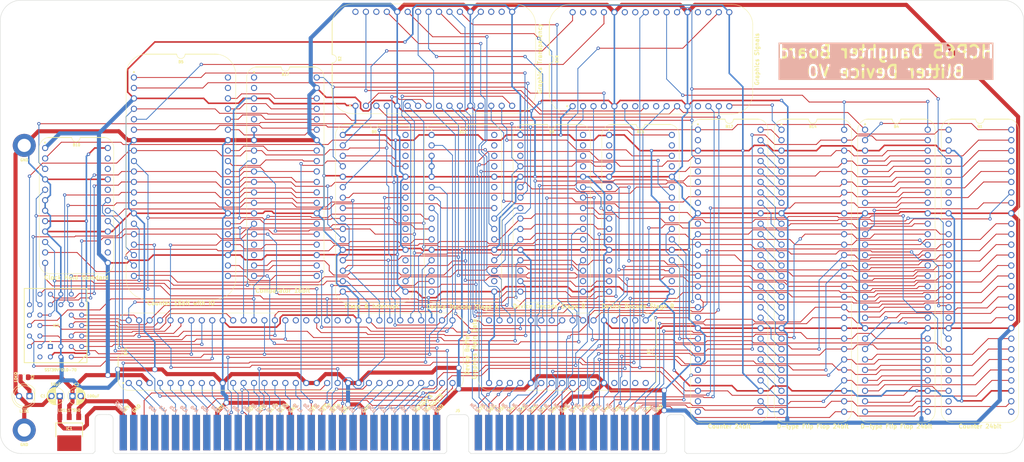
<source format=kicad_pcb>
(kicad_pcb (version 20241229) (generator "pcbnew") (generator_version "9.0")
  (title_block (title "HCP65 Blitter Board") (date "2024-08-26") (rev "V0"))
  (layers (0 "F.Cu" signal) (2 "B.Cu" signal) (5 "F.SilkS" user "F.Silkscreen") (7 "B.SilkS" user "B.Silkscreen") (1 "F.Mask" user) (3 "B.Mask" user) (25 "Edge.Cuts" user))
  (net 0 "")
  (net 1 "/5V")
  (net 3 "/D7")
  (net 4 "/D6")
  (net 6 "/D5")
  (net 7 "/D4")
  (net 8 "/D3")
  (net 9 "/D2")
  (net 10 "/D1")
  (net 11 "/D0")
  (net 12 "/3.3V")
  (net 14 "/A11")
  (net 15 "/A10")
  (net 16 "/A9")
  (net 17 "/A8")
  (net 18 "/A7")
  (net 19 "/A6")
  (net 20 "/A5")
  (net 21 "/A4")
  (net 22 "/A3")
  (net 23 "/A2")
  (net 24 "/A1")
  (net 25 "/A0")
  (net 26 "/~{Reset}")
  (net 27 "/~{WD}")
  (net 28 "/A14")
  (net 29 "/A13")
  (net 30 "/A12")
  (net 32 "/Write Clear Interrupt")
  (net 33 "/Read Flags")
  (net 34 "/Write Flags")
  (net 35 "GND")
  (net 36 "AM18")
  (net 37 "/~{RD}")
  (net 38 "AM3")
  (net 39 "/~{Device RAM}")
  (net 40 "/~{Device Select}")
  (net 41 "/C7")
  (net 42 "/C12")
  (net 43 "/C8")
  (net 44 "/C13")
  (net 48 "/C6")
  (net 50 "/C3")
  (net 52 "/~{Device ROM}")
  (net 53 "/C10")
  (net 55 "/~{Device Registers}")
  (net 58 "/C1")
  (net 59 "/C9")
  (net 60 "/C5")
  (net 61 "/C0")
  (net 62 "/C2")
  (net 63 "/C4")
  (net 64 "/C14")
  (net 65 "/C11")
  (net 72 "/~{A4}")
  (net 92 "/~{A3}")
  (net 95 "/CLK1")
  (net 114 "/Transparent")
  (net 115 "/Write Transparent Colour")
  (net 116 "/Transparency Enable")
  (net 118 "/Read Transparent Colour")
  (net 124 "/Source16")
  (net 125 "AM7")
  (net 127 "AM15")
  (net 134 "AM21")
  (net 135 "/Source17")
  (net 137 "AM12")
  (net 138 "AM17")
  (net 139 "/Source21")
  (net 140 "/CLK0")
  (net 141 "AM8")
  (net 142 "AM2")
  (net 143 "AM1")
  (net 144 "/Source23")
  (net 145 "AM11")
  (net 146 "AM19")
  (net 147 "AM13")
  (net 148 "AM22")
  (net 149 "/~{Main Read}")
  (net 150 "/Source22")
  (net 152 "AM20")
  (net 153 "/Source19")
  (net 155 "AM9")
  (net 156 "Net-(LED1-K)")
  (net 157 "AM4")
  (net 158 "AM16")
  (net 159 "AM14")
  (net 160 "AM23")
  (net 161 "AM0")
  (net 162 "/Source18")
  (net 163 "AM6")
  (net 164 "AM10")
  (net 165 "AM5")
  (net 166 "/Source20")
  (net 167 "/Read Count Offset Start Low")
  (net 168 "/Read Count Offset Start High")
  (net 169 "/Write Count Offset Start High")
  (net 170 "/~{Load Count Start}")
  (net 171 "/Write Count Offset Start Low")
  (net 174 "/Counting")
  (net 175 "/Source14")
  (net 176 "/Source1")
  (net 177 "/Source12")
  (net 178 "/Source10")
  (net 179 "/Source11")
  (net 180 "/Source3")
  (net 181 "/Source15")
  (net 182 "/Source13")
  (net 183 "/Source9")
  (net 184 "/Source5")
  (net 185 "/Source8")
  (net 186 "/Source0")
  (net 187 "/Source6")
  (net 188 "/Source2")
  (net 189 "/Source7")
  (net 190 "/Source4")
  (net 191 "/~{Read}")
  (net 192 "DM3")
  (net 193 "DM7")
  (net 194 "DM1")
  (net 195 "DM5")
  (net 196 "/MD3")
  (net 197 "/MD0")
  (net 198 "/MD1")
  (net 199 "DM6")
  (net 200 "/~{Write}")
  (net 201 "/MD5")
  (net 202 "/MD2")
  (net 203 "/MD4")
  (net 205 "DM4")
  (net 206 "DM0")
  (net 207 "~{Main}")
  (net 208 "~{Main Access}")
  (net 209 "DM2")
  (net 212 "/MD7")
  (net 213 "/MD6")
  (net 215 "~{Device Enable}")
  (net 216 "/MCLK")
  (net 218 "~{Device Interrupt}")
  (net 220 "/~{Done}")
  (net 221 "/Write Count Offset Stop Low")
  (net 222 "/Write Source Address Low")
  (net 223 "/Write Source Address Bank")
  (net 224 "/Write Count Offset Stop High")
  (net 226 "/Write Source Address High")
  (net 227 "HD1")
  (net 228 "HD2")
  (net 229 "HD0")
  (net 230 "~{Reset Device}")
  (net 231 "~{Reset System}")
  (net 232 "/Dest13")
  (net 234 "/Dest10")
  (net 235 "/Dest18")
  (net 236 "/Dest1")
  (net 237 "/Dest0")
  (net 238 "/Dest16")
  (net 240 "/Dest7")
  (net 242 "/Dest17")
  (net 243 "/Dest8")
  (net 245 "/Dest5")
  (net 246 "/Dest2")
  (net 247 "/Dest15")
  (net 248 "/Dest22")
  (net 249 "/Write Dest Address High")
  (net 250 "/Write Dest Address Low")
  (net 251 "/Dest12")
  (net 252 "/Write Dest Address Bank")
  (net 253 "/Dest19")
  (net 258 "/Dest11")
  (net 259 "/Dest6")
  (net 260 "/Dest20")
  (net 261 "/Dest23")
  (net 262 "/Dest3")
  (net 263 "/Dest4")
  (net 264 "/Dest9")
  (net 265 "/Dest14")
  (net 266 "/Dest21")
  (net 267 "/~{Main Write}")
  (net 273 "/Write Start")
  (net 276 "DD6")
  (net 277 "DD1")
  (net 278 "AD6")
  (net 279 "~{Select Device}")
  (net 280 "DD5")
  (net 281 "AD12")
  (net 282 "AD11")
  (net 283 "DD2")
  (net 284 "DD3")
  (net 285 "AD1")
  (net 286 "AD8")
  (net 287 "AD4")
  (net 288 "D~{RD}")
  (net 289 "AD13")
  (net 290 "AD14")
  (net 291 "AD5")
  (net 292 "AD2")
  (net 293 "AD7")
  (net 294 "AD0")
  (net 295 "AD9")
  (net 296 "DD4")
  (net 297 "AD10")
  (net 298 "AD3")
  (net 299 "DD7")
  (net 300 "D~{WD}")
  (net 301 "DD0")
  (net 302 "~{Main RD}")
  (net 303 "~{Main WD}")
  (net 310 "12V")
  (net 314 "Main CLK")
  (net 315 "Device CLK")
  (net 320 "AD16")
  (net 323 "~{Device CLK}")
  (net 324 "AD15")
  (net 325 "~{Memory A}")
  (net 326 "~{Memory B}")
  (footprint "HCP65_Parts:HCP65_Graphics_Transparency" (layer "F.Cu") (at 56.4638 -79.477 90)
    (property "Reference" "B2")
    (property "Value" "Graphics Transparency" (hide yes))
  )
  (footprint "SamacSys_Parts:CP_Radial_D4.0mm_P2.00mm" (layer "F.Cu") (at -12.3518 -8.89)
    (property "Reference" "C2")
    (property "Value" "100μF")
  )
  (footprint "SamacSys_Parts:LED_D5.0mm" (layer "F.Cu") (at -22.8042 -8.89 180)
    (property "Reference" "LED1")
    (property "Value" "LED")
  )
  (footprint "HCP65_Parts:HCP65_Device_Buffer" (layer "F.Cu") (at 1.3208 -12.065 90)
    (property "Reference" "B16")
    (property "Value" "Device Buffer" (hide yes))
  )
  (footprint "HCP65_Parts:HCP65_D_Flip_Flop_24bit" (layer "F.Cu") (at 160.0708 -73.66)
    (property "Reference" "B14")
    (property "Value" "D-type Flip Flop 24bit" (hide yes))
  )
  (footprint "HCP65_Parts:HCP65_Graphics_Main_Data" (layer "F.Cu") (at 127.0508 -27.305 -90)
    (property "Reference" "B7")
    (property "Value" "Graphics Main Data" (hide yes))
  )
  (footprint "SamacSys_Parts:98pin Edge Connector" (layer "F.Cu") (at -7.366 5.08)
    (property "Reference" "J5")
    (property "Value" "395-098-520-350")
    (fp_line (start 0.5 -8.413) (end 0.5 -0.5) (stroke (width 0.1)) (layer "Edge.Cuts"))
    (fp_line (start 0.5 -0.5) (end 0 0) (stroke (width 0.1)) (layer "Edge.Cuts"))
    (fp_line (start 3.81 -9.479799) (end 1.577048 -9.479799) (stroke (width 0.1)) (layer "Edge.Cuts"))
    (fp_line (start 4.887048 -8.413) (end 4.887048 -0.5) (stroke (width 0.1)) (layer "Edge.Cuts"))
    (fp_line (start 4.887048 -0.5) (end 5.387048 0) (stroke (width 0.1)) (layer "Edge.Cuts"))
    (fp_line (start 85.540048 0) (end 5.387048 0) (stroke (width 0.1)) (layer "Edge.Cuts"))
    (fp_line (start 86.040048 -8.4) (end 86.040048 -0.5) (stroke (width 0.1)) (layer "Edge.Cuts"))
    (fp_line (start 86.040048 -0.5) (end 85.540048 0) (stroke (width 0.1)) (layer "Edge.Cuts"))
    (fp_line (start 87.117096 -9.466799) (end 90.297 -9.466799) (stroke (width 0.1)) (layer "Edge.Cuts"))
    (fp_line (start 91.374048 -8.4) (end 91.374048 -0.5) (stroke (width 0.1)) (layer "Edge.Cuts"))
    (fp_line (start 91.374048 -0.5) (end 91.874048 0) (stroke (width 0.1)) (layer "Edge.Cuts"))
    (fp_line (start 138.999048 0) (end 91.874048 0) (stroke (width 0.1)) (layer "Edge.Cuts"))
    (fp_line (start 139.499048 -8.4) (end 139.499048 -0.5) (stroke (width 0.1)) (layer "Edge.Cuts"))
    (fp_line (start 139.499048 -0.5) (end 138.999048 0) (stroke (width 0.1)) (layer "Edge.Cuts"))
    (fp_line (start 140.576096 -9.466799) (end 142.809048 -9.466799) (stroke (width 0.1)) (layer "Edge.Cuts"))
    (fp_line (start 143.886096 -8.4) (end 143.886096 -0.5) (stroke (width 0.1)) (layer "Edge.Cuts"))
    (fp_line (start 143.886096 -0.5) (end 144.386096 0) (stroke (width 0.1)) (layer "Edge.Cuts"))
    (fp_arc (start 0.5 -8.413) (mid 0.817585 -9.169461) (end 1.577048 -9.479799) (stroke (width 0.1)) (layer "Edge.Cuts"))
    (fp_arc (start 3.81 -9.479799) (mid 4.569467 -9.169465) (end 4.887048 -8.413) (stroke (width 0.1)) (layer "Edge.Cuts"))
    (fp_arc (start 86.040048 -8.4) (mid 86.35762 -9.156489) (end 87.117096 -9.466799) (stroke (width 0.1)) (layer "Edge.Cuts"))
    (fp_arc (start 90.297 -9.466799) (mid 91.056441 -9.156453) (end 91.374048 -8.4) (stroke (width 0.1)) (layer "Edge.Cuts"))
    (fp_arc (start 139.499048 -8.4) (mid 139.81662 -9.156489) (end 140.576096 -9.466799) (stroke (width 0.1)) (layer "Edge.Cuts"))
    (fp_arc (start 142.809048 -9.466799) (mid 143.568523 -9.156472) (end 143.886096 -8.4) (stroke (width 0.1)) (layer "Edge.Cuts"))
  )
  (footprint "HCP65_Parts:HCP65_Flags_Interrupt" (layer "F.Cu") (at 53.3908 -72.39)
    (property "Reference" "B8")
    (property "Value" "Flags & Interrupt" (hide yes))
  )
  (footprint "HCP65_Parts:HCP65_Device_Decode_Stage_B" (layer "F.Cu") (at 118.1608 -72.39)
    (property "Reference" "B15")
    (property "Value" "Device Decode Stage B" (hide yes))
  )
  (footprint "HCP65_Parts:HCP65_Counter_24bit" (layer "F.Cu") (at 200.7108 -73.66)
    (property "Reference" "B1")
    (property "Value" "Counter 24bit" (hide yes))
  )
  (footprint "SamacSys_Parts:R_0805" (layer "F.Cu") (at -24.0792 -13.462 -90)
    (property "Reference" "R3")
    (property "Value" "10KΩ")
  )
  (footprint "SamacSys_Parts:CP_Radial_D4.0mm_P2.00mm" (layer "F.Cu") (at -15.4432 -8.89 180)
    (property "Reference" "C1")
    (property "Value" "10μF")
  )
  (footprint "HCP65_Parts:HCP65_Counter_16bit_DIO" (layer "F.Cu") (at 2.5908 -86.36)
    (property "Reference" "B5")
    (property "Value" "Counter 16bit with IO" (hide yes))
  )
  (footprint "HCP65_Parts:HCP65_Graphics_Signals" (layer "F.Cu") (at 109.2708 -79.375 90)
    (property "Reference" "B19")
    (property "Value" "Graphics Signals" (hide yes))
  )
  (footprint "SamacSys_Parts:5408803224008" (layer "F.Cu") (at -17.7292 -20.955)
    (property "Reference" "IC2")
    (property "Value" "SST39VF010-70-4I-NHE" (hide yes))
  )
  (footprint "HCP65_Parts:HCP65_MountingHole_M3_" (layer "F.Cu") (at -24.0792 -69.85)
    (property "Reference" "H1" (hide yes))
    (property "Value" "MountingHole_Pad")
  )
  (footprint "HCP65_Parts:HCP65_Device_Decode_Stage_A" (layer "F.Cu") (at 74.9808 -72.39)
    (property "Reference" "B11")
    (property "Value" "Device Decode Stage A" (hide yes))
  )
  (footprint "HCP65_Parts:HCP65_Counter_24bit" (layer "F.Cu") (at 139.7508 -73.66)
    (property "Reference" "B12")
    (property "Value" "Counter 24bit" (hide yes))
  )
  (footprint "SamacSys_Parts:LD1117S33C" (layer "F.Cu") (at -13.1432 -0.61 180)
    (property "Reference" "IC1")
    (property "Value" "LD1117S50C" (hide yes))
  )
  (footprint "HCP65_Parts:HCP65_Device_Decode_Stage_B" (layer "F.Cu") (at 96.5708 -72.39)
    (property "Reference" "B9")
    (property "Value" "Device Decode Stage B" (hide yes))
  )
  (footprint "HCP65_Parts:HCP65_D_Flip_Flop_24bit" (layer "F.Cu") (at 180.3908 -73.66)
    (property "Reference" "B4")
    (property "Value" "D-type Flip Flop 24bit" (hide yes))
  )
  (footprint "HCP65_Parts:HCP65_Clock_Hold_Standard" (layer "F.Cu") (at -18.9992 -69.215)
    (property "Reference" "B10")
    (property "Value" "Clock Hold Standard" (hide yes))
  )
  (footprint "HCP65_Parts:HCP65_MountingHole_M3_" (layer "F.Cu") (at -24.0792 -0.635)
    (property "Reference" "H9" (hide yes))
    (property "Value" "MountingHole_Pad")
  )
  (footprint "HCP65_Parts:HCP65_Comparator_16bit" (layer "F.Cu") (at 31.8008 -86.36)
    (property "Reference" "B17")
    (property "Value" "Comparator 16bit" (hide yes))
  )
  (gr_line (start 213.9268 5.080001) (end 137.0208 5.08) (stroke (width 0.1)) (layer "Edge.Cuts"))
  (gr_line (start -29.914213 0) (end -29.9212 -100.076) (stroke (width 0.1)) (layer "Edge.Cuts"))
  (gr_arc (start -29.929199 -100.076) (mid -28.441301 -103.668102) (end -24.849199 -105.156) (stroke (width 0.1)) (layer "Edge.Cuts"))
  (gr_arc (start 213.9188 -105.156) (mid 217.510902 -103.668102) (end 218.9988 -100.076) (stroke (width 0.1)) (layer "Edge.Cuts"))
  (gr_arc (start 219.0068 0.000001) (mid 217.518902 3.592103) (end 213.9268 5.080001) (stroke (width 0.1)) (layer "Edge.Cuts"))
  (gr_line (start 218.9988 0.000001) (end 218.991813 -100.076) (stroke (width 0.1)) (layer "Edge.Cuts"))
  (gr_line (start 213.9188 -105.156) (end -24.849199 -105.156) (stroke (width 0.1)) (layer "Edge.Cuts"))
  (gr_line (start -7.366 5.08) (end -24.8412 5.08) (stroke (width 0.1)) (layer "Edge.Cuts"))
  (gr_arc (start -24.8412 5.08) (mid -28.433302 3.592102) (end -29.9212 0) (stroke (width 0.1)) (layer "Edge.Cuts"))
  (gr_text "~{EN}_{D}" (at 53.5178 -4.445 45) (layer "F.SilkS") (effects (font (size 0.8 0.8) (thickness 0.2) (bold yes)) (justify left bottom)))
  (gr_text "GND" (at 58.4708 -4.572 45) (layer "F.SilkS") (effects (font (size 0.8 0.8) (thickness 0.2) (bold yes)) (justify left bottom)))
  (gr_text "GND" (at 22.9108 -4.572 45) (layer "F.SilkS") (effects (font (size 0.8 0.8) (thickness 0.2) (bold yes)) (justify left bottom)))
  (gr_text "A0_{M}" (at 127.0508 -4.572 45) (layer "F.SilkS") (effects (font (size 0.8 0.8) (thickness 0.2) (bold yes)) (justify left bottom)))
  (gr_text "D6_{M}" (at 88.9508 -4.572 45) (layer "F.SilkS") (effects (font (size 0.8 0.8) (thickness 0.2) (bold yes)) (justify left bottom)))
  (gr_text "~{CLK}_{D}" (at 38.1508 -4.572 45) (layer "F.SilkS") (effects (font (size 0.8 0.8) (thickness 0.2) (bold yes)) (justify left bottom)))
  (gr_text "A3_{M}" (at 119.4308 -4.572 45) (layer "F.SilkS") (effects (font (size 0.8 0.8) (thickness 0.2) (bold yes)) (justify left bottom)))
  (gr_text "CLK_{D}" (at 35.6108 -4.572 45) (layer "F.SilkS") (effects (font (size 0.8 0.8) (thickness 0.2) (bold yes)) (justify left bottom)))
  (gr_text "12V" (at 0.0508 -4.572 45) (layer "F.SilkS") (effects (font (size 0.8 0.8) (thickness 0.2) (bold yes)) (justify left bottom)))
  (gr_text "D2_{M}" (at 99.1108 -4.572 45) (layer "F.SilkS") (effects (font (size 0.8 0.8) (thickness 0.2) (bold yes)) (justify left bottom)))
  (gr_text "~{RD}_{M}" (at 114.3508 -4.572 45) (layer "F.SilkS") (effects (font (size 0.8 0.8) (thickness 0.2) (bold yes)) (justify left bottom)))
  (gr_text "HCP65 Daughter Board\nBlitter Device V0" (at 185.4708 -90.17 0) (layer "F.SilkS" knockout) (effects (font (size 3 3) (thickness 0.6) (bold yes))))
  (gr_text "D0_{M}" (at 104.1908 -4.572 45) (layer "F.SilkS") (effects (font (size 0.8 0.8) (thickness 0.2) (bold yes)) (justify left bottom)))
  (gr_text "D4_{M}" (at 94.0308 -4.572 45) (layer "F.SilkS") (effects (font (size 0.8 0.8) (thickness 0.2) (bold yes)) (justify left bottom)))
  (gr_text "D7_{M}" (at 109.2708 -4.572 45) (layer "F.SilkS") (effects (font (size 0.8 0.8) (thickness 0.2) (bold yes)) (justify left bottom)))
  (gr_text "~{RES}_{D}" (at 48.3108 -4.572 45) (layer "F.SilkS") (effects (font (size 0.8 0.8) (thickness 0.2) (bold yes)) (justify left bottom)))
  (gr_text "GND" (at 76.2508 -4.572 45) (layer "F.SilkS") (effects (font (size 0.8 0.8) (thickness 0.2) (bold yes)) (justify left bottom)))
  (gr_text "D3_{M}" (at 96.5708 -4.572 45) (layer "F.SilkS") (effects (font (size 0.8 0.8) (thickness 0.2) (bold yes)) (justify left bottom)))
  (gr_text "~{INT}_{D}" (at 45.7708 -4.572 45) (layer "F.SilkS") (effects (font (size 0.8 0.8) (thickness 0.2) (bold yes)) (justify left bottom)))
  (gr_text "A4_{M}" (at 116.8908 -4.572 45) (layer "F.SilkS") (effects (font (size 0.8 0.8) (thickness 0.2) (bold yes)) (justify left bottom)))
  (gr_text "~{Memory B}" (at 73.7108 -4.572 45) (layer "F.SilkS") (effects (font (size 0.8 0.8) (thickness 0.2) (bold yes)) (justify left bottom)))
  (gr_text "GND" (at 40.6908 -4.572 45) (layer "F.SilkS") (effects (font (size 0.8 0.8) (thickness 0.2) (bold yes)) (justify left bottom)))
  (gr_text "D7_{M}" (at 86.4108 -4.572 45) (layer "F.SilkS") (effects (font (size 0.8 0.8) (thickness 0.2) (bold yes)) (justify left bottom)))
  (gr_text "~{RD}_{D}" (at 30.5308 -4.572 45) (layer "F.SilkS") (effects (font (size 0.8 0.8) (thickness 0.2) (bold yes)) (justify left bottom)))
  (gr_text "A1_{M}" (at 124.3838 -4.572 45) (layer "F.SilkS") (effects (font (size 0.8 0.8) (thickness 0.2) (bold yes)) (justify left bottom)))
  (gr_text "A2_{M}" (at 121.9708 -4.572 45) (layer "F.SilkS") (effects (font (size 0.8 0.8) (thickness 0.2) (bold yes)) (justify left bottom)))
  (gr_text "GND" (at 129.5908 -4.572 45) (layer "F.SilkS") (effects (font (size 0.8 0.8) (thickness 0.2) (bold yes)) (justify left bottom)))
  (gr_text "GND" (at 106.7308 -4.572 45) (layer "F.SilkS") (effects (font (size 0.8 0.8) (thickness 0.2) (bold yes)) (justify left bottom)))
  (gr_text "~{WD}_{M}" (at 111.8108 -4.572 45) (layer "F.SilkS") (effects (font (size 0.8 0.8) (thickness 0.2) (bold yes)) (justify left bottom)))
  (gr_text "~{SEL}_{D}" (at 50.8508 -4.572 45) (layer "F.SilkS") (effects (font (size 0.8 0.8) (thickness 0.2) (bold yes)) (justify left bottom)))
  (gr_text "~{WD}_{D}" (at 33.0708 -4.572 45) (layer "F.SilkS") (effects (font (size 0.8 0.8) (thickness 0.2) (bold yes)) (justify left bottom)))
  (gr_text "D1_{M}" (at 101.6508 -4.572 45) (layer "F.SilkS") (effects (font (size 0.8 0.8) (thickness 0.2) (bold yes)) (justify left bottom)))
  (gr_text "GND" (at 2.5908 -4.572 45) (layer "F.SilkS") (effects (font (size 0.8 0.8) (thickness 0.2) (bold yes)) (justify left bottom)))
  (gr_text "~{Memory A}" (at 71.1708 -4.572 45) (layer "F.SilkS") (effects (font (size 0.8 0.8) (thickness 0.2) (bold yes)) (justify left bottom)))
  (gr_text "D5_{M}" (at 91.3638 -4.572 45) (layer "F.SilkS") (effects (font (size 0.8 0.8) (thickness 0.2) (bold yes)) (justify left bottom)))
  (gr_text "A13_{M}" (at 111.8108 -4.572 315) (layer "B.SilkS") (effects (font (size 0.8 0.8) (thickness 0.2) (bold yes)) (justify left bottom mirror)))
  (gr_text "H1_{D}" (at 73.7108 -4.572 315) (layer "B.SilkS") (effects (font (size 0.8 0.8) (thickness 0.2) (bold yes)) (justify left bottom mirror)))
  (gr_text "D7_{D}" (at 50.9778 -4.572 315) (layer "B.SilkS") (effects (font (size 0.8 0.8) (thickness 0.2) (bold yes)) (justify left bottom mirror)))
  (gr_text "D5_{D}" (at 55.9308 -4.572 315) (layer "B.SilkS") (effects (font (size 0.8 0.8) (thickness 0.2) (bold yes)) (justify left bottom mirror)))
  (gr_text "A21_{M}" (at 91.3638 -4.572 315) (layer "B.SilkS") (effects (font (size 0.8 0.8) (thickness 0.2) (bold yes)) (justify left bottom mirror)))
  (gr_text "A6_{D}" (at 22.9108 -4.572 315) (layer "B.SilkS") (effects (font (size 0.8 0.8) (thickness 0.2) (bold yes)) (justify left bottom mirror)))
  (gr_text "A8_{M}" (at 124.3838 -4.572 315) (layer "B.SilkS") (effects (font (size 0.8 0.8) (thickness 0.2) (bold yes)) (justify left bottom mirror)))
  (gr_text "D0_{D}" (at 68.6308 -4.572 315) (layer "B.SilkS") (effects (font (size 0.8 0.8) (thickness 0.2) (bold yes)) (justify left bottom mirror)))
  (gr_text "A16_{D}" (at 48.3108 -4.572 315) (layer "B.SilkS") (effects (font (size 0.8 0.8) (thickness 0.2) (bold yes)) (justify left bottom mirror)))
  (gr_text "A18_{M}" (at 99.1108 -4.572 315) (layer "B.SilkS") (effects (font (size 0.8 0.8) (thickness 0.2) (bold yes)) (justify left bottom mirror)))
  (gr_text "~{Reset}" (at 0.0508 -4.572 -45) (layer "B.SilkS") (effects (font (size 0.8 0.8) (thickness 0.2) (bold yes)) (justify left bottom mirror)))
  (gr_text "A1_{D}" (at 10.2108 -4.572 315) (layer "B.SilkS") (effects (font (size 0.8 0.8) (thickness 0.2) (bold yes)) (justify left bottom mirror)))
  (gr_text "HCP65 Daughter Board\nBlitter Device V0" (at 185.4708 -90.17 0) (layer "B.SilkS" knockout) (effects (font (size 3 3) (thickness 0.6) (bold yes)) (justify mirror)))
  (gr_text "A7_{M}" (at 127.0508 -4.572 315) (layer "B.SilkS") (effects (font (size 0.8 0.8) (thickness 0.2) (bold yes)) (justify left bottom mirror)))
  (gr_text "A5_{D}" (at 20.3708 -4.572 315) (layer "B.SilkS") (effects (font (size 0.8 0.8) (thickness 0.2) (bold yes)) (justify left bottom mirror)))
  (gr_text "D2_{D}" (at 63.5508 -4.572 315) (layer "B.SilkS") (effects (font (size 0.8 0.8) (thickness 0.2) (bold yes)) (justify left bottom mirror)))
  (gr_text "A16_{M}" (at 104.1908 -4.572 315) (layer "B.SilkS") (effects (font (size 0.8 0.8) (thickness 0.2) (bold yes)) (justify left bottom mirror)))
  (gr_text "A4_{D}" (at 17.8308 -4.572 315) (layer "B.SilkS") (effects (font (size 0.8 0.8) (thickness 0.2) (bold yes)) (justify left bottom mirror)))
  (gr_text "D6_{D}" (at 53.3908 -4.572 315) (layer "B.SilkS") (effects (font (size 0.8 0.8) (thickness 0.2) (bold yes)) (justify left bottom mirror)))
  (gr_text "A11_{D}" (at 35.6108 -4.572 315) (layer "B.SilkS") (effects (font (size 0.8 0.8) (thickness 0.2) (bold yes)) (justify left bottom mirror)))
  (gr_text "A9_{M}" (at 121.9708 -4.572 315) (layer "B.SilkS") (effects (font (size 0.8 0.8) (thickness 0.2) (bold yes)) (justify left bottom mirror)))
  (gr_text "A12_{D}" (at 38.1508 -4.572 315) (layer "B.SilkS") (effects (font (size 0.8 0.8) (thickness 0.2) (bold yes)) (justify left bottom mirror)))
  (gr_text "A14_{M}" (at 109.2708 -4.572 315) (layer "B.SilkS") (effects (font (size 0.8 0.8) (thickness 0.2) (bold yes)) (justify left bottom mirror)))
  (gr_text "D3_{D}" (at 61.0108 -4.572 315) (layer "B.SilkS") (effects (font (size 0.8 0.8) (thickness 0.2) (bold yes)) (justify left bottom mirror)))
  (gr_text "H2_{D}" (at 71.1708 -4.572 315) (layer "B.SilkS") (effects (font (size 0.8 0.8) (thickness 0.2) (bold yes)) (justify left bottom mirror)))
  (gr_text "A19_{M}" (at 96.5708 -4.572 315) (layer "B.SilkS") (effects (font (size 0.8 0.8) (thickness 0.2) (bold yes)) (justify left bottom mirror)))
  (gr_text "A20_{M}" (at 94.0308 -4.572 315) (layer "B.SilkS") (effects (font (size 0.8 0.8) (thickness 0.2) (bold yes)) (justify left bottom mirror)))
  (gr_text "H0_{D}" (at 76.2508 -4.572 315) (layer "B.SilkS") (effects (font (size 0.8 0.8) (thickness 0.2) (bold yes)) (justify left bottom mirror)))
  (gr_text "A6_{M}" (at 129.5908 -4.572 315) (layer "B.SilkS") (effects (font (size 0.8 0.8) (thickness 0.2) (bold yes)) (justify left bottom mirror)))
  (gr_text "A11_{M}" (at 116.8908 -4.572 315) (layer "B.SilkS") (effects (font (size 0.8 0.8) (thickness 0.2) (bold yes)) (justify left bottom mirror)))
  (gr_text "A12_{M}" (at 114.3508 -4.572 315) (layer "B.SilkS") (effects (font (size 0.8 0.8) (thickness 0.2) (bold yes)) (justify left bottom mirror)))
  (gr_text "A17_{M}" (at 101.6508 -4.572 315) (layer "B.SilkS") (effects (font (size 0.8 0.8) (thickness 0.2) (bold yes)) (justify left bottom mirror)))
  (gr_text "D4_{D}" (at 58.4708 -4.572 315) (layer "B.SilkS") (effects (font (size 0.8 0.8) (thickness 0.2) (bold yes)) (justify left bottom mirror)))
  (gr_text "A13_{D}" (at 40.6908 -4.572 315) (layer "B.SilkS") (effects (font (size 0.8 0.8) (thickness 0.2) (bold yes)) (justify left bottom mirror)))
  (gr_text "A23_{M}" (at 86.4108 -4.572 315) (layer "B.SilkS") (effects (font (size 0.8 0.8) (thickness 0.2) (bold yes)) (justify left bottom mirror)))
  (gr_text "A9_{D}" (at 30.5308 -4.572 315) (layer "B.SilkS") (effects (font (size 0.8 0.8) (thickness 0.2) (bold yes)) (justify left bottom mirror)))
  (gr_text "A10_{M}" (at 119.4308 -4.572 315) (layer "B.SilkS") (effects (font (size 0.8 0.8) (thickness 0.2) (bold yes)) (justify left bottom mirror)))
  (gr_text "A8_{D}" (at 27.9908 -4.572 315) (layer "B.SilkS") (effects (font (size 0.8 0.8) (thickness 0.2) (bold yes)) (justify left bottom mirror)))
  (gr_text "A3_{D}" (at 15.2908 -4.572 315) (layer "B.SilkS") (effects (font (size 0.8 0.8) (thickness 0.2) (bold yes)) (justify left bottom mirror)))
  (gr_text "A22_{M}" (at 88.9508 -4.572 315) (layer "B.SilkS") (effects (font (size 0.8 0.8) (thickness 0.2) (bold yes)) (justify left bottom mirror)))
  (gr_text "A10_{D}" (at 33.0708 -4.572 315) (layer "B.SilkS") (effects (font (size 0.8 0.8) (thickness 0.2) (bold yes)) (justify left bottom mirror)))
  (gr_text "A14_{D}" (at 43.2308 -4.572 315) (layer "B.SilkS") (effects (font (size 0.8 0.8) (thickness 0.2) (bold yes)) (justify left bottom mirror)))
  (gr_text "A0_{D}" (at 7.6708 -4.572 315) (layer "B.SilkS") (effects (font (size 0.8 0.8) (thickness 0.2) (bold yes)) (justify left bottom mirror)))
  (gr_text "D1_{D}" (at 66.0908 -4.572 315) (layer "B.SilkS") (effects (font (size 0.8 0.8) (thickness 0.2) (bold yes)) (justify left bottom mirror)))
  (gr_text "A15_{D}" (at 45.7708 -4.572 315) (layer "B.SilkS") (effects (font (size 0.8 0.8) (thickness 0.2) (bold yes)) (justify left bottom mirror)))
  (gr_text "A15_{M}" (at 106.7308 -4.572 315) (layer "B.SilkS") (effects (font (size 0.8 0.8) (thickness 0.2) (bold yes)) (justify left bottom mirror)))
  (gr_text "A7_{D}" (at 25.4508 -4.572 315) (layer "B.SilkS") (effects (font (size 0.8 0.8) (thickness 0.2) (bold yes)) (justify left bottom mirror)))
  (gr_text "A2_{D}" (at 12.7508 -4.572 315) (layer "B.SilkS") (effects (font (size 0.8 0.8) (thickness 0.2) (bold yes)) (justify left bottom mirror)))
  (segment (start 150.6728 -68.58) (end 152.146 -68.58) (width 0.38) (layer "F.Cu") (net 1))
  (segment (start 1.5748 -41.91) (end 6.0198 -41.91) (width 0.38) (layer "F.Cu") (net 1))
  (segment (start 113.5412 -34.29) (end 114.7318 -35.4806) (width 0.38) (layer "F.Cu") (net 1))
  (segment (start 128.4478 -68.58) (end 125.6538 -68.58) (width 0.38) (layer "F.Cu") (net 1))
  (segment (start 90.2208 -34.29) (end 91.8167 -34.29) (width 0.38) (layer "F.Cu") (net 1))
  (segment (start 154.9908 -10.16) (end 149.2758 -10.16) (width 0.38) (layer "F.Cu") (net 1))
  (segment (start 156.8958 -10.16) (end 154.9908 -10.16) (width 0.38) (layer "F.Cu") (net 1))
  (segment (start 76.0415 -32.8107) (end 74.2268 -32.8107) (width 0.38) (layer "F.Cu") (net 1))
  (segment (start 121.8438 -72.39) (end 118.1608 -72.39) (width 0.38) (layer "F.Cu") (net 1))
  (segment (start 63.6778 -72.39) (end 64.9478 -71.12) (width 0.38) (layer "F.Cu") (net 1))
  (segment (start 175.3108 -10.16) (end 162.6363 -10.16) (width 0.38) (layer "F.Cu") (net 1))
  (segment (start 35.3568 -81.28) (end 31.8008 -81.28) (width 0.38) (layer "F.Cu") (net 1))
  (segment (start 7.6708 -94.996) (end 1.0668 -88.392) (width 0.38) (layer "F.Cu") (net 1))
  (segment (start 33.7058 -42.0383) (end 29.6405 -42.0383) (width 0.38) (layer "F.Cu") (net 1))
  (segment (start 211.1248 -10.16) (end 208.6861 -7.7213) (width 0.38) (layer "F.Cu") (net 1))
  (segment (start 19.5612 -81.28) (end 20.7518 -80.0894) (width 0.38) (layer "F.Cu") (net 1))
  (segment (start 34.8475 -43.18) (end 33.7058 -42.0383) (width 0.38) (layer "F.Cu") (net 1))
  (segment (start 31.8008 -81.28) (end 29.1814 -81.28) (width 0.38) (layer "F.Cu") (net 1))
  (segment (start 7.2898 -43.18) (end 25.4508 -43.18) (width 0.38) (layer "F.Cu") (net 1))
  (segment (start 86.2838 -72.39) (end 74.9808 -72.39) (width 0.38) (layer "F.Cu") (net 1))
  (segment (start 198.9328 -68.58) (end 197.6628 -69.85) (width 0.38) (layer "F.Cu") (net 1))
  (segment (start 6.0198 -41.91) (end 7.2898 -43.18) (width 0.38) (layer "F.Cu") (net 1))
  (segment (start 158.0643 -11.3285) (end 156.8958 -10.16) (width 0.38) (layer "F.Cu") (net 1))
  (segment (start 162.6363 -10.16) (end 161.4678 -11.3285) (width 0.38) (layer "F.Cu") (net 1))
  (segment (start 139.7508 -68.58) (end 128.4478 -68.58) (width 0.38) (layer "F.Cu") (net 1))
  (segment (start -9.0218 -13.97) (end -3.7592 -13.97) (width 1) (layer "F.Cu") (net 1))
  (segment (start 29.1814 -81.28) (end 27.9908 -80.0894) (width 0.38) (layer "F.Cu") (net 1))
  (segment (start 64.9478 -71.12) (end 66.217802 -71.12) (width 0.38) (layer "F.Cu") (net 1))
  (segment (start 71.9328 -72.39) (end 70.6628 -71.12) (width 0.38) (layer "F.Cu") (net 1))
  (segment (start 93.1418 -72.39) (end 91.8718 -71.12) (width 0.38) (layer "F.Cu") (net 1))
  (segment (start 1.0668 -82.804) (end 2.5908 -81.28) (width 0.38) (layer "F.Cu") (net 1))
  (segment (start 27.9908 -80.0894) (end 20.7518 -80.0894) (width 0.38) (layer "F.Cu") (net 1))
  (segment (start -15.1838 -13.472) (end -23.1667 -13.472) (width 1) (layer "F.Cu") (net 1))
  (segment (start 28.4988 -43.18) (end 25.4508 -43.18) (width 0.38) (layer "F.Cu") (net 1))
  (segment (start 71.2978 -34.29) (end 68.6308 -34.29) (width 0.38) (layer "F.Cu") (net 1))
  (segment (start 74.2268 -32.8107) (end 72.7771 -32.8107) (width 0.38) (layer "F.Cu") (net 1))
  (segment (start 93.0148 -35.4881) (end 108.0727 -35.4881) (width 0.38) (layer "F.Cu") (net 1))
  (segment (start 185.0898 -69.85) (end 183.819801 -68.580001) (width 0.38) (layer "F.Cu") (net 1))
  (segment (start -12.3518 -8.89) (end -12.3518 -10.64) (width 1) (layer "F.Cu") (net 1))
  (segment (start 125.6538 -68.58) (end 121.8438 -72.39) (width 0.38) (layer "F.Cu") (net 1))
  (segment (start 152.146 -68.58) (end 153.416 -69.85) (width 0.38) (layer "F.Cu") (net 1))
  (segment (start -3.7592 -13.97) (end 4.4958 -13.97) (width 1) (layer "F.Cu") (net 1))
  (segment (start -3.7592 -41.275) (end 0.9398 -41.275) (width 0.38) (layer "F.Cu") (net 1))
  (segment (start 91.8718 -71.12) (end 87.5538 -71.12) (width 0.38) (layer "F.Cu") (net 1))
  (segment (start 197.6628 -69.85) (end 185.0898 -69.85) (width 0.38) (layer "F.Cu") (net 1))
  (segment (start 96.5708 -72.39) (end 106.4061 -72.39) (width 0.38) (layer "F.Cu") (net 1))
  (segment (start 29.6405 -42.0383) (end 28.4988 -43.18) (width 0.38) (layer "F.Cu") (net 1))
  (segment (start 77.5208 -34.29) (end 76.0415 -32.8107) (width 0.38) (layer "F.Cu") (net 1))
  (segment (start 215.9508 -10.16) (end 211.1248 -10.16) (width 0.38) (layer "F.Cu") (net 1))
  (segment (start -12.3518 -7.3954) (end -13.1432 -6.604) (width 1) (layer "F.Cu") (net 1))
  (segment (start 106.4061 -72.39) (end 108.5088 -72.39) (width 0.38) (layer "F.Cu") (net 1))
  (segment (start 72.7771 -32.8107) (end 71.2978 -34.29) (width 0.38) (layer "F.Cu") (net 1))
  (segment (start 195.6308 -10.16) (end 192.9638 -10.16) (width 0.38) (layer "F.Cu") (net 1))
  (segment (start 47.1317 -43.2709) (end 66.5863 -43.2709) (width 0.38) (layer "F.Cu") (net 1))
  (segment (start 108.5088 -72.39) (end 109.7788 -71.12) (width 0.38) (layer "F.Cu") (net 1))
  (segment (start 121.8438 -34.29) (end 133.4008 -34.29) (width 0.38) (layer "F.Cu") (net 1))
  (segment (start -12.3518 -10.64) (end -9.0218 -13.97) (width 1) (layer "F.Cu") (net 1))
  (segment (start 96.5708 -72.39) (end 93.1418 -72.39) (width 0.38) (layer "F.Cu") (net 1))
  (segment (start 114.4778 -71.12) (end 109.7788 -71.12) (width 0.38) (layer "F.Cu") (net 1))
  (segment (start 114.7318 -35.4806) (end 120.6532 -35.4806) (width 0.38) (layer "F.Cu") (net 1))
  (segment (start 148.0058 -11.43) (end 137.7188 -11.43) (width 0.38) (layer "F.Cu") (net 1))
  (segment (start -12.3518 -10.64) (end -15.1838 -13.472) (width 1) (layer "F.Cu") (net 1))
  (segment (start 158.038801 -68.580001) (end 156.768802 -69.85) (width 0.38) (layer "F.Cu") (net 1))
  (segment (start 4.4958 -13.97) (end 6.4008 -12.065) (width 1) (layer "F.Cu") (net 1))
  (segment (start 90.2208 -34.29) (end 77.5208 -34.29) (width 0.38) (layer "F.Cu") (net 1))
  (segment (start 2.5908 -81.28) (end 19.5612 -81.28) (width 0.38) (layer "F.Cu") (net 1))
  (segment (start 168.579801 -68.580001) (end 158.038801 -68.580001) (width 0.38) (layer "F.Cu") (net 1))
  (segment (start 139.7508 -68.58) (end 150.6728 -68.58) (width 0.38) (layer "F.Cu") (net 1))
  (segment (start 120.6532 -35.4806) (end 121.8438 -34.29) (width 0.38) (layer "F.Cu") (net 1))
  (segment (start 87.5538 -71.12) (end 86.2838 -72.39) (width 0.38) (layer "F.Cu") (net 1))
  (segment (start 178.503199 -68.580001) (end 177.3428 -69.7404) (width 0.38) (layer "F.Cu") (net 1))
  (segment (start 53.3908 -72.39) (end 63.6778 -72.39) (width 0.38) (layer "F.Cu") (net 1))
  (segment (start 66.5863 -43.2709) (end 66.676804 -43.361404) (width 0.38) (layer "F.Cu") (net 1))
  (segment (start 108.0727 -35.4881) (end 109.2708 -34.29) (width 0.38) (layer "F.Cu") (net 1))
  (segment (start 156.768802 -69.85) (end 153.416 -69.85) (width 0.38) (layer "F.Cu") (net 1))
  (segment (start 36.6268 -80.01) (end 35.3568 -81.28) (width 0.38) (layer "F.Cu") (net 1))
  (segment (start 0.9398 -41.275) (end 1.5748 -41.91) (width 0.38) (layer "F.Cu") (net 1))
  (segment (start 70.6628 -71.12) (end 66.217802 -71.12) (width 0.38) (layer "F.Cu") (net 1))
  (segment (start -12.3518 -8.89) (end -12.3518 -7.3954) (width 1) (layer "F.Cu") (net 1))
  (segment (start 118.0338 -72.263) (end 115.6208 -72.263) (width 0.38) (layer "F.Cu") (net 1))
  (segment (start 47.0408 -43.18) (end 34.8475 -43.18) (width 0.38) (layer "F.Cu") (net 1))
  (segment (start 56.3753 -79.5655) (end 54.3433 -79.5655) (width 0.38) (layer "F.Cu") (net 1))
  (segment (start 115.6208 -72.263) (end 114.4778 -71.12) (width 0.38) (layer "F.Cu") (net 1))
  (segment (start 161.4678 -11.3285) (end 158.0643 -11.3285) (width 0.38) (layer "F.Cu") (net 1))
  (segment (start 111.8108 -34.29) (end 113.5412 -34.29) (width 0.38) (layer "F.Cu") (net 1))
  (segment (start 149.2758 -10.16) (end 148.0058 -11.43) (width 0.38) (layer "F.Cu") (net 1))
  (segment (start 68.5038 -94.996) (end 7.6708 -94.996) (width 0.38) (layer "F.Cu") (net 1))
  (segment (start 53.8988 -80.01) (end 36.6268 -80.01) (width 0.38) (layer "F.Cu") (net 1))
  (segment (start 208.6861 -7.7213) (end 203.8858 -7.7213) (width 0.38) (layer "F.Cu") (net 1))
  (segment (start 177.3428 -69.7404) (end 169.7402 -69.7404) (width 0.38) (layer "F.Cu") (net 1))
  (segment (start 54.3433 -79.5655) (end 53.8988 -80.01) (width 0.38) (layer "F.Cu") (net 1))
  (segment (start 137.7188 -11.43) (end 133.9723 -15.1765) (width 0.38) (layer "F.Cu") (net 1))
  (segment (start 1.0668 -88.392) (end 1.0668 -82.804) (width 0.38) (layer "F.Cu") (net 1))
  (segment (start 74.9808 -72.39) (end 71.9328 -72.39) (width 0.38) (layer "F.Cu") (net 1))
  (segment (start 91.8167 -34.29) (end 93.0148 -35.4881) (width 0.38) (layer "F.Cu") (net 1))
  (segment (start 109.2708 -34.29) (end 111.8108 -34.29) (width 0.38) (layer "F.Cu") (net 1))
  (segment (start 169.7402 -69.7404) (end 168.579801 -68.580001) (width 0.38) (layer "F.Cu") (net 1))
  (segment (start 183.819801 -68.580001) (end 178.503199 -68.580001) (width 0.38) (layer "F.Cu") (net 1))
  (segment (start 200.7108 -68.58) (end 198.9328 -68.58) (width 0.38) (layer "F.Cu") (net 1))
  (segment (start -13.1432 -3.81) (end -13.1432 -6.604) (width 1) (layer "F.Cu") (net 1))
  (via (at 68.5038 -94.996) (size 0.8) (drill 0.4) (layers "F.Cu" "B.Cu") (net 1))
  (via (at 133.9723 -15.1765) (size 0.8) (drill 0.4) (layers "F.Cu" "B.Cu") (net 1))
  (via (at 203.8858 -7.7213) (size 0.8) (drill 0.4) (layers "F.Cu" "B.Cu") (net 1))
  (via (at 192.9638 -10.16) (size 0.8) (drill 0.4) (layers "F.Cu" "B.Cu") (net 1))
  (via (at -3.7592 -13.97) (size 1.3) (drill 1) (layers "F.Cu" "B.Cu") (net 1))
  (via (at 150.6728 -68.58) (size 0.8) (drill 0.4) (layers "F.Cu" "B.Cu") (net 1))
  (via (at 66.217802 -71.12) (size 0.8) (drill 0.4) (layers "F.Cu" "B.Cu") (net 1))
  (via (at 66.676804 -43.361404) (size 0.8) (drill 0.4) (layers "F.Cu" "B.Cu") (net 1))
  (via (at 106.4061 -72.39) (size 0.8) (drill 0.4) (layers "F.Cu" "B.Cu") (net 1))
  (via (at 128.4478 -68.58) (size 0.8) (drill 0.4) (layers "F.Cu" "B.Cu") (net 1))
  (via (at 74.2268 -32.8107) (size 0.8) (drill 0.4) (layers "F.Cu" "B.Cu") (net 1))
  (segment (start -15.4432 -72.771) (end -18.9992 -69.215) (width 1) (layer "B.Cu") (net 1))
  (segment (start 202.1078 -68.58) (end 200.7108 -68.58) (width 0.38) (layer "B.Cu") (net 1))
  (segment (start 132.3213 -32.5755) (end 132.3213 -33.2105) (width 0.38) (layer "B.Cu") (net 1))
  (segment (start 145.592799 -104.013) (end 96.239799 -104.013) (width 0.38) (layer "B.Cu") (net 1))
  (segment (start 70.4088 -96.901) (end 68.5038 -94.996) (width 0.38) (layer "B.Cu") (net 1))
  (segment (start 130.4798 -37.211) (end 130.4798 -55.626) (width 0.38) (layer "B.Cu") (net 1))
  (segment (start 66.217802 -62.865) (end 66.217802 -71.12) (width 0.38) (layer "B.Cu") (net 1))
  (segment (start 56.4638 -75.463) (end 56.4638 -79.477) (width 0.38) (layer "B.Cu") (net 1))
  (segment (start 66.676804 -36.243996) (end 66.676804 -43.361404) (width 0.38) (layer "B.Cu") (net 1))
  (segment (start 94.5388 -102.312) (end 94.5388 -84.201) (width 0.38) (layer "B.Cu") (net 1))
  (segment (start 90.2208 -34.29) (end 90.2208 -23.368) (width 0.38) (layer "B.Cu") (net 1))
  (segment (start 70.4088 -103.124) (end 70.4088 -96.901) (width 0.38) (layer "B.Cu") (net 1))
  (segment (start 178.4858 -8.89) (end 184.3278 -8.89) (width 0.38) (layer "B.Cu") (net 1))
  (segment (start 154.9908 -10.16) (end 150.6728 -14.478) (width 0.38) (layer "B.Cu") (net 1))
  (segment (start 94.563799 -102.337) (end 92.887799 -104.013) (width 0.38) (layer "B.Cu") (net 1))
  (segment (start 74.9808 -27.305) (end 74.9808 -29.083) (width 0.38) (layer "B.Cu") (net 1))
  (segment (start 128.4478 -57.658) (end 128.4478 -68.58) (width 0.38) (layer "B.Cu") (net 1))
  (segment (start 147.370799 -87.376001) (end 147.370799 -102.235) (width 0.38) (layer "B.Cu") (net 1))
  (segment (start 177.2158 -10.16) (end 178.4858 -8.89) (width 0.38) (layer "B.Cu") (net 1))
  (segment (start 96.5708 -82.169) (end 96.5708 -72.39) (width 0.38) (layer "B.Cu") (net 1))
  (segment (start 66.676804 -43.361404) (end 66.676804 -62.405998) (width 0.38) (layer "B.Cu") (net 1))
  (segment (start 106.4061 -76.5103) (end 106.4061 -72.39) (width 0.38) (layer "B.Cu") (net 1))
  (segment (start 184.3278 -8.89) (end 185.5978 -10.16) (width 0.38) (layer "B.Cu") (net 1))
  (segment (start 74.2268 -29.837) (end 74.2268 -32.8107) (width 0.38) (layer "B.Cu") (net 1))
  (segment (start 53.3908 -72.39) (end 56.4638 -75.463) (width 0.38) (layer "B.Cu") (net 1))
  (segment (start 202.8955 -7.7213) (end 203.8858 -7.7213) (width 0.38) (layer "B.Cu") (net 1))
  (segment (start 131.4323 -31.6865) (end 132.3213 -32.5755) (width 0.38) (layer "B.Cu") (net 1))
  (segment (start 197.7898 -10.16) (end 199.0598 -8.89) (width 0.38) (layer "B.Cu") (net 1))
  (segment (start 68.6308 -34.29) (end 66.676804 -36.243996) (width 0.38) (layer "B.Cu") (net 1))
  (segment (start 74.9808 -29.083) (end 74.2268 -29.837) (width 0.38) (layer "B.Cu") (net 1))
  (segment (start 150.6728 -84.074) (end 147.370799 -87.376001) (width 0.38) (layer "B.Cu") (net 1))
  (segment (start 26.8208 -78.332) (end 26.8208 -44.55) (width 0.38) (layer "B.Cu") (net 1))
  (segment (start -3.7592 -41.275) (end -5.9182 -43.434) (width 1) (layer "B.Cu") (net 1))
  (segment (start 185.5978 -10.16) (end 192.9638 -10.16) (width 0.38) (layer "B.Cu") (net 1))
  (segment (start 26.8208 -44.55) (end 25.4508 -43.18) (width 0.38) (layer "B.Cu") (net 1))
  (segment (start 150.6728 -68.58) (end 150.6728 -84.074) (width 0.38) (layer "B.Cu") (net 1))
  (segment (start 29.7688 -81.28) (end 26.8208 -78.332) (width 0.38) (layer "B.Cu") (net 1))
  (segment (start 203.8858 -7.7213) (end 203.8858 -66.802) (width 0.38) (layer "B.Cu") (net 1))
  (segment (start -5.9182 -43.434) (end -5.9182 -72.771) (width 1) (layer "B.Cu") (net 1))
  (segment (start 31.8008 -81.28) (end 29.7688 -81.28) (width 0.38) (layer "B.Cu") (net 1))
  (segment (start 147.370799 -102.235) (end 145.592799 -104.013) (width 0.38) (layer "B.Cu") (net 1))
  (segment (start 133.4008 -34.29) (end 130.4798 -37.211) (width 0.38) (layer "B.Cu") (net 1))
  (segment (start -3.7592 -13.97) (end -3.7592 -41.275) (width 1) (layer "B.Cu") (net 1))
  (segment (start 130.4798 -55.626) (end 128.4478 -57.658) (width 0.38) (layer "B.Cu") (net 1))
  (segment (start 131.4323 -31.6865) (end 133.9723 -29.1465) (width 0.38) (layer "B.Cu") (net 1))
  (segment (start 109.2708 -79.375) (end 106.4061 -76.5103) (width 0.38) (layer "B.Cu") (net 1))
  (segment (start 201.7268 -8.89) (end 202.8955 -7.7213) (width 0.38) (layer "B.Cu") (net 1))
  (segment (start 88.9508 -22.098) (end 90.2208 -23.368) (width 0.38) (layer "B.Cu") (net 1))
  (segment (start 88.9508 -12.065) (end 88.9508 -22.098) (width 0.38) (layer "B.Cu") (net 1))
  (segment (start 96.239799 -104.013) (end 94.563799 -102.337) (width 0.38) (layer "B.Cu") (net 1))
  (segment (start 195.6308 -10.16) (end 197.7898 -10.16) (width 0.38) (layer "B.Cu") (net 1))
  (segment (start 131.4323 -31.6865) (end 127.0508 -27.305) (width 0.38) (layer "B.Cu") (net 1))
  (segment (start 71.2978 -104.013) (end 70.4088 -103.124) (width 0.38) (layer "B.Cu") (net 1))
  (segment (start 94.5388 -84.201) (end 96.5708 -82.169) (width 0.38) (layer "B.Cu") (net 1))
  (segment (start 133.4008 -34.29) (end 132.3213 -33.2105) (width 0.38) (layer "B.Cu") (net 1))
  (segment (start 133.9723 -29.1465) (end 133.9723 -15.1765) (width 0.38) (layer "B.Cu") (net 1))
  (segment (start 150.6728 -14.478) (end 150.6728 -68.58) (width 0.38) (layer "B.Cu") (net 1))
  (segment (start 92.887799 -104.013) (end 71.2978 -104.013) (width 0.38) (layer "B.Cu") (net 1))
  (segment (start 199.0598 -8.89) (end 201.7268 -8.89) (width 0.38) (layer "B.Cu") (net 1))
  (segment (start -5.9182 -72.771) (end -15.4432 -72.771) (width 1) (layer "B.Cu") (net 1))
  (segment (start 66.676804 -62.405998) (end 66.217802 -62.865) (width 0.38) (layer "B.Cu") (net 1))
  (segment (start 203.8858 -66.802) (end 202.1078 -68.58) (width 0.38) (layer "B.Cu") (net 1))
  (segment (start 175.3108 -10.16) (end 177.2158 -10.16) (width 0.38) (layer "B.Cu") (net 1))
  (segment (start -5.9182 -72.771) (end 2.5908 -81.28) (width 1) (layer "B.Cu") (net 1))
  (segment (start 152.0258 -48.26) (end 153.0858 -49.32) (width 0.2) (layer "F.Cu") (net 3))
  (segment (start 104.2609 -29.7555) (end 106.3704 -31.865) (width 0.2) (layer "F.Cu") (net 3))
  (segment (start 198.6788 -48.26) (end 200.7108 -48.26) (width 0.2) (layer "F.Cu") (net 3))
  (segment (start 53.3908 -54.61) (end 64.566802 -54.61) (width 0.2) (layer "F.Cu") (net 3))
  (segment (start 87.356461 -29.96) (end 87.560961 -29.7555) (width 0.2) (layer "F.Cu") (net 3))
  (segment (start 106.3704 -31.865) (end 138.4438 -31.865) (width 0.2) (layer "F.Cu") (net 3))
  (segment (start 34.7218 -67.53) (end 48.9458 -67.53) (width 0.2) (layer "F.Cu") (net 3))
  (segment (start -19.6342 -65.532) (end -22.8092 -62.357) (width 0.2) (layer "F.Cu") (net 3))
  (segment (start 76.3778 -26.162) (end 66.0908 -26.162) (width 0.2) (layer "F.Cu") (net 3))
  (segment (start 2.5908 -68.58) (end 1.4478 -68.58) (width 0.2) (layer "F.Cu") (net 3))
  (segment (start 197.6188 -49.32) (end 198.6788 -48.26) (width 0.2) (layer "F.Cu") (net 3))
  (segment (start 1.4478 -68.58) (end -1.6002 -65.532) (width 0.2) (layer "F.Cu") (net 3))
  (segment (start 87.560961 -29.7555) (end 104.2609 -29.7555) (width 0.2) (layer "F.Cu") (net 3))
  (segment (start 77.5208 -27.305) (end 76.3778 -26.162) (width 0.2) (layer "F.Cu") (net 3))
  (segment (start 22.6568 -68.58) (end 23.9268 -67.31) (width 0.2) (layer "F.Cu") (net 3))
  (segment (start 31.8008 -68.58) (end 33.6718 -68.58) (width 0.2) (layer "F.Cu") (net 3))
  (segment (start 55.0758 -69.215) (end 64.0588 -69.215) (width 0.2) (layer "F.Cu") (net 3))
  (segment (start 87.251247 -29.96) (end 87.356461 -29.96) (width 0.2) (layer "F.Cu") (net 3))
  (segment (start 54.6608 -68.8) (end 55.0758 -69.215) (width 0.2) (layer "F.Cu") (net 3))
  (segment (start 2.5908 -68.58) (end 22.6568 -68.58) (width 0.2) (layer "F.Cu") (net 3))
  (segment (start 77.5208 -27.305) (end 80.317783 -30.101983) (width 0.2) (layer "F.Cu") (net 3))
  (segment (start 33.6718 -68.58) (end 34.7218 -67.53) (width 0.2) (layer "F.Cu") (net 3))
  (segment (start -1.6002 -65.532) (end -19.6342 -65.532) (width 0.2) (layer "F.Cu") (net 3))
  (segment (start 80.317783 -30.101983) (end 87.109264 -30.101983) (width 0.2) (layer "F.Cu") (net 3))
  (segment (start 139.7508 -48.26) (end 152.0258 -48.26) (width 0.2) (layer "F.Cu") (net 3))
  (segment (start 50.2158 -68.8) (end 54.6608 -68.8) (width 0.2) (layer "F.Cu") (net 3))
  (segment (start 48.9458 -67.53) (end 50.2158 -68.8) (width 0.2) (layer "F.Cu") (net 3))
  (segment (start 87.109264 -30.101983) (end 87.251247 -29.96) (width 0.2) (layer "F.Cu") (net 3))
  (segment (start 153.0858 -49.32) (end 197.6188 -49.32) (width 0.2) (layer "F.Cu") (net 3))
  (segment (start 29.7053 -68.5165) (end 28.4988 -67.31) (width 0.2) (layer "F.Cu") (net 3))
  (segment (start 31.7373 -68.5165) (end 29.7053 -68.5165) (width 0.2) (layer "F.Cu") (net 3))
  (segment (start 28.4988 -67.31) (end 23.9268 -67.31) (width 0.2) (layer "F.Cu") (net 3))
  (via (at 66.0908 -26.162) (size 0.8) (drill 0.4) (layers "F.Cu" "B.Cu") (net 3))
  (via (at 64.566802 -54.61) (size 0.8) (drill 0.4) (layers "F.Cu" "B.Cu") (net 3))
  (via (at 138.4438 -31.865) (size 0.8) (drill 0.4) (layers "F.Cu" "B.Cu") (net 3))
  (via (at -22.8092 -62.357) (size 0.8) (drill 0.4) (layers "F.Cu" "B.Cu") (net 3))
  (via (at 64.0588 -69.215) (size 0.8) (drill 0.4) (layers "F.Cu" "B.Cu") (net 3))
  (segment (start 139.7508 -48.26) (end 138.4438 -46.953) (width 0.2) (layer "B.Cu") (net 3))
  (segment (start 64.566802 -54.61) (end 64.566802 -43.452998) (width 0.2) (layer "B.Cu") (net 3))
  (segment (start 66.0908 -32.258) (end 66.0908 -26.162) (width 0.2) (layer "B.Cu") (net 3))
  (segment (start 65.2208 -42.799) (end 65.2208 -33.128) (width 0.2) (layer "B.Cu") (net 3))
  (segment (start 138.4438 -46.953) (end 138.4438 -31.865) (width 0.2) (layer "B.Cu") (net 3))
  (segment (start 64.0588 -60.325) (end 64.0588 -69.215) (width 0.2) (layer "B.Cu") (net 3))
  (segment (start 64.566802 -59.816998) (end 64.0588 -60.325) (width 0.2) (layer "B.Cu") (net 3))
  (segment (start 64.0838 -79.477) (end 64.0838 -69.24) (width 0.2) (layer "B.Cu") (net 3))
  (segment (start 65.2208 -33.128) (end 66.0908 -32.258) (width 0.2) (layer "B.Cu") (net 3))
  (segment (start 64.566802 -54.61) (end 64.566802 -59.816998) (width 0.2) (layer "B.Cu") (net 3))
  (segment (start -22.8092 -31.115) (end -22.8092 -62.357) (width 0.2) (layer "B.Cu") (net 3))
  (segment (start 64.566802 -43.452998) (end 65.2208 -42.799) (width 0.2) (layer "B.Cu") (net 3))
  (segment (start 64.0838 -69.24) (end 64.0588 -69.215) (width 0.2) (layer "B.Cu") (net 3))
  (segment (start 100.3468 -45.72) (end 139.7508 -45.72) (width 0.2) (layer "F.Cu") (net 4))
  (segment (start 53.3908 -52.07) (end 65.3818 -52.07) (width 0.2) (layer "F.Cu") (net 4))
  (segment (start 100.1268 -45.5) (end 100.3468 -45.72) (width 0.2) (layer "F.Cu") (net 4))
  (segment (start 88.612 -45.212) (end 88.9 -45.5) (width 0.2) (layer "F.Cu") (net 4))
  (segment (start 34.250839 -51.8613) (end 33.849139 -52.263) (width 0.2) (layer "F.Cu") (net 4))
  (segment (start 76.42 -45.5) (end 76.708 -45.212) (width 0.2) (layer "F.Cu") (net 4))
  (segment (start 50.4698 -51.8613) (end 34.250839 -51.8613) (width 0.2) (layer "F.Cu") (net 4))
  (segment (start 152.6183 -45.72) (end 153.67 -44.6683) (width 0.2) (layer "F.Cu") (net 4))
  (segment (start 198.8058 -45.72) (end 200.7108 -45.72) (width 0.2) (layer "F.Cu") (net 4))
  (segment (start -18.9992 -34.925) (end 5.9708 -34.925) (width 0.2) (layer "F.Cu") (net 4))
  (segment (start 50.6785 -52.07) (end 50.4698 -51.8613) (width 0.2) (layer "F.Cu") (net 4))
  (segment (start -20.2692 -33.655) (end -18.9992 -34.925) (width 0.2) (layer "F.Cu") (net 4))
  (segment (start 139.7508 -45.72) (end 152.6183 -45.72) (width 0.2) (layer "F.Cu") (net 4))
  (segment (start 28.3108 -52.263) (end 28.2448 -52.197) (width 0.2) (layer "F.Cu") (net 4))
  (segment (start 73.3638 -45.5) (end 76.42 -45.5) (width 0.2) (layer "F.Cu") (net 4))
  (segment (start 76.708 -45.212) (end 88.612 -45.212) (width 0.2) (layer "F.Cu") (net 4))
  (segment (start 66.4718 -50.98) (end 73.022798 -50.98) (width 0.2) (layer "F.Cu") (net 4))
  (segment (start 153.67 -44.6683) (end 197.7541 -44.6683) (width 0.2) (layer "F.Cu") (net 4))
  (segment (start 73.0758 -45.212) (end 73.3638 -45.5) (width 0.2) (layer "F.Cu") (net 4))
  (segment (start 53.3908 -52.07) (end 50.6785 -52.07) (width 0.2) (layer "F.Cu") (net 4))
  (segment (start 33.849139 -52.263) (end 28.3108 -52.263) (width 0.2) (layer "F.Cu") (net 4))
  (segment (start 65.3818 -52.07) (end 66.4718 -50.98) (width 0.2) (layer "F.Cu") (net 4))
  (segment (start 28.2448 -52.197) (end 6.019798 -52.197) (width 0.2) (layer "F.Cu") (net 4))
  (segment (start 197.7541 -44.6683) (end 198.8058 -45.72) (width 0.2) (layer "F.Cu") (net 4))
  (segment (start 88.9 -45.5) (end 100.1268 -45.5) (width 0.2) (layer "F.Cu") (net 4))
  (segment (start 73.022798 -50.98) (end 73.075798 -50.927) (width 0.2) (layer "F.Cu") (net 4))
  (via (at 73.0758 -45.212) (size 0.8) (drill 0.4) (layers "F.Cu" "B.Cu") (net 4))
  (via (at 5.9708 -34.925) (size 0.8) (drill 0.4) (layers "F.Cu" "B.Cu") (net 4))
  (via (at 28.2448 -52.197) (size 0.8) (drill 0.4) (layers "F.Cu" "B.Cu") (net 4))
  (via (at 6.019798 -52.197) (size 0.8) (drill 0.4) (layers "F.Cu" "B.Cu") (net 4))
  (via (at 73.075798 -50.927) (size 0.8) (drill 0.4) (layers "F.Cu" "B.Cu") (net 4))
  (segment (start 71.8058 -29.464) (end 71.8058 -42.8135) (width 0.2) (layer "B.Cu") (net 4))
  (segment (start 31.8008 -66.04) (end 30.2768 -66.04) (width 0.2) (layer "B.Cu") (net 4))
  (segment (start 71.8058 -42.8135) (end 73.0613 -44.069) (width 0.2) (layer "B.Cu") (net 4))
  (segment (start 28.2448 -64.008) (end 28.2448 -52.197) (width 0.2) (layer "B.Cu") (net 4))
  (segment (start 69.1638 -79.477) (end 73.075798 -75.565002) (width 0.2) (layer "B.Cu") (net 4))
  (segment (start 30.2768 -66.04) (end 28.2448 -64.008) (width 0.2) (layer "B.Cu") (net 4))
  (segment (start 73.0758 -45.212) (end 73.0758 -50.926998) (width 0.2) (layer "B.Cu") (net 4))
  (segment (start 73.0613 -44.069) (end 73.0613 -45.1975) (width 0.2) (layer "B.Cu") (net 4))
  (segment (start 5.9708 -52.148002) (end 5.9708 -34.925) (width 0.2) (layer "B.Cu") (net 4))
  (segment (start 2.5908 -66.04) (end 6.019798 -62.611002) (width 0.2) (layer "B.Cu") (net 4))
  (segment (start 73.075798 -75.565002) (end 73.075798 -50.927) (width 0.2) (layer "B.Cu") (net 4))
  (segment (start 73.0758 -50.926998) (end 73.075798 -50.927) (width 0.2) (layer "B.Cu") (net 4))
  (segment (start 6.019798 -52.197) (end 5.9708 -52.148002) (width 0.2) (layer "B.Cu") (net 4))
  (segment (start 6.019798 -62.611002) (end 6.019798 -52.197) (width 0.2) (layer "B.Cu") (net 4))
  (segment (start 72.4408 -27.305) (end 72.4408 -28.829) (width 0.2) (layer "B.Cu") (net 4))
  (segment (start 72.4408 -28.829) (end 71.8058 -29.464) (width 0.2) (layer "B.Cu") (net 4))
  (segment (start 73.0613 -45.1975) (end 73.0758 -45.212) (width 0.2) (layer "B.Cu") (net 4))
  (segment (start 53.3908 -49.53) (end 50.9438 -49.53) (width 0.2) (layer "F.Cu") (net 6))
  (segment (start -10.8712 -32.258) (end -10.3632 -32.766) (width 0.2) (layer "F.Cu") (net 6))
  (segment (start 50.7238 -49.31) (end 45.3898 -49.31) (width 0.2) (layer "F.Cu") (net 6))
  (segment (start 78.6203 -43.3823) (end 72.8218 -43.3823) (width 0.2) (layer "F.Cu") (net 6))
  (segment (start 139.7508 -43.18) (end 89.9744 -43.18) (width 0.2) (layer "F.Cu") (net 6))
  (segment (start 78.9178 -43.6798) (end 78.6203 -43.3823) (width 0.2) (layer "F.Cu") (net 6))
  (segment (start 89.4746 -43.6798) (end 78.9178 -43.6798) (width 0.2) (layer "F.Cu") (net 6))
  (segment (start 31.8008 -63.5) (end 29.3878 -63.5) (width 0.2) (layer "F.Cu") (net 6))
  (segment (start -0.379247 -63.5) (end -1.2192 -62.660047) (width 0.2) (layer "F.Cu") (net 6))
  (segment (start 61.2648 -48.26) (end 70.7898 -48.26) (width 0.2) (layer "F.Cu") (net 6))
  (segment (start 50.9438 -49.53) (end 50.7238 -49.31) (width 0.2) (layer "F.Cu") (net 6))
  (segment (start 70.794 -43.688) (end 72.5161 -43.688) (width 0.2) (layer "F.Cu") (net 6))
  (segment (start 53.3908 -49.53) (end 59.9948 -49.53) (width 0.2) (layer "F.Cu") (net 6))
  (segment (start -7.012 -62.660047) (end -7.036324 -62.635723) (width 0.2) (layer "F.Cu") (net 6))
  (segment (start 150.1648 -41.7227) (end 193.5313 -41.7227) (width 0.2) (layer "F.Cu") (net 6))
  (segment (start 2.5908 -63.5) (end -0.379247 -63.5) (width 0.2) (layer "F.Cu") (net 6))
  (segment (start 29.3878 -63.5) (end 28.1178 -62.23) (width 0.2) (layer "F.Cu") (net 6))
  (segment (start 89.9744 -43.18) (end 89.4746 -43.6798) (width 0.2) (layer "F.Cu") (net 6))
  (segment (start 148.7075 -43.18) (end 150.1648 -41.7227) (width 0.2) (layer "F.Cu") (net 6))
  (segment (start 193.5313 -41.7227) (end 193.929 -42.1204) (width 0.2) (layer "F.Cu") (net 6))
  (segment (start 45.1138 -49.034) (end 45.3898 -49.31) (width 0.2) (layer "F.Cu") (net 6))
  (segment (start -1.2192 -62.660047) (end -7.012 -62.660047) (width 0.2) (layer "F.Cu") (net 6))
  (segment (start 28.1178 -62.23) (end 23.7998 -62.23) (width 0.2) (layer "F.Cu") (net 6))
  (segment (start 139.7508 -43.18) (end 148.7075 -43.18) (width 0.2) (layer "F.Cu") (net 6))
  (segment (start 59.9948 -49.53) (end 61.2648 -48.26) (width 0.2) (layer "F.Cu") (net 6))
  (segment (start 37.0078 -49.034) (end 45.1138 -49.034) (width 0.2) (layer "F.Cu") (net 6))
  (segment (start -17.7292 -31.115) (end -16.5862 -32.258) (width 0.2) (layer "F.Cu") (net 6))
  (segment (start 2.5908 -63.5) (end 22.5298 -63.5) (width 0.2) (layer "F.Cu") (net 6))
  (segment (start 72.5161 -43.688) (end 72.8218 -43.3823) (width 0.2) (layer "F.Cu") (net 6))
  (segment (start 193.929 -42.1204) (end 197.6192 -42.1204) (width 0.2) (layer "F.Cu") (net 6))
  (segment (start 22.5298 -63.5) (end 23.7998 -62.23) (width 0.2) (layer "F.Cu") (net 6))
  (segment (start -10.3632 -32.766) (end -7.9502 -32.766) (width 0.2) (layer "F.Cu") (net 6))
  (segment (start 197.6192 -42.1204) (end 198.6788 -43.18) (width 0.2) (layer "F.Cu") (net 6))
  (segment (start -16.5862 -32.258) (end -10.8712 -32.258) (width 0.2) (layer "F.Cu") (net 6))
  (segment (start 198.6788 -43.18) (end 200.7108 -43.18) (width 0.2) (layer "F.Cu") (net 6))
  (via (at -7.036324 -62.635723) (size 0.8) (drill 0.4) (layers "F.Cu" "B.Cu") (net 6))
  (via (at -7.9502 -32.766) (size 0.8) (drill 0.4) (layers "F.Cu" "B.Cu") (net 6))
  (via (at 70.7898 -48.26) (size 0.8) (drill 0.4) (layers "F.Cu" "B.Cu") (net 6))
  (via (at 70.794 -43.688) (size 0.8) (drill 0.4) (layers "F.Cu" "B.Cu") (net 6))
  (via (at 37.0078 -49.034) (size 0.8) (drill 0.4) (layers "F.Cu" "B.Cu") (net 6))
  (segment (start 68.1138 -80.3185) (end 68.1138 -78.368) (width 0.2) (layer "B.Cu") (net 6))
  (segment (start 37.0078 -60.452) (end 37.0078 -49.034) (width 0.2) (layer "B.Cu") (net 6))
  (segment (start 69.9008 -28.829) (end 69.9008 -27.305) (width 0.2) (layer "B.Cu") (net 6))
  (segment (start 70.7898 -75.692) (end 70.7898 -48.26) (width 0.2) (layer "B.Cu") (net 6))
  (segment (start 70.794 -43.688) (end 70.794 -48.2558) (width 0.2) (layer "B.Cu") (net 6))
  (segment (start 70.2818 -80.899) (end 68.6943 -80.899) (width 0.2) (layer "B.Cu") (net 6))
  (segment (start 33.9598 -63.5) (end 37.0078 -60.452) (width 0.2) (layer "B.Cu") (net 6))
  (segment (start 71.7038 -79.477) (end 70.2818 -80.899) (width 0.2) (layer "B.Cu") (net 6))
  (segment (start -7.036324 -62.635723) (end -7.9502 -61.721847) (width 0.2) (layer "B.Cu") (net 6))
  (segment (start 31.8008 -63.5) (end 33.9598 -63.5) (width 0.2) (layer "B.Cu") (net 6))
  (segment (start 68.6943 -80.899) (end 68.1138 -80.3185) (width 0.2) (layer "B.Cu") (net 6))
  (segment (start -7.9502 -61.721847) (end -7.9502 -32.766) (width 0.2) (layer "B.Cu") (net 6))
  (segment (start 68.1138 -78.368) (end 70.7898 -75.692) (width 0.2) (layer "B.Cu") (net 6))
  (segment (start 70.794 -43.688) (end 70.794 -29.7222) (width 0.2) (layer "B.Cu") (net 6))
  (segment (start 70.794 -48.2558) (end 70.7898 -48.26) (width 0.2) (layer "B.Cu") (net 6))
  (segment (start 70.794 -29.7222) (end 69.9008 -28.829) (width 0.2) (layer "B.Cu") (net 6))
  (segment (start 2.5908 -60.96) (end 22.5298 -60.96) (width 0.2) (layer "F.Cu") (net 7))
  (segment (start 153.67 -39.5772) (end 177.3896 -39.5772) (width 0.2) (layer "F.Cu") (net 7))
  (segment (start 22.5298 -60.96) (end 23.7998 -59.69) (width 0.2) (layer "F.Cu") (net 7))
  (segment (start 51.4858 -60.872702) (end 65.8368 -60.872702) (width 0.2) (layer "F.Cu") (net 7))
  (segment (start 41.8785 -59.8993) (end 49.661534 -59.8993) (width 0.2) (layer "F.Cu") (net 7))
  (segment (start 66.4718 -81.661) (end 65.3288 -81.661) (width 0.2) (layer "F.Cu") (net 7))
  (segment (start 23.7998 -59.69) (end 28.4075 -59.69) (width 0.2) (layer "F.Cu") (net 7))
  (segment (start 109.7304 -59.2709) (end 110.363 -58.6383) (width 0.2) (layer "F.Cu") (net 7))
  (segment (start 138.1165 -40.64) (end 137.922 -40.8345) (width 0.2) (layer "F.Cu") (net 7))
  (segment (start 97.801098 -60.872702) (end 99.4029 -59.2709) (width 0.2) (layer "F.Cu") (net 7))
  (segment (start 28.4075 -59.69) (end 29.6775 -60.96) (width 0.2) (layer "F.Cu") (net 7))
  (segment (start -6.852 -60.1602) (end -7.0682 -59.944) (width 0.2) (layer "F.Cu") (net 7))
  (segment (start 110.363 -58.6383) (end 119.6848 -58.6383) (width 0.2) (layer "F.Cu") (net 7))
  (segment (start 197.0278 -39.5772) (end 198.0906 -40.64) (width 0.2) (layer "F.Cu") (net 7))
  (segment (start 177.7768 -39.19) (end 192.2718 -39.19) (width 0.2) (layer "F.Cu") (net 7))
  (segment (start 139.7508 -40.64) (end 152.6072 -40.64) (width 0.2) (layer "F.Cu") (net 7))
  (segment (start 31.8008 -60.96) (end 40.8178 -60.96) (width 0.2) (layer "F.Cu") (net 7))
  (segment (start 198.0906 -40.64) (end 200.7108 -40.64) (width 0.2) (layer "F.Cu") (net 7))
  (segment (start 49.7078 -59.945566) (end 50.558664 -59.945566) (width 0.2) (layer "F.Cu") (net 7))
  (segment (start 192.2718 -39.19) (end 192.659 -39.5772) (width 0.2) (layer "F.Cu") (net 7))
  (segment (start 40.8178 -60.96) (end 41.8785 -59.8993) (width 0.2) (layer "F.Cu") (net 7))
  (segment (start -1.2192 -60.1602) (end -6.852 -60.1602) (width 0.2) (layer "F.Cu") (net 7))
  (segment (start 29.6775 -60.96) (end 31.8008 -60.96) (width 0.2) (layer "F.Cu") (net 7))
  (segment (start 49.661534 -59.8993) (end 49.7078 -59.945566) (width 0.2) (layer "F.Cu") (net 7))
  (segment (start 132.4443 -40.8345) (end 131.4958 -41.783) (width 0.2) (layer "F.Cu") (net 7))
  (segment (start 99.4029 -59.2709) (end 109.7304 -59.2709) (width 0.2) (layer "F.Cu") (net 7))
  (segment (start 177.3896 -39.5772) (end 177.7768 -39.19) (width 0.2) (layer "F.Cu") (net 7))
  (segment (start 50.558664 -59.945566) (end 51.4858 -60.872702) (width 0.2) (layer "F.Cu") (net 7))
  (segment (start 192.659 -39.5772) (end 197.0278 -39.5772) (width 0.2) (layer "F.Cu") (net 7))
  (segment (start 137.922 -40.8345) (end 132.4443 -40.8345) (width 0.2) (layer "F.Cu") (net 7))
  (segment (start 139.7508 -40.64) (end 138.1165 -40.64) (width 0.2) (layer "F.Cu") (net 7))
  (segment (start 120.7365 -59.69) (end 122.9868 -59.69) (width 0.2) (layer "F.Cu") (net 7))
  (segment (start -16.7898 -32.7156) (end -11.8106 -32.7156) (width 0.2) (layer "F.Cu") (net 7))
  (segment (start -17.7292 -33.655) (end -16.7898 -32.7156) (width 0.2) (layer "F.Cu") (net 7))
  (segment (start 119.6848 -58.6383) (end 120.7365 -59.69) (width 0.2) (layer "F.Cu") (net 7))
  (segment (start -11.8106 -32.7156) (end -10.663966 -33.862234) (width 0.2) (layer "F.Cu") (net 7))
  (segment (start 131.4958 -41.783) (end 122.9868 -41.783) (width 0.2) (layer "F.Cu") (net 7))
  (segment (start 152.6072 -40.64) (end 153.67 -39.5772) (width 0.2) (layer "F.Cu") (net 7))
  (segment (start -0.4194 -60.96) (end -1.2192 -60.1602) (width 0.2) (layer "F.Cu") (net 7))
  (segment (start 72.694801 -81.026) (end 67.1068 -81.026) (width 0.2) (layer "F.Cu") (net 7))
  (segment (start 67.1068 -81.026) (end 66.4718 -81.661) (width 0.2) (layer "F.Cu") (net 7))
  (segment (start 2.5908 -60.96) (end -0.4194 -60.96) (width 0.2) (layer "F.Cu") (net 7))
  (segment (start 74.243801 -79.477) (end 72.694801 -81.026) (width 0.2) (layer "F.Cu") (net 7))
  (segment (start -10.663966 -33.862234) (end -7.068197 -33.862234) (width 0.2) (layer "F.Cu") (net 7))
  (segment (start 65.8368 -60.872702) (end 97.801098 -60.872702) (width 0.2) (layer "F.Cu") (net 7))
  (via (at 122.9868 -41.783) (size 0.8) (drill 0.4) (layers "F.Cu" "B.Cu") (net 7))
  (via (at 49.7078 -59.945566) (size 0.8) (drill 0.4) (layers "F.Cu" "B.Cu") (net 7))
  (via (at 65.3288 -81.661) (size 0.8) (drill 0.4) (layers "F.Cu" "B.Cu") (net 7))
  (via (at 122.9868 -59.69) (size 0.8) (drill 0.4) (layers "F.Cu" "B.Cu") (net 7))
  (via (at -7.068197 -33.862234) (size 0.8) (drill 0.4) (layers "F.Cu" "B.Cu") (net 7))
  (via (at -7.0682 -59.944) (size 0.8) (drill 0.4) (layers "F.Cu" "B.Cu") (net 7))
  (via (at 65.8368 -60.872702) (size 0.8) (drill 0.4) (layers "F.Cu" "B.Cu") (net 7))
  (segment (start 65.8368 -34.340709) (end 65.8368 -60.872702) (width 0.2) (layer "B.Cu") (net 7))
  (segment (start 49.7078 -50.673) (end 49.7078 -59.945566) (width 0.2) (layer "B.Cu") (net 7))
  (segment (start 67.3608 -32.816709) (end 65.8368 -34.340709) (width 0.2) (layer "B.Cu") (net 7))
  (segment (start 65.328799 -62.484) (end 65.328799 -81.660999) (width 0.2) (layer "B.Cu") (net 7))
  (segment (start 65.328799 -81.660999) (end 65.3288 -81.661) (width 0.2) (layer "B.Cu") (net 7))
  (segment (start 67.3608 -27.305) (end 67.3608 -32.816709) (width 0.2) (layer "B.Cu") (net 7))
  (segment (start -7.0682 -33.862237) (end -7.068197 -33.862234) (width 0.2) (layer "B.Cu") (net 7))
  (segment (start -7.0682 -59.944) (end -7.0682 -33.862237) (width 0.2) (layer "B.Cu") (net 7))
  (segment (start 65.8368 -60.872702) (end 65.8368 -61.975999) (width 0.2) (layer "B.Cu") (net 7))
  (segment (start 65.8368 -61.975999) (end 65.328799 -62.484) (width 0.2) (layer "B.Cu") (net 7))
  (segment (start 122.9868 -41.783) (end 122.9868 -59.69) (width 0.2) (layer "B.Cu") (net 7))
  (segment (start 53.3908 -46.99) (end 49.7078 -50.673) (width 0.2) (layer "B.Cu") (net 7))
  (segment (start 98.0083 -38.3183) (end 98.552 -38.862) (width 0.2) (layer "F.Cu") (net 8))
  (segment (start 192.3843 -36.6299) (end 192.786 -37.0316) (width 0.2) (layer "F.Cu") (net 8))
  (segment (start 22.3578 -58.42) (end 2.5908 -58.42) (width 0.2) (layer "F.Cu") (net 8))
  (segment (start 29.5598 -58.42) (end 28.2898 -57.15) (width 0.2) (layer "F.Cu") (net 8))
  (segment (start 53.3908 -41.91) (end 64.455362 -41.91) (width 0.2) (layer "F.Cu") (net 8))
  (segment (start 109.8193 -38.862) (end 110.363 -38.3183) (width 0.2) (layer "F.Cu") (net 8))
  (segment (start 42.087798 -57.150002) (end 50.5767 -57.150002) (width 0.2) (layer "F.Cu") (net 8))
  (segment (start 139.7508 -38.1) (end 152.2206 -38.1) (width 0.2) (layer "F.Cu") (net 8))
  (segment (start 110.363 -38.3183) (end 139.5325 -38.3183) (width 0.2) (layer "F.Cu") (net 8))
  (segment (start 198.7312 -38.1) (end 200.7108 -38.1) (width 0.2) (layer "F.Cu") (net 8))
  (segment (start 40.8178 -58.42) (end 42.087798 -57.150002) (width 0.2) (layer "F.Cu") (net 8))
  (segment (start 98.552 -38.862) (end 109.8193 -38.862) (width 0.2) (layer "F.Cu") (net 8))
  (segment (start 31.8008 -58.42) (end 40.8178 -58.42) (width 0.2) (layer "F.Cu") (net 8))
  (segment (start 161.0873 -37.0316) (end 161.489 -36.6299) (width 0.2) (layer "F.Cu") (net 8))
  (segment (start 161.489 -36.6299) (end 192.3843 -36.6299) (width 0.2) (layer "F.Cu") (net 8))
  (segment (start 81.2142 -42.9646) (end 81.5068 -42.672) (width 0.2) (layer "F.Cu") (net 8))
  (segment (start 31.8008 -58.42) (end 29.5598 -58.42) (width 0.2) (layer "F.Cu") (net 8))
  (segment (start -0.4572 -58.42) (end -1.0922 -57.785) (width 0.2) (layer "F.Cu") (net 8))
  (segment (start 81.5068 -38.227) (end 81.5981 -38.3183) (width 0.2) (layer "F.Cu") (net 8))
  (segment (start 64.455362 -41.91) (end 66.7258 -41.91) (width 0.2) (layer "F.Cu") (net 8))
  (segment (start 81.5981 -38.3183) (end 98.0083 -38.3183) (width 0.2) (layer "F.Cu") (net 8))
  (segment (start 2.5908 -58.42) (end -0.4572 -58.42) (width 0.2) (layer "F.Cu") (net 8))
  (segment (start 197.6628 -37.0316) (end 198.7312 -38.1) (width 0.2) (layer "F.Cu") (net 8))
  (segment (start 28.2898 -57.15) (end 23.6278 -57.15) (width 0.2) (layer "F.Cu") (net 8))
  (segment (start 67.7804 -42.9646) (end 81.2142 -42.9646) (width 0.2) (layer "F.Cu") (net 8))
  (segment (start 152.2206 -38.1) (end 153.289 -37.0316) (width 0.2) (layer "F.Cu") (net 8))
  (segment (start 23.6278 -57.15) (end 22.3578 -58.42) (width 0.2) (layer "F.Cu") (net 8))
  (segment (start 153.289 -37.0316) (end 161.0873 -37.0316) (width 0.2) (layer "F.Cu") (net 8))
  (segment (start 66.7258 -41.91) (end 67.7804 -42.9646) (width 0.2) (layer "F.Cu") (net 8))
  (segment (start 192.786 -37.0316) (end 197.6628 -37.0316) (width 0.2) (layer "F.Cu") (net 8))
  (segment (start -1.0922 -57.785) (end -14.2521 -57.785) (width 0.2) (layer "F.Cu") (net 8))
  (via (at 81.5068 -38.227) (size 0.8) (drill 0.4) (layers "F.Cu" "B.Cu") (net 8))
  (via (at 64.455362 -41.91) (size 0.8) (drill 0.4) (layers "F.Cu" "B.Cu") (net 8))
  (via (at 50.5767 -57.150002) (size 0.8) (drill 0.4) (layers "F.Cu" "B.Cu") (net 8))
  (via (at -14.2521 -57.785) (size 0.8) (drill 0.4) (layers "F.Cu" "B.Cu") (net 8))
  (via (at 81.5068 -42.672) (size 0.8) (drill 0.4) (layers "F.Cu" "B.Cu") (net 8))
  (segment (start 64.8208 -32.131) (end 64.4398 -32.512) (width 0.2) (layer "B.Cu") (net 8))
  (segment (start -15.1892 -31.115) (end -14.2521 -32.0521) (width 0.2) (layer "B.Cu") (net 8))
  (segment (start 54.9148 -49.911) (end 54.0258 -50.8) (width 0.2) (layer "B.Cu") (net 8))
  (segment (start 54.9148 -43.434) (end 54.9148 -49.911) (width 0.2) (layer "B.Cu") (net 8))
  (segment (start 54.0258 -50.8) (end 52.3748 -50.8) (width 0.2) (layer "B.Cu") (net 8))
  (segment (start 53.3908 -41.91) (end 54.9148 -43.434) (width 0.2) (layer "B.Cu") (net 8))
  (segment (start -14.2521 -32.0521) (end -14.2521 -57.785) (width 0.2) (layer "B.Cu") (net 8))
  (segment (start 64.8208 -27.305) (end 64.8208 -32.131) (width 0.2) (layer "B.Cu") (net 8))
  (segment (start 52.3748 -50.8) (end 50.5767 -52.5981) (width 0.2) (layer "B.Cu") (net 8))
  (segment (start 64.4398 -41.894438) (end 64.455362 -41.91) (width 0.2) (layer "B.Cu") (net 8))
  (segment (start 81.5068 -42.672) (end 81.5068 -38.227) (width 0.2) (layer "B.Cu") (net 8))
  (segment (start 76.7838 -79.477) (end 81.5068 -74.754) (width 0.2) (layer "B.Cu") (net 8))
  (segment (start 81.5068 -74.754) (end 81.5068 -42.672) (width 0.2) (layer "B.Cu") (net 8))
  (segment (start 64.4398 -32.512) (end 64.4398 -41.894438) (width 0.2) (layer "B.Cu") (net 8))
  (segment (start 50.5767 -52.5981) (end 50.5767 -57.150002) (width 0.2) (layer "B.Cu") (net 8))
  (segment (start 55.803807 -56.4133) (end 55.453807 -56.0633) (width 0.2) (layer "F.Cu") (net 9))
  (segment (start 152.1043 -35.56) (end 153.162 -34.5023) (width 0.2) (layer "F.Cu") (net 9))
  (segment (start 139.7508 -35.56) (end 152.1043 -35.56) (width 0.2) (layer "F.Cu") (net 9))
  (segment (start 197.7898 -34.5023) (end 198.8475 -35.56) (width 0.2) (layer "F.Cu") (net 9))
  (segment (start 80.041099 -41.751999) (end 83.217801 -41.751999) (width 0.2) (layer "F.Cu") (net 9))
  (segment (start 198.8475 -35.56) (end 200.7108 -35.56) (width 0.2) (layer "F.Cu") (net 9))
  (segment (start 120.3947 -37.8981) (end 122.7328 -35.56) (width 0.2) (layer "F.Cu") (net 9))
  (segment (start 78.9291 -40.64) (end 80.041099 -41.751999) (width 0.2) (layer "F.Cu") (net 9))
  (segment (start 49.3268 -54.83) (end 42.1218 -54.83) (width 0.2) (layer "F.Cu") (net 9))
  (segment (start 110.0569 -37.592) (end 110.363 -37.8981) (width 0.2) (layer "F.Cu") (net 9))
  (segment (start 50.5601 -56.0633) (end 49.3268 -54.83) (width 0.2) (layer "F.Cu") (net 9))
  (segment (start 88.1629 -37.0581) (end 89.0029 -37.8981) (width 0.2) (layer "F.Cu") (net 9))
  (segment (start 97.9919 -37.8981) (end 98.298 -37.592) (width 0.2) (layer "F.Cu") (net 9))
  (segment (start 153.162 -34.5023) (end 174.0408 -34.5023) (width 0.2) (layer "F.Cu") (net 9))
  (segment (start -1.6002 -55.88) (end -2.2352 -55.245) (width 0.2) (layer "F.Cu") (net 9))
  (segment (start 98.298 -37.592) (end 110.0569 -37.592) (width 0.2) (layer "F.Cu") (net 9))
  (segment (start 174.0408 -34.5023) (end 174.433099 -34.110001) (width 0.2) (layer "F.Cu") (net 9))
  (segment (start 53.3908 -39.37) (end 54.6608 -40.64) (width 0.2) (layer "F.Cu") (net 9))
  (segment (start 2.5908 -55.88) (end 22.3578 -55.88) (width 0.2) (layer "F.Cu") (net 9))
  (segment (start 55.453807 -56.0633) (end 50.5601 -56.0633) (width 0.2) (layer "F.Cu") (net 9))
  (segment (start 89.0029 -37.8981) (end 97.9919 -37.8981) (width 0.2) (layer "F.Cu") (net 9))
  (segment (start 174.433099 -34.110001) (end 182.538501 -34.110001) (width 0.2) (layer "F.Cu") (net 9))
  (segment (start -2.2352 -55.245) (end -13.4112 -55.245) (width 0.2) (layer "F.Cu") (net 9))
  (segment (start 22.3578 -55.88) (end 23.4188 -54.819) (width 0.2) (layer "F.Cu") (net 9))
  (segment (start 182.9308 -34.5023) (end 197.7898 -34.5023) (width 0.2) (layer "F.Cu") (net 9))
  (segment (start 122.7328 -35.56) (end 139.7508 -35.56) (width 0.2) (layer "F.Cu") (net 9))
  (segment (start 29.5598 -55.88) (end 28.4988 -54.819) (width 0.2) (layer "F.Cu") (net 9))
  (segment (start 2.5908 -55.88) (end -1.6002 -55.88) (width 0.2) (layer "F.Cu") (net 9))
  (segment (start 110.363 -37.8981) (end 120.3947 -37.8981) (width 0.2) (layer "F.Cu") (net 9))
  (segment (start 182.538501 -34.110001) (end 182.9308 -34.5023) (width 0.2) (layer "F.Cu") (net 9))
  (segment (start 28.4988 -54.819) (end 23.4188 -54.819) (width 0.2) (layer "F.Cu") (net 9))
  (segment (start 41.0718 -55.88) (end 31.8008 -55.88) (width 0.2) (layer "F.Cu") (net 9))
  (segment (start 54.6608 -40.64) (end 78.9291 -40.64) (width 0.2) (layer "F.Cu") (net 9))
  (segment (start 42.1218 -54.83) (end 41.0718 -55.88) (width 0.2) (layer "F.Cu") (net 9))
  (segment (start 31.8008 -55.88) (end 29.5598 -55.88) (width 0.2) (layer "F.Cu") (net 9))
  (segment (start 83.1868 -37.0581) (end 88.1629 -37.0581) (width 0.2) (layer "F.Cu") (net 9))
  (via (at -13.4112 -55.245) (size 0.8) (drill 0.4) (layers "F.Cu" "B.Cu") (net 9))
  (via (at 55.803807 -56.4133) (size 0.8) (drill 0.4) (layers "F.Cu" "B.Cu") (net 9))
  (via (at 83.217801 -41.751999) (size 0.8) (drill 0.4) (layers "F.Cu" "B.Cu") (net 9))
  (via (at 83.1868 -37.0581) (size 0.8) (drill 0.4) (layers "F.Cu" "B.Cu") (net 9))
  (segment (start 83.217801 -75.582999) (end 83.217801 -41.751999) (width 0.2) (layer "B.Cu") (net 9))
  (segment (start 83.217801 -37.089101) (end 83.217801 -41.751999) (width 0.2) (layer "B.Cu") (net 9))
  (segment (start 83.1868 -37.0581) (end 83.217801 -37.089101) (width 0.2) (layer "B.Cu") (net 9))
  (segment (start -13.5519 -55.1043) (end -13.4112 -55.245) (width 0.2) (layer "B.Cu") (net 9))
  (segment (start 79.3238 -79.477) (end 83.217801 -75.582999) (width 0.2) (layer "B.Cu") (net 9))
  (segment (start 55.803807 -40.259007) (end 55.803807 -56.4133) (width 0.2) (layer "B.Cu") (net 9))
  (segment (start -13.5519 -32.0177) (end -13.5519 -55.1043) (width 0.2) (layer "B.Cu") (net 9))
  (segment (start 62.2808 -32.004) (end 54.9148 -39.37) (width 0.2) (layer "B.Cu") (net 9))
  (segment (start -12.6492 -31.115) (end -13.5519 -32.0177) (width 0.2) (layer "B.Cu") (net 9))
  (segment (start 62.2808 -27.305) (end 62.2808 -32.004) (width 0.2) (layer "B.Cu") (net 9))
  (segment (start 54.9148 -39.37) (end 53.3908 -39.37) (width 0.2) (layer "B.Cu") (net 9))
  (segment (start 54.9148 -39.37) (end 55.803807 -40.259007) (width 0.2) (layer "B.Cu") (net 9))
  (segment (start 140.3518 -29.43) (end 138.3538 -29.43) (width 0.2) (layer "F.Cu") (net 10))
  (segment (start 197.6288 -31.97) (end 184.1668 -31.97) (width 0.2) (layer "F.Cu") (net 10))
  (segment (start 81.140299 -24.447501) (end 84.061301 -24.447501) (width 0.2) (layer "F.Cu") (net 10))
  (segment (start 110.858301 -24.447501) (end 84.061301 -24.447501) (width 0.2) (layer "F.Cu") (net 10))
  (segment (start 30.1877 -35.8429) (end 12.2139 -35.8429) (width 0.2) (layer "F.Cu") (net 10))
  (segment (start -12.6492 -38.1) (end -7.3152 -38.1) (width 0.2) (layer "F.Cu") (net 10))
  (segment (start 200.7108 -33.02) (end 198.6788 -33.02) (width 0.2) (layer "F.Cu") (net 10))
  (segment (start 138.0658 -29.718) (end 114.6048 -29.718) (width 0.2) (layer "F.Cu") (net 10))
  (segment (start 113.0808 -26.67) (end 110.858301 -24.447501) (width 0.2) (layer "F.Cu") (net 10))
  (segment (start -6.2652 -37.05) (end 3.8608 -37.05) (width 0.2) (layer "F.Cu") (net 10))
  (segment (start 177.3428 -31.75) (end 141.0208 -31.75) (width 0.2) (layer "F.Cu") (net 10))
  (segment (start 12.2139 -35.8429) (end 11.0068 -37.05) (width 0.2) (layer "F.Cu") (net 10))
  (segment (start 141.0208 -31.75) (end 139.7508 -33.02) (width 0.2) (layer "F.Cu") (net 10))
  (segment (start 53.3908 -36.83) (end 49.5194 -36.83) (width 0.2) (layer "F.Cu") (net 10))
  (segment (start -7.3152 -38.1) (end -6.2652 -37.05) (width 0.2) (layer "F.Cu") (net 10))
  (segment (start 114.6048 -29.718) (end 113.0808 -28.194) (width 0.2) (layer "F.Cu") (net 10))
  (segment (start 184.1668 -31.97) (end 183.7268 -31.53) (width 0.2) (layer "F.Cu") (net 10))
  (segment (start 113.0808 -28.194) (end 113.0808 -26.67) (width 0.2) (layer "F.Cu") (net 10))
  (segment (start 30.3066 -35.9618) (end 30.1877 -35.8429) (width 0.2) (layer "F.Cu") (net 10))
  (segment (start 49.5194 -36.83) (end 48.6512 -35.9618) (width 0.2) (layer "F.Cu") (net 10))
  (segment (start 80.1878 -25.4) (end 81.140299 -24.447501) (width 0.2) (layer "F.Cu") (net 10))
  (segment (start 141.0208 -30.099) (end 140.3518 -29.43) (width 0.2) (layer "F.Cu") (net 10))
  (segment (start 59.7408 -27.305) (end 61.6458 -25.4) (width 0.2) (layer "F.Cu") (net 10))
  (segment (start 177.5628 -31.53) (end 177.3428 -31.75) (width 0.2) (layer "F.Cu") (net 10))
  (segment (start 141.0208 -31.75) (end 141.0208 -30.099) (width 0.2) (layer "F.Cu") (net 10))
  (segment (start 198.6788 -33.02) (end 197.6288 -31.97) (width 0.2) (layer "F.Cu") (net 10))
  (segment (start 48.6512 -35.9618) (end 30.3066 -35.9618) (width 0.2) (layer "F.Cu") (net 10))
  (segment (start 61.6458 -25.4) (end 80.1878 -25.4) (width 0.2) (layer "F.Cu") (net 10))
  (segment (start 11.0068 -37.05) (end 3.8608 -37.05) (width 0.2) (layer "F.Cu") (net 10))
  (segment (start 138.3538 -29.43) (end 138.0658 -29.718) (width 0.2) (layer "F.Cu") (net 10))
  (segment (start 183.7268 -31.53) (end 177.5628 -31.53) (width 0.2) (layer "F.Cu") (net 10))
  (via (at -12.6492 -38.1) (size 0.8) (drill 0.4) (layers "F.Cu" "B.Cu") (net 10))
  (via (at 84.061301 -24.447501) (size 0.8) (drill 0.4) (layers "F.Cu" "B.Cu") (net 10))
  (via (at 30.1877 -35.8429) (size 0.8) (drill 0.4) (layers "F.Cu" "B.Cu") (net 10))
  (via (at 3.8608 -37.05) (size 0.8) (drill 0.4) (layers "F.Cu" "B.Cu") (net 10))
  (segment (start 59.7408 -27.305) (end 59.7408 -31.496) (width 0.2) (layer "B.Cu") (net 10))
  (segment (start 81.8638 -78.08) (end 83.9368 -76.007) (width 0.2) (layer "B.Cu") (net 10))
  (segment (start 83.9368 -76.007) (end 83.9368 -24.572002) (width 0.2) (layer "B.Cu") (net 10))
  (segment (start -12.6492 -33.655) (end -12.6492 -38.1) (width 0.2) (layer "B.Cu") (net 10))
  (segment (start 54.4068 -36.83) (end 53.3908 -36.83) (width 0.2) (layer "B.Cu") (net 10))
  (segment (start 81.8638 -79.477) (end 81.8638 -78.08) (width 0.2) (layer "B.Cu") (net 10))
  (segment (start 2.5908 -50.8) (end 3.8608 -49.53) (width 0.2) (layer "B.Cu") (net 10))
  (segment (start 30.1877 -49.1869) (end 30.1877 -35.8429) (width 0.2) (layer "B.Cu") (net 10))
  (segment (start 31.8008 -50.8) (end 30.1877 -49.1869) (width 0.2) (layer "B.Cu") (net 10))
  (segment (start 3.8608 -49.53) (end 3.8608 -37.05) (width 0.2) (layer "B.Cu") (net 10))
  (segment (start 59.7408 -31.496) (end 54.4068 -36.83) (width 0.2) (layer "B.Cu") (net 10))
  (segment (start 83.9368 -24.572002) (end 84.061301 -24.447501) (width 0.2) (layer "B.Cu") (net 10))
  (segment (start 28.7528 -47.17) (end 29.8428 -48.26) (width 0.2) (layer "F.Cu") (net 11))
  (segment (start 85.7758 -29.401983) (end 86.034583 -29.1432) (width 0.2) (layer "F.Cu") (net 11))
  (segment (start -4.8682 -47.405) (end -5.673166 -46.600034) (width 0.2) (layer "F.Cu") (net 11))
  (segment (start 31.8008 -48.26) (end 35.102796 -48.26) (width 0.2) (layer "F.Cu") (net 11))
  (segment (start -0.4572 -47.405) (end -4.8682 -47.405) (width 0.2) (layer "F.Cu") (net 11))
  (segment (start 198.2837 -30.8784) (end 200.3124 -30.8784) (width 0.2) (layer "F.Cu") (net 11))
  (segment (start -5.673166 -46.600034) (end -10.109202 -46.600034) (width 0.2) (layer "F.Cu") (net 11))
  (segment (start 53.3908 -34.29) (end 66.2742 -34.29) (width 0.2) (layer "F.Cu") (net 11))
  (segment (start 52.6408 -33.54) (end 37.8468 -33.54) (width 0.2) (layer "F.Cu") (net 11))
  (segment (start 37.8468 -33.54) (end 37.2618 -34.125) (width 0.2) (layer "F.Cu") (net 11))
  (segment (start 35.102796 -48.26) (end 35.1028 -48.260004) (width 0.2) (layer "F.Cu") (net 11))
  (segment (start 77.3938 -36.068) (end 85.7758 -36.068) (width 0.2) (layer "F.Cu") (net 11))
  (segment (start 67.3608 -35.3766) (end 76.7024 -35.3766) (width 0.2) (layer "F.Cu") (net 11))
  (segment (start 76.7024 -35.3766) (end 77.3938 -36.068) (width 0.2) (layer "F.Cu") (net 11))
  (segment (start 181.7878 -44.244903) (end 182.090703 -43.942) (width 0.2) (layer "F.Cu") (net 11))
  (segment (start 22.7098 -48.26) (end 23.7998 -47.17) (width 0.2) (layer "F.Cu") (net 11))
  (segment (start 161.622097 -44.244903) (end 162.433 -43.434) (width 0.2) (layer "F.Cu") (net 11))
  (segment (start 162.433 -43.434) (end 173.306097 -43.434) (width 0.2) (layer "F.Cu") (net 11))
  (segment (start 2.5908 -48.26) (end 0.3978 -48.26) (width 0.2) (layer "F.Cu") (net 11))
  (segment (start 2.5908 -48.26) (end 22.7098 -48.26) (width 0.2) (layer "F.Cu") (net 11))
  (segment (start 0.3978 -48.26) (end -0.4572 -47.405) (width 0.2) (layer "F.Cu") (net 11))
  (segment (start 108.298 -30.3962) (end 139.667 -30.3962) (width 0.2) (layer "F.Cu") (net 11))
  (segment (start 173.306097 -43.434) (end 174.117 -44.244903) (width 0.2) (layer "F.Cu") (net 11))
  (segment (start 174.117 -44.244903) (end 181.7878 -44.244903) (width 0.2) (layer "F.Cu") (net 11))
  (segment (start 141.958703 -44.244903) (end 161.622097 -44.244903) (width 0.2) (layer "F.Cu") (net 11))
  (segment (start 23.7998 -47.17) (end 28.7528 -47.17) (width 0.2) (layer "F.Cu") (net 11))
  (segment (start 53.3908 -34.29) (end 52.6408 -33.54) (width 0.2) (layer "F.Cu") (net 11))
  (segment (start 29.8428 -48.26) (end 31.8008 -48.26) (width 0.2) (layer "F.Cu") (net 11))
  (segment (start 107.045 -29.1432) (end 108.298 -30.3962) (width 0.2) (layer "F.Cu") (net 11))
  (segment (start 66.2742 -34.29) (end 67.3608 -35.3766) (width 0.2) (layer "F.Cu") (net 11))
  (segment (start 86.034583 -29.1432) (end 107.045 -29.1432) (width 0.2) (layer "F.Cu") (net 11))
  (segment (start 182.090703 -43.942) (end 191.6938 -43.942) (width 0.2) (layer "F.Cu") (net 11))
  (via (at -10.109202 -46.600034) (size 0.8) (drill 0.4) (layers "F.Cu" "B.Cu") (net 11))
  (via (at 85.7758 -36.068) (size 0.8) (drill 0.4) (layers "F.Cu" "B.Cu") (net 11))
  (via (at 141.958703 -44.244903) (size 0.8) (drill 0.4) (layers "F.Cu" "B.Cu") (net 11))
  (via (at 85.7758 -29.401983) (size 0.8) (drill 0.4) (layers "F.Cu" "B.Cu") (net 11))
  (via (at 35.1028 -48.260004) (size 0.8) (drill 0.4) (layers "F.Cu" "B.Cu") (net 11))
  (via (at 37.2618 -34.125) (size 0.8) (drill 0.4) (layers "F.Cu" "B.Cu") (net 11))
  (via (at 198.2837 -30.8784) (size 0.8) (drill 0.4) (layers "F.Cu" "B.Cu") (net 11))
  (via (at 191.6938 -43.942) (size 0.8) (drill 0.4) (layers "F.Cu" "B.Cu") (net 11))
  (segment (start 141.958703 -31.290903) (end 141.958703 -44.244903) (width 0.2) (layer "B.Cu") (net 11))
  (segment (start 37.2618 -46.101004) (end 35.1028 -48.260004) (width 0.2) (layer "B.Cu") (net 11))
  (segment (start 198.2837 -40.2731) (end 196.6468 -41.91) (width 0.2) (layer "B.Cu") (net 11))
  (segment (start 54.6608 -33.02) (end 53.3908 -34.29) (width 0.2) (layer "B.Cu") (net 11))
  (segment (start -10.1092 -46.600032) (end -10.109202 -46.600034) (width 0.2) (layer "B.Cu") (net 11))
  (segment (start 141.1478 -30.48) (end 141.958703 -31.290903) (width 0.2) (layer "B.Cu") (net 11))
  (segment (start 139.7508 -30.48) (end 141.1478 -30.48) (width 0.2) (layer "B.Cu") (net 11))
  (segment (start -10.1092 -31.115) (end -10.1092 -46.600032) (width 0.2) (layer "B.Cu") (net 11))
  (segment (start 85.680947 -36.162853) (end 85.7758 -36.068) (width 0.2) (layer "B.Cu") (net 11))
  (segment (start 85.7758 -29.401983) (end 85.7758 -36.068) (width 0.2) (layer "B.Cu") (net 11))
  (segment (start 198.2837 -30.8784) (end 198.2837 -40.2731) (width 0.2) (layer "B.Cu") (net 11))
  (segment (start 85.680947 -78.214147) (end 85.680947 -36.162853) (width 0.2) (layer "B.Cu") (net 11))
  (segment (start 37.2618 -34.125) (end 37.2618 -46.101004) (width 0.2) (layer "B.Cu") (net 11))
  (segment (start 196.6468 -41.91) (end 193.7258 -41.91) (width 0.2) (layer "B.Cu") (net 11))
  (segment (start 54.6608 -27.305) (end 54.6608 -33.02) (width 0.2) (layer "B.Cu") (net 11))
  (segment (start 86.9438 -79.477) (end 85.680947 -78.214147) (width 0.2) (layer "B.Cu") (net 11))
  (segment (start 193.7258 -41.91) (end 191.6938 -43.942) (width 0.2) (layer "B.Cu") (net 11))
  (segment (start -3.7592 -69.215) (end -6.9342 -69.215) (width 0.38) (layer "F.Cu") (net 12))
  (segment (start -6.9342 -69.215) (end -8.4582 -67.691) (width 0.38) (layer "F.Cu") (net 12))
  (segment (start -16.7132 -19.431) (end -11.8872 -19.431) (width 0.38) (layer "F.Cu") (net 12))
  (segment (start -11.7542 -19.298) (end -11.8872 -19.431) (width 0.38) (layer "F.Cu") (net 12))
  (segment (start -17.7292 -18.415) (end -16.7132 -19.431) (width 0.38) (layer "F.Cu") (net 12))
  (segment (start -8.5912 -19.298) (end -11.7542 -19.298) (width 0.38) (layer "F.Cu") (net 12))
  (segment (start -8.4582 -19.165) (end -8.5912 -19.298) (width 0.38) (layer "F.Cu") (net 12))
  (segment (start -18.9992 -51.435) (end -8.96621 -51.435) (width 0.38) (layer "F.Cu") (net 12))
  (via (at -8.4582 -67.691) (size 0.8) (drill 0.4) (layers "F.Cu" "B.Cu") (net 12))
  (via (at -8.96621 -51.435) (size 0.8) (drill 0.4) (layers "F.Cu" "B.Cu") (net 12))
  (via (at -8.4582 -19.165) (size 0.8) (drill 0.4) (layers "F.Cu" "B.Cu") (net 12))
  (segment (start -8.4582 -19.165) (end -8.4582 -31.496) (width 0.38) (layer "B.Cu") (net 12))
  (segment (start -8.4582 -67.691) (end -8.96621 -67.18299) (width 0.38) (layer "B.Cu") (net 12))
  (segment (start -8.4582 -31.496) (end -8.96621 -32.00401) (width 0.38) (layer "B.Cu") (net 12))
  (segment (start -8.96621 -32.00401) (end -8.96621 -51.435) (width 0.38) (layer "B.Cu") (net 12))
  (segment (start -8.96621 -67.18299) (end -8.96621 -51.435) (width 0.38) (layer "B.Cu") (net 12))
  (segment (start -16.0782 -27.305) (end -13.5382 -29.845) (width 0.2) (layer "F.Cu") (net 14))
  (segment (start -22.8092 -26.035) (end -21.5392 -27.305) (width 0.2) (layer "F.Cu") (net 14))
  (segment (start 73.4568 -51.943) (end 72.2798 -53.12) (width 0.2) (layer "F.Cu") (net 14))
  (segment (start 35.2298 -52.578) (end 45.559 -52.578) (width 0.2) (layer "F.Cu") (net 14))
  (segment (start 49.8008 -52.29) (end 45.847 -52.29) (width 0.2) (layer "F.Cu") (net 14))
  (segment (start 45.559 -52.578) (end 45.847 -52.29) (width 0.2) (layer "F.Cu") (net 14))
  (segment (start -21.5392 -27.305) (end -16.0782 -27.305) (width 0.2) (layer "F.Cu") (net 14))
  (segment (start 74.8538 -51.943) (end 73.4568 -51.943) (width 0.2) (layer "F.Cu") (net 14))
  (segment (start 72.2798 -53.12) (end 50.6308 -53.12) (width 0.2) (layer "F.Cu") (net 14))
  (segment (start 50.6308 -53.12) (end 49.8008 -52.29) (width 0.2) (layer "F.Cu") (net 14))
  (segment (start -13.5382 -29.845) (end -5.6642 -29.845) (width 0.2) (layer "F.Cu") (net 14))
  (segment (start -2.9782 -32.531) (end 31.723465 -32.531) (width 0.2) (layer "F.Cu") (net 14))
  (segment (start -5.6642 -29.845) (end -2.9782 -32.531) (width 0.2) (layer "F.Cu") (net 14))
  (via (at 31.723465 -32.531) (size 0.8) (drill 0.4) (layers "F.Cu" "B.Cu") (net 14))
  (via (at 35.2298 -52.578) (size 0.8) (drill 0.4) (layers "F.Cu" "B.Cu") (net 14))
  (segment (start 31.8008 -27.305) (end 31.8008 -32.453665) (width 0.2) (layer "B.Cu") (net 14))
  (segment (start 31.723465 -35.609665) (end 31.723465 -32.531) (width 0.2) (layer "B.Cu") (net 14))
  (segment (start 35.2298 -52.578) (end 34.2138 -51.562) (width 0.2) (layer "B.Cu") (net 14))
  (segment (start 34.2138 -38.1) (end 31.723465 -35.609665) (width 0.2) (layer "B.Cu") (net 14))
  (segment (start 34.2138 -51.562) (end 34.2138 -38.1) (width 0.2) (layer "B.Cu") (net 14))
  (segment (start 31.8008 -32.453665) (end 31.723465 -32.531) (width 0.2) (layer "B.Cu") (net 14))
  (segment (start 0.27028 -49.529998) (end 26.0858 -49.529998) (width 0.2) (layer "F.Cu") (net 15))
  (segment (start 50.9778 -50.58) (end 70.0278 -50.58) (width 0.2) (layer "F.Cu") (net 15))
  (segment (start 70.0278 -50.58) (end 71.0778 -49.53) (width 0.2) (layer "F.Cu") (net 15))
  (segment (start -1.454718 -47.805) (end 0.27028 -49.529998) (width 0.2) (layer "F.Cu") (net 15))
  (segment (start -11.8132 -47.625) (end -11.6332 -47.805) (width 0.2) (layer "F.Cu") (net 15))
  (segment (start 71.0778 -49.53) (end 74.9808 -49.53) (width 0.2) (layer "F.Cu") (net 15))
  (segment (start 26.0858 -49.529998) (end 26.339788 -49.783986) (width 0.2) (layer "F.Cu") (net 15))
  (segment (start 26.339788 -49.783986) (end 28.3718 -49.783986) (width 0.2) (layer "F.Cu") (net 15))
  (segment (start 28.3718 -49.783986) (end 28.405786 -49.75) (width 0.2) (layer "F.Cu") (net 15))
  (segment (start -21.9092 -47.625) (end -11.8132 -47.625) (width 0.2) (layer "F.Cu") (net 15))
  (segment (start 28.405786 -49.75) (end 50.1478 -49.75) (width 0.2) (layer "F.Cu") (net 15))
  (segment (start -11.6332 -47.805) (end -1.454718 -47.805) (width 0.2) (layer "F.Cu") (net 15))
  (segment (start 50.1478 -49.75) (end 50.9778 -50.58) (width 0.2) (layer "F.Cu") (net 15))
  (via (at -21.9092 -47.625) (size 0.8) (drill 0.4) (layers "F.Cu" "B.Cu") (net 15))
  (via (at 28.3718 -49.783986) (size 0.8) (drill 0.4) (layers "F.Cu" "B.Cu") (net 15))
  (segment (start 28.3718 -47.371) (end 28.3718 -49.783986) (width 0.2) (layer "B.Cu") (net 15))
  (segment (start 29.2608 -46.482) (end 28.3718 -47.371) (width 0.2) (layer "B.Cu") (net 15))
  (segment (start -21.9092 -29.475) (end -21.9092 -47.625) (width 0.2) (layer "B.Cu") (net 15))
  (segment (start -22.8092 -28.575) (end -21.9092 -29.475) (width 0.2) (layer "B.Cu") (net 15))
  (segment (start 29.2608 -27.305) (end 29.2608 -46.482) (width 0.2) (layer "B.Cu") (net 15))
  (segment (start -10.481993 -25.135) (end 8.8028 -25.135) (width 0.2) (layer "F.Cu") (net 16))
  (segment (start -12.265407 -25.146) (end -10.492993 -25.146) (width 0.2) (layer "F.Cu") (net 16))
  (segment (start 25.0698 -28.956) (end 26.7208 -27.305) (width 0.2) (layer "F.Cu") (net 16))
  (segment (start -14.9352 -25.135) (end -12.276407 -25.135) (width 0.2) (layer "F.Cu") (net 16))
  (segment (start 10.3524 -26.6846) (end 10.3524 -27.9546) (width 0.2) (layer "F.Cu") (net 16))
  (segment (start 10.3524 -27.9546) (end 11.3538 -28.956) (width 0.2) (layer "F.Cu") (net 16))
  (segment (start -20.2692 -26.035) (end -15.8352 -26.035) (width 0.2) (layer "F.Cu") (net 16))
  (segment (start 11.3538 -28.956) (end 25.0698 -28.956) (width 0.2) (layer "F.Cu") (net 16))
  (segment (start 8.8028 -25.135) (end 10.3524 -26.6846) (width 0.2) (layer "F.Cu") (net 16))
  (segment (start -15.8352 -26.035) (end -14.9352 -25.135) (width 0.2) (layer "F.Cu") (net 16))
  (segment (start -10.492993 -25.146) (end -10.481993 -25.135) (width 0.2) (layer "F.Cu") (net 16))
  (segment (start -12.276407 -25.135) (end -12.265407 -25.146) (width 0.2) (layer "F.Cu") (net 16))
  (segment (start 21.2598 -17.653) (end 21.6408 -18.034) (width 0.2) (layer "F.Cu") (net 17))
  (segment (start -21.7557 -16.178) (end -5.531 -16.178) (width 0.2) (layer "F.Cu") (net 17))
  (segment (start -4.056 -17.653) (end 21.2598 -17.653) (width 0.2) (layer "F.Cu") (net 17))
  (segment (start -5.531 -16.178) (end -4.056 -17.653) (width 0.2) (layer "F.Cu") (net 17))
  (via (at -21.7557 -16.178) (size 0.8) (drill 0.4) (layers "F.Cu" "B.Cu") (net 17))
  (via (at 21.6408 -18.034) (size 0.8) (drill 0.4) (layers "F.Cu" "B.Cu") (net 17))
  (segment (start -22.8092 -23.495) (end -21.7557 -22.4415) (width 0.2) (layer "B.Cu") (net 17))
  (segment (start -21.7557 -22.4415) (end -21.7557 -16.178) (width 0.2) (layer "B.Cu") (net 17))
  (segment (start 21.6408 -27.305) (end 21.6408 -18.288) (width 0.2) (layer "B.Cu") (net 17))
  (segment (start 21.6408 -18.288) (end 21.6408 -18.034) (width 0.2) (layer "B.Cu") (net 17))
  (segment (start -2.743188 -20.955) (end -2.2352 -21.462988) (width 0.2) (layer "F.Cu") (net 18))
  (segment (start -2.2352 -21.462988) (end 19.1008 -21.462988) (width 0.2) (layer "F.Cu") (net 18))
  (segment (start -10.1092 -20.955) (end -2.743188 -20.955) (width 0.2) (layer "F.Cu") (net 18))
  (via (at 19.1008 -21.462988) (size 0.8) (drill 0.4) (layers "F.Cu" "B.Cu") (net 18))
  (segment (start 19.1008 -27.305) (end 19.1008 -21.462988) (width 0.2) (layer "B.Cu") (net 18))
  (segment (start -12.6492 -20.955) (end -11.6332 -19.939) (width 0.2) (layer "F.Cu") (net 19))
  (segment (start 16.4578 -19.177) (end 16.5608 -19.074) (width 0.2) (layer "F.Cu") (net 19))
  (segment (start -11.6332 -19.939) (end -6.8072 -19.939) (width 0.2) (layer "F.Cu") (net 19))
  (segment (start -6.0452 -19.177) (end 16.4578 -19.177) (width 0.2) (layer "F.Cu") (net 19))
  (segment (start -6.8072 -19.939) (end -6.0452 -19.177) (width 0.2) (layer "F.Cu") (net 19))
  (via (at 16.5608 -19.074) (size 0.8) (drill 0.4) (layers "F.Cu" "B.Cu") (net 19))
  (segment (start 16.5608 -27.305) (end 16.5608 -19.074) (width 0.2) (layer "B.Cu") (net 19))
  (segment (start 2.5908 -23.495) (end 3.2258 -24.13) (width 0.2) (layer "F.Cu") (net 20))
  (segment (start 12.2428 -24.13) (end 3.2258 -24.13) (width 0.2) (layer "F.Cu") (net 20))
  (segment (start 14.0208 -25.908) (end 12.2428 -24.13) (width 0.2) (layer "F.Cu") (net 20))
  (segment (start -10.1092 -23.495) (end 2.5908 -23.495) (width 0.2) (layer "F.Cu") (net 20))
  (segment (start 14.0208 -27.305) (end 14.0208 -25.908) (width 0.2) (layer "F.Cu") (net 20))
  (segment (start 67.437 -45.94) (end 69.8668 -45.94) (width 0.2) (layer "F.Cu") (net 21))
  (segment (start 11.480796 -45.593) (end 22.6228 -45.593) (width 0.2) (layer "F.Cu") (net 21))
  (segment (start 22.6228 -45.593) (end 23.7998 -46.77) (width 0.2) (layer "F.Cu") (net 21))
  (segment (start -11.7492 -24.395) (end 2.0938 -24.395) (width 0.2) (layer "F.Cu") (net 21))
  (segment (start 2.3368 -24.638) (end 10.0838 -24.638) (width 0.2) (layer "F.Cu") (net 21))
  (segment (start 51.2318 -45.94) (end 54.703 -45.94) (width 0.2) (layer "F.Cu") (net 21))
  (segment (start 54.703 -45.94) (end 55.245 -46.482) (width 0.2) (layer "F.Cu") (net 21))
  (segment (start 50.4018 -46.77) (end 51.2318 -45.94) (width 0.2) (layer "F.Cu") (net 21))
  (segment (start 10.0838 -24.638) (end 11.4808 -26.035) (width 0.2) (layer "F.Cu") (net 21))
  (segment (start 2.0938 -24.395) (end 2.3368 -24.638) (width 0.2) (layer "F.Cu") (net 21))
  (segment (start 11.4808 -26.035) (end 11.4808 -27.305) (width 0.2) (layer "F.Cu") (net 21))
  (segment (start 69.8668 -45.94) (end 70.9168 -46.99) (width 0.2) (layer "F.Cu") (net 21))
  (segment (start -12.6492 -23.495) (end -11.7492 -24.395) (width 0.2) (layer "F.Cu") (net 21))
  (segment (start 70.9168 -46.99) (end 74.9808 -46.99) (width 0.2) (layer "F.Cu") (net 21))
  (segment (start 23.7998 -46.77) (end 50.4018 -46.77) (width 0.2) (layer "F.Cu") (net 21))
  (segment (start 55.245 -46.482) (end 66.895 -46.482) (width 0.2) (layer "F.Cu") (net 21))
  (segment (start 66.895 -46.482) (end 67.437 -45.94) (width 0.2) (layer "F.Cu") (net 21))
  (via (at 11.480796 -45.593) (size 0.8) (drill 0.4) (layers "F.Cu" "B.Cu") (net 21))
  (segment (start 11.4808 -45.592996) (end 11.480796 -45.593) (width 0.2) (layer "B.Cu") (net 21))
  (segment (start 11.4808 -45.466) (end 11.4808 -45.592996) (width 0.2) (layer "B.Cu") (net 21))
  (segment (start 11.4808 -27.305) (end 11.4808 -45.466) (width 0.2) (layer "B.Cu") (net 21))
  (segment (start 115.4938 -33.147) (end 119.8118 -33.147) (width 0.2) (layer "F.Cu") (net 22))
  (segment (start 95.5611 -30.226) (end 97.9551 -32.62) (width 0.2) (layer "F.Cu") (net 22))
  (segment (start -1.6002 -26.035) (end -1.2192 -25.654) (width 0.2) (layer "F.Cu") (net 22))
  (segment (start 97.9551 -32.62) (end 114.9668 -32.62) (width 0.2) (layer "F.Cu") (net 22))
  (segment (start 7.2898 -25.654) (end 8.9408 -27.305) (width 0.2) (layer "F.Cu") (net 22))
  (segment (start 87.656146 -30.226) (end 95.5611 -30.226) (width 0.2) (layer "F.Cu") (net 22))
  (segment (start 72.6948 -30.2055) (end 72.991283 -30.501983) (width 0.2) (layer "F.Cu") (net 22))
  (segment (start 72.6948 -30.2055) (end 72.5883 -30.099) (width 0.2) (layer "F.Cu") (net 22))
  (segment (start 72.991283 -30.501983) (end 87.380163 -30.501983) (width 0.2) (layer "F.Cu") (net 22))
  (segment (start 11.7348 -30.099) (end 8.9408 -27.305) (width 0.2) (layer "F.Cu") (net 22))
  (segment (start -1.2192 -25.654) (end 7.2898 -25.654) (width 0.2) (layer "F.Cu") (net 22))
  (segment (start -10.1092 -26.035) (end -1.6002 -26.035) (width 0.2) (layer "F.Cu") (net 22))
  (segment (start 72.5883 -30.099) (end 11.7348 -30.099) (width 0.2) (layer "F.Cu") (net 22))
  (segment (start 114.9668 -32.62) (end 115.4938 -33.147) (width 0.2) (layer "F.Cu") (net 22))
  (segment (start 87.380163 -30.501983) (end 87.656146 -30.226) (width 0.2) (layer "F.Cu") (net 22))
  (via (at 72.6948 -30.2055) (size 0.8) (drill 0.4) (layers "F.Cu" "B.Cu") (net 22))
  (via (at 119.8118 -33.147) (size 0.8) (drill 0.4) (layers "F.Cu" "B.Cu") (net 22))
  (segment (start 118.1608 -54.61) (end 119.8118 -52.959) (width 0.2) (layer "B.Cu") (net 22))
  (segment (start 119.8118 -52.959) (end 119.8118 -33.147) (width 0.2) (layer "B.Cu") (net 22))
  (segment (start 72.6948 -39.624) (end 74.9808 -41.91) (width 0.2) (layer "B.Cu") (net 22))
  (segment (start 72.6948 -30.2055) (end 72.6948 -39.624) (width 0.2) (layer "B.Cu") (net 22))
  (segment (start 114.2555 -50.6413) (end 100.2221 -50.6413) (width 0.2) (layer "F.Cu") (net 23))
  (segment (start 5.3309 -26.2351) (end 6.4008 -27.305) (width 0.2) (layer "F.Cu") (net 23))
  (segment (start 10.0013 -30.9055) (end 93.1863 -30.9055) (width 0.2) (layer "F.Cu") (net 23))
  (segment (start 118.1608 -49.53) (end 115.3668 -49.53) (width 0.2) (layer "F.Cu") (net 23))
  (segment (start -12.6492 -26.035) (end -11.7293 -26.9549) (width 0.2) (layer "F.Cu") (net 23))
  (segment (start 99.1108 -49.53) (end 96.5708 -49.53) (width 0.2) (layer "F.Cu") (net 23))
  (segment (start 93.1863 -30.9055) (end 93.2688 -30.988) (width 0.2) (layer "F.Cu") (net 23))
  (segment (start -1.3462 -26.9549) (end -0.6264 -26.2351) (width 0.2) (layer "F.Cu") (net 23))
  (segment (start 100.2221 -50.6413) (end 99.1108 -49.53) (width 0.2) (layer "F.Cu") (net 23))
  (segment (start 115.3668 -49.53) (end 114.2555 -50.6413) (width 0.2) (layer "F.Cu") (net 23))
  (segment (start -11.7293 -26.9549) (end -1.3462 -26.9549) (width 0.2) (layer "F.Cu") (net 23))
  (segment (start 6.4008 -27.305) (end 10.0013 -30.9055) (width 0.2) (layer "F.Cu") (net 23))
  (segment (start -0.6264 -26.2351) (end 5.3309 -26.2351) (width 0.2) (layer "F.Cu") (net 23))
  (via (at 93.2688 -30.988) (size 0.8) (drill 0.4) (layers "F.Cu" "B.Cu") (net 23))
  (segment (start 93.6498 -47.879) (end 93.6498 -31.369) (width 0.2) (layer "B.Cu") (net 23))
  (segment (start 93.6498 -31.369) (end 93.2688 -30.988) (width 0.2) (layer "B.Cu") (net 23))
  (segment (start 95.3008 -49.53) (end 93.6498 -47.879) (width 0.2) (layer "B.Cu") (net 23))
  (segment (start 96.5708 -49.53) (end 95.3008 -49.53) (width 0.2) (layer "B.Cu") (net 23))
  (segment (start 46.2788 -23.114) (end 44.7548 -24.638) (width 0.2) (layer "F.Cu") (net 24))
  (segment (start -10.1092 -28.575) (end 2.5908 -28.575) (width 0.2) (layer "F.Cu") (net 24))
  (segment (start 95.3008 -22.352) (end 78.0288 -22.352) (width 0.2) (layer "F.Cu") (net 24))
  (segment (start 112.8273 -48.4528) (end 100.4466 -48.4528) (width 0.2) (layer "F.Cu") (net 24))
  (segment (start 44.7548 -24.638) (end 14.6438 -24.638) (width 0.2) (layer "F.Cu") (net 24))
  (segment (start 78.0288 -22.352) (end 77.2668 -23.114) (width 0.2) (layer "F.Cu") (net 24))
  (segment (start 2.5908 -28.575) (end 3.8608 -27.305) (width 0.2) (layer "F.Cu") (net 24))
  (segment (start 118.1608 -46.99) (end 114.2901 -46.99) (width 0.2) (layer "F.Cu") (net 24))
  (segment (start 98.9838 -46.99) (end 96.5708 -46.99) (width 0.2) (layer "F.Cu") (net 24))
  (segment (start 14.6438 -24.638) (end 13.3858 -23.38) (width 0.2) (layer "F.Cu") (net 24))
  (segment (start 100.4466 -48.4528) (end 98.9838 -46.99) (width 0.2) (layer "F.Cu") (net 24))
  (segment (start 77.2668 -23.114) (end 46.2788 -23.114) (width 0.2) (layer "F.Cu") (net 24))
  (segment (start 13.3858 -23.38) (end 3.8608 -23.38) (width 0.2) (layer "F.Cu") (net 24))
  (segment (start 114.2901 -46.99) (end 112.8273 -48.4528) (width 0.2) (layer "F.Cu") (net 24))
  (via (at 95.3008 -22.352) (size 0.8) (drill 0.4) (layers "F.Cu" "B.Cu") (net 24))
  (via (at 3.8608 -23.38) (size 0.8) (drill 0.4) (layers "F.Cu" "B.Cu") (net 24))
  (segment (start 95.3008 -29.972) (end 95.3008 -22.352) (width 0.2) (layer "B.Cu") (net 24))
  (segment (start 3.8608 -27.305) (end 3.8608 -23.38) (width 0.2) (layer "B.Cu") (net 24))
  (segment (start 94.5388 -30.734) (end 95.3008 -29.972) (width 0.2) (layer "B.Cu") (net 24))
  (segment (start 94.5388 -44.958) (end 94.5388 -30.734) (width 0.2) (layer "B.Cu") (net 24))
  (segment (start 96.5708 -46.99) (end 94.5388 -44.958) (width 0.2) (layer "B.Cu") (net 24))
  (segment (start -9.736407 -27.675) (end -11.7492 -27.675) (width 0.2) (layer "F.Cu") (net 25))
  (segment (start 109.1438 -41.91) (end 96.5708 -41.91) (width 0.2) (layer "F.Cu") (net 25))
  (segment (start -0.9652 -27.686) (end -9.725407 -27.686) (width 0.2) (layer "F.Cu") (net 25))
  (segment (start 113.0808 -40.8284) (end 110.2254 -40.8284) (width 0.2) (layer "F.Cu") (net 25))
  (segment (start 114.1624 -41.91) (end 113.0808 -40.8284) (width 0.2) (layer "F.Cu") (net 25))
  (segment (start 2.8893 -31.7055) (end 92.2083 -31.7055) (width 0.2) (layer "F.Cu") (net 25))
  (segment (start 92.2083 -31.7055) (end 93.3958 -32.893) (width 0.2) (layer "F.Cu") (net 25))
  (segment (start -11.7492 -27.675) (end -12.6492 -28.575) (width 0.2) (layer "F.Cu") (net 25))
  (segment (start 93.3958 -32.893) (end 95.4827 -32.893) (width 0.2) (layer "F.Cu") (net 25))
  (segment (start 1.3208 -27.305) (end -0.5842 -27.305) (width 0.2) (layer "F.Cu") (net 25))
  (segment (start 118.1608 -41.91) (end 114.1624 -41.91) (width 0.2) (layer "F.Cu") (net 25))
  (segment (start -0.5842 -27.305) (end -0.9652 -27.686) (width 0.2) (layer "F.Cu") (net 25))
  (segment (start -9.725407 -27.686) (end -9.736407 -27.675) (width 0.2) (layer "F.Cu") (net 25))
  (segment (start 2.8448 -31.75) (end 2.8893 -31.7055) (width 0.2) (layer "F.Cu") (net 25))
  (segment (start 110.2254 -40.8284) (end 109.1438 -41.91) (width 0.2) (layer "F.Cu") (net 25))
  (via (at 95.4827 -32.893) (size 0.8) (drill 0.4) (layers "F.Cu" "B.Cu") (net 25))
  (via (at 2.8448 -31.75) (size 0.8) (drill 0.4) (layers "F.Cu" "B.Cu") (net 25))
  (segment (start 95.4827 -40.8219) (end 95.4827 -32.893) (width 0.2) (layer "B.Cu") (net 25))
  (segment (start 1.3208 -27.305) (end 1.3208 -30.226) (width 0.2) (layer "B.Cu") (net 25))
  (segment (start 96.5708 -41.91) (end 95.4827 -40.8219) (width 0.2) (layer "B.Cu") (net 25))
  (segment (start 1.3208 -30.226) (end 2.8448 -31.75) (width 0.2) (layer "B.Cu") (net 25))
  (segment (start 49.7477 -74.295) (end 99.0328 -74.295) (width 0.2) (layer "F.Cu") (net 26))
  (segment (start 178.531 -72.5988) (end 197.2818 -72.5988) (width 0.2) (layer "F.Cu") (net 26))
  (segment (start 198.343 -73.66) (end 197.2818 -72.5988) (width 0.2) (layer "F.Cu") (net 26))
  (segment (start 44.7911 -74.041) (end 45.466 -74.7159) (width 0.2) (layer "F.Cu") (net 26))
  (segment (start 123.3558 -74.295) (end 99.0328 -74.295) (width 0.2) (layer "F.Cu") (net 26))
  (segment (start 49.3268 -74.7159) (end 49.7477 -74.295) (width 0.2) (layer "F.Cu") (net 26))
  (segment (start 200.7108 -73.66) (end 198.343 -73.66) (width 0.2) (layer "F.Cu") (net 26))
  (segment (start 139.7508 -73.66) (end 123.9908 -73.66) (width 0.2) (layer "F.Cu") (net 26))
  (segment (start 139.7508 -73.66) (end 148.1328 -73.66) (width 0.2) (layer "F.Cu") (net 26))
  (segment (start 33.1071 -74.7159) (end 33.782 -74.041) (width 0.2) (layer "F.Cu") (net 26))
  (segment (start 33.782 -74.041) (end 44.7911 -74.041) (width 0.2) (layer "F.Cu") (net 26))
  (segment (start 149.4028 -74.93) (end 176.1998 -74.93) (width 0.2) (layer "F.Cu") (net 26))
  (segment (start 23.4188 -74.7159) (end 33.1071 -74.7159) (width 0.2) (layer "F.Cu") (net 26))
  (segment (start 45.466 -74.7159) (end 49.3268 -74.7159) (width 0.2) (layer "F.Cu") (net 26))
  (segment (start 148.1328 -73.66) (end 149.4028 -74.93) (width 0.2) (layer "F.Cu") (net 26))
  (segment (start 176.1998 -74.93) (end 178.531 -72.5988) (width 0.2) (layer "F.Cu") (net 26))
  (segment (start 2.5908 -73.66) (end 22.3629 -73.66) (width 0.2) (layer "F.Cu") (net 26))
  (segment (start 22.3629 -73.66) (end 23.4188 -74.7159) (width 0.2) (layer "F.Cu") (net 26))
  (segment (start 123.9908 -73.66) (end 123.3558 -74.295) (width 0.2) (layer "F.Cu") (net 26))
  (via (at 99.0328 -74.295) (size 0.8) (drill 0.4) (layers "F.Cu" "B.Cu") (net 26))
  (segment (start 90.2208 -39.37) (end 92.8878 -42.037) (width 0.2) (layer "B.Cu") (net 26))
  (segment (start 95.6818 -53.34) (end 97.7138 -53.34) (width 0.2) (layer "B.Cu") (net 26))
  (segment (start 97.7138 -53.34) (end 99.0328 -54.659) (width 0.2) (layer "B.Cu") (net 26))
  (segment (start 99.0328 -54.659) (end 99.0328 -74.295) (width 0.2) (layer "B.Cu") (net 26))
  (segment (start 92.8878 -42.037) (end 92.8878 -50.546) (width 0.2) (layer "B.Cu") (net 26))
  (segment (start 92.8878 -50.546) (end 95.6818 -53.34) (width 0.2) (layer "B.Cu") (net 26))
  (segment (start 77.0128 -32.1089) (end 71.8058 -32.1089) (width 0.2) (layer "F.Cu") (net 27))
  (segment (start 107.6198 -34.29) (end 108.8898 -33.02) (width 0.2) (layer "F.Cu") (net 27))
  (segment (start 113.5888 -33.02) (end 114.8588 -34.29) (width 0.2) (layer "F.Cu") (net 27))
  (segment (start 34.0868 -32.512) (end 49.5808 -32.512) (width 0.2) (layer "F.Cu") (net 27))
  (segment (start 9.0678 -35.687) (end 11.4738 -33.281) (width 0.2) (layer "F.Cu") (net 27))
  (segment (start 33.3178 -33.281) (end 34.0868 -32.512) (width 0.2) (layer "F.Cu") (net 27))
  (segment (start 77.4159 -32.512) (end 77.0128 -32.1089) (width 0.2) (layer "F.Cu") (net 27))
  (segment (start 91.4908 -32.512) (end 77.4159 -32.512) (width 0.2) (layer "F.Cu") (net 27))
  (segment (start -18.9992 -37.465) (end -17.2212 -35.687) (width 0.2) (layer "F.Cu") (net 27))
  (segment (start 93.2688 -34.29) (end 91.4908 -32.512) (width 0.2) (layer "F.Cu") (net 27))
  (segment (start 108.8898 -33.02) (end 113.5888 -33.02) (width 0.2) (layer "F.Cu") (net 27))
  (segment (start 114.8588 -34.29) (end 118.1608 -34.29) (width 0.2) (layer "F.Cu") (net 27))
  (segment (start 96.5708 -34.29) (end 107.6198 -34.29) (width 0.2) (layer "F.Cu") (net 27))
  (segment (start 11.4738 -33.281) (end 33.3178 -33.281) (width 0.2) (layer "F.Cu") (net 27))
  (segment (start 71.8058 -32.1089) (end 71.4027 -32.512) (width 0.2) (layer "F.Cu") (net 27))
  (segment (start 96.5708 -34.29) (end 93.2688 -34.29) (width 0.2) (layer "F.Cu") (net 27))
  (segment (start -17.2212 -35.687) (end 9.0678 -35.687) (width 0.2) (layer "F.Cu") (net 27))
  (segment (start -18.9992 -41.275) (end -18.9992 -37.465) (width 0.2) (layer "F.Cu") (net 27))
  (segment (start 71.4027 -32.512) (end 49.5808 -32.512) (width 0.2) (layer "F.Cu") (net 27))
  (via (at 49.5808 -32.512) (size 0.8) (drill 0.4) (layers "F.Cu" "B.Cu") (net 27))
  (segment (start -18.9992 -41.275) (end -18.9992 -22.225) (width 0.2) (layer "B.Cu") (net 27))
  (segment (start 49.5808 -27.305) (end 49.5808 -32.512) (width 0.2) (layer "B.Cu") (net 27))
  (segment (start -18.9992 -22.225) (end -20.2692 -20.955) (width 0.2) (layer "B.Cu") (net 27))
  (segment (start 76.469088 -22.316294) (end 76.4691 -22.316306) (width 0.2) (layer "F.Cu") (net 28))
  (segment (start -21.6192 -22.145) (end 17.2428 -22.145) (width 0.2) (layer "F.Cu") (net 28))
  (segment (start -22.8092 -20.955) (end -21.6192 -22.145) (width 0.2) (layer "F.Cu") (net 28))
  (segment (start 17.8308 -22.733) (end 39.4208 -22.733) (width 0.2) (layer "F.Cu") (net 28))
  (segment (start 39.837506 -22.316294) (end 76.469088 -22.316294) (width 0.2) (layer "F.Cu") (net 28))
  (segment (start 39.4208 -22.733) (end 39.837506 -22.316294) (width 0.2) (layer "F.Cu") (net 28))
  (segment (start 17.2428 -22.145) (end 17.8308 -22.733) (width 0.2) (layer "F.Cu") (net 28))
  (via (at 76.4691 -22.316306) (size 0.8) (drill 0.4) (layers "F.Cu" "B.Cu") (net 28))
  (via (at 39.4208 -22.733) (size 0.8) (drill 0.4) (layers "F.Cu" "B.Cu") (net 28))
  (segment (start 39.4208 -27.305) (end 39.4208 -22.733) (width 0.2) (layer "B.Cu") (net 28))
  (segment (start 78.7908 -57.912) (end 78.7908 -26.543) (width 0.2) (layer "B.Cu") (net 28))
  (segment (start 76.4691 -24.2213) (end 76.4691 -22.316306) (width 0.2) (layer "B.Cu") (net 28))
  (segment (start 78.7908 -26.543) (end 76.4691 -24.2213) (width 0.2) (layer "B.Cu") (net 28))
  (segment (start 74.9808 -59.69) (end 77.0128 -59.69) (width 0.2) (layer "B.Cu") (net 28))
  (segment (start 77.0128 -59.69) (end 78.7908 -57.912) (width 0.2) (layer "B.Cu") (net 28))
  (segment (start 15.3138 -23.634) (end 14.2748 -22.595) (width 0.2) (layer "F.Cu") (net 29))
  (segment (start 37.7698 -29.464) (end 77.139796 -29.464) (width 0.2) (layer "F.Cu") (net 29))
  (segment (start 36.8808 -28.575) (end 37.7698 -29.464) (width 0.2) (layer "F.Cu") (net 29))
  (segment (start -14.9352 -22.595) (end -15.8352 -23.495) (width 0.2) (layer "F.Cu") (net 29))
  (segment (start 36.8808 -23.634) (end 15.3138 -23.634) (width 0.2) (layer "F.Cu") (net 29))
  (segment (start 14.2748 -22.595) (end -14.9352 -22.595) (width 0.2) (layer "F.Cu") (net 29))
  (segment (start 36.8808 -27.305) (end 36.8808 -28.575) (width 0.2) (layer "F.Cu") (net 29))
  (segment (start -15.8352 -23.495) (end -20.2692 -23.495) (width 0.2) (layer "F.Cu") (net 29))
  (via (at 77.139796 -29.464) (size 0.8) (drill 0.4) (layers "F.Cu" "B.Cu") (net 29))
  (via (at 36.8808 -23.634) (size 0.8) (drill 0.4) (layers "F.Cu" "B.Cu") (net 29))
  (segment (start 74.9808 -57.15) (end 76.1238 -57.15) (width 0.2) (layer "B.Cu") (net 29))
  (segment (start 36.8808 -27.305) (end 36.8808 -23.634) (width 0.2) (layer "B.Cu") (net 29))
  (segment (start 77.139796 -56.134004) (end 77.139796 -29.464) (width 0.2) (layer "B.Cu") (net 29))
  (segment (start 76.1238 -57.15) (end 77.139796 -56.134004) (width 0.2) (layer "B.Cu") (net 29))
  (segment (start 34.3408 -19.049998) (end 34.364802 -19.074) (width 0.2) (layer "F.Cu") (net 30))
  (segment (start -12.5342 -18.3) (end 18.8588 -18.3) (width 0.2) (layer "F.Cu") (net 30))
  (segment (start 19.608798 -19.049998) (end 34.3408 -19.049998) (width 0.2) (layer "F.Cu") (net 30))
  (segment (start 18.8588 -18.3) (end 19.608798 -19.049998) (width 0.2) (layer "F.Cu") (net 30))
  (segment (start 34.364802 -19.074) (end 74.4848 -19.074) (width 0.2) (layer "F.Cu") (net 30))
  (via (at 34.3408 -19.049998) (size 0.8) (drill 0.4) (layers "F.Cu" "B.Cu") (net 30))
  (via (at 74.4848 -19.074) (size 0.8) (drill 0.4) (layers "F.Cu" "B.Cu") (net 30))
  (segment (start 76.5048 -32.131) (end 76.2508 -31.877) (width 0.2) (layer "B.Cu") (net 30))
  (segment (start 34.3408 -27.305) (end 34.3408 -19.049998) (width 0.2) (layer "B.Cu") (net 30))
  (segment (start 74.9808 -54.61) (end 76.5048 -53.086) (width 0.2) (layer "B.Cu") (net 30))
  (segment (start 76.2508 -25.5784) (end 74.4848 -23.8124) (width 0.2) (layer "B.Cu") (net 30))
  (segment (start 74.4848 -23.8124) (end 74.4848 -19.074) (width 0.2) (layer "B.Cu") (net 30))
  (segment (start 76.2508 -31.877) (end 76.2508 -25.5784) (width 0.2) (layer "B.Cu") (net 30))
  (segment (start 76.5048 -53.086) (end 76.5048 -32.131) (width 0.2) (layer "B.Cu") (net 30))
  (segment (start 113.4154 -68.3724) (end 115.5678 -66.22) (width 0.2) (layer "F.Cu") (net 32))
  (segment (start 65.2018 -67.31) (end 66.4718 -66.04) (width 0.2) (layer "F.Cu") (net 32))
  (segment (start 88.6924 -68.3724) (end 113.4154 -68.3724) (width 0.2) (layer "F.Cu") (net 32))
  (segment (start 86.36 -66.04) (end 88.6924 -68.3724) (width 0.2) (layer "F.Cu") (net 32))
  (segment (start 66.4718 -66.04) (end 86.36 -66.04) (width 0.2) (layer "F.Cu") (net 32))
  (segment (start 115.5678 -66.22) (end 129.995 -66.22) (width 0.2) (layer "F.Cu") (net 32))
  (segment (start 129.995 -66.22) (end 130.048 -66.167) (width 0.2) (layer "F.Cu") (net 32))
  (segment (start 53.3908 -67.31) (end 65.2018 -67.31) (width 0.2) (layer "F.Cu") (net 32))
  (via (at 130.048 -66.167) (size 0.8) (drill 0.4) (layers "F.Cu" "B.Cu") (net 32))
  (segment (start 130.048 -60.5028) (end 130.048 -66.167) (width 0.2) (layer "B.Cu") (net 32))
  (segment (start 133.4008 -57.15) (end 130.048 -60.5028) (width 0.2) (layer "B.Cu") (net 32))
  (segment (start 122.6058 -73.533) (end 62.2808 -73.533) (width 0.2) (layer "F.Cu") (net 33))
  (segment (start 123.7488 -72.39) (end 122.6058 -73.533) (width 0.2) (layer "F.Cu") (net 33))
  (segment (start 133.4008 -72.39) (end 123.7488 -72.39) (width 0.2) (layer "F.Cu") (net 33))
  (via (at 62.2808 -73.533) (size 0.8) (drill 0.4) (layers "F.Cu" "B.Cu") (net 33))
  (segment (start 53.3908 -59.69) (end 62.2808 -68.58) (width 0.2) (layer "B.Cu") (net 33))
  (segment (start 62.2808 -68.58) (end 62.2808 -73.533) (width 0.2) (layer "B.Cu") (net 33))
  (segment (start 53.3908 -57.15) (end 54.8769 -57.15) (width 0.2) (layer "F.Cu") (net 34))
  (segment (start 54.8769 -57.15) (end 55.9308 -58.2039) (width 0.2) (layer "F.Cu") (net 34))
  (segment (start 123.2787 -58.2039) (end 124.7648 -59.69) (width 0.2) (layer "F.Cu") (net 34))
  (segment (start 124.7648 -59.69) (end 133.4008 -59.69) (width 0.2) (layer "F.Cu") (net 34))
  (segment (start 55.9308 -58.2039) (end 123.2787 -58.2039) (width 0.2) (layer "F.Cu") (net 34))
  (segment (start 24.1808 -12.065) (end 26.3398 -14.224) (width 1) (layer "F.Cu") (net 35))
  (segment (start 118.1608 -62.23) (end 111.8108 -62.23) (width 0.38) (layer "F.Cu") (net 35))
  (segment (start 133.4008 -62.23) (end 118.1608 -62.23) (width 0.38) (layer "F.Cu") (net 35))
  (segment (start 59.7408 -14.605) (end 75.107804 -14.605) (width 1) (layer "F.Cu") (net 35))
  (segment (start 31.8008 -71.12) (end 47.0408 -71.12) (width 1) (layer "F.Cu") (net 35))
  (segment (start 175.3108 -25.4) (end 180.3908 -25.4) (width 0.38) (layer "F.Cu") (net 35))
  (segment (start -2.7432 -48.895) (end -3.7592 -48.895) (width 0.38) (layer "F.Cu") (net 35))
  (segment (start 49.1998 -14.224) (end 52.5018 -14.224) (width 1) (layer "F.Cu") (net 35))
  (segment (start 42.3418 -14.224) (end 44.5008 -12.065) (width 1) (layer "F.Cu") (net 35))
  (segment (start 2.54 0) (end 2.54 -6.1468) (width 1) (layer "F.Cu") (net 35))
  (segment (start 138.607799 -80.772) (end 137.210799 -79.375) (width 0.38) (layer "F.Cu") (net 35))
  (segment (start 58.42 0) (end 58.42 -5.7658) (width 1) (layer "F.Cu") (net 35))
  (segment (start 135.432799 -104.013) (end 137.210799 -102.235) (width 1) (layer "F.Cu") (net 35))
  (segment (start 65.3288 -80.772) (end 61.182198 -80.772) (width 0.38) (layer "F.Cu") (net 35))
  (segment (start 200.7108 -25.4) (end 215.9508 -25.4) (width 0.38) (layer "F.Cu") (net 35))
  (segment (start 76.2 0) (end 76.2 -5.4102) (width 1) (layer "F.Cu") (net 35))
  (segment (start 139.7508 -25.4) (end 139.2428 -25.908) (width 0.38) (layer "F.Cu") (net 35))
  (segment (start 180.3908 -53.34) (end 175.3108 -53.34) (width 0.38) (layer "F.Cu") (net 35))
  (segment (start 68.6308 -44.45) (end 53.3908 -44.45) (width 0.38) (layer "F.Cu") (net 35))
  (segment (start 54.6608 -12.065) (end 57.2008 -12.065) (width 1) (layer "F.Cu") (net 35))
  (segment (start 38.1508 -27.94) (end 38.1508 -26.543) (width 0.38) (layer "F.Cu") (net 35))
  (segment (start 195.2639 -53.7069) (end 188.9858 -53.7069) (width 0.38) (layer "F.Cu") (net 35))
  (segment (start 66.6238 -79.477) (end 65.3288 -80.772) (width 0.38) (layer "F.Cu") (net 35))
  (segment (start 66.6238 -102.337) (end 68.2998 -104.013) (width 1) (layer "F.Cu") (net 35))
  (segment (start 58.42 -5.7658) (end 57.3308 -6.855) (width 1) (layer "F.Cu") (net 35))
  (segment (start 60.2488 -78.867) (end 59.6138 -78.232) (width 0.38) (layer "F.Cu") (net 35))
  (segment (start 33.969796 -53.34) (end 34.4678 -53.838004) (width 0.38) (layer "F.Cu") (net 35))
  (segment (start 61.182198 -80.772) (end 60.2488 -79.838602) (width 0.38) (layer "F.Cu") (net 35))
  (segment (start -17.4432 -8.89) (end -19.6022 -6.731) (width 1) (layer "F.Cu") (net 35))
  (segment (start 52.5018 -14.224) (end 54.6608 -12.065) (width 1) (layer "F.Cu") (net 35))
  (segment (start 49.3268 -81.534) (end 47.0408 -83.82) (width 0.38) (layer "F.Cu") (net 35))
  (segment (start 25.8318 -25.654) (end 24.1808 -27.305) (width 0.38) (layer "F.Cu") (net 35))
  (segment (start 137.210799 -79.375) (end 135.813799 -80.772) (width 0.38) (layer "F.Cu") (net 35))
  (segment (start -18.9992 -48.895) (end -3.7592 -48.895) (width 0.38) (layer "F.Cu") (net 35))
  (segment (start 215.9508 -53.34) (end 217.6018 -54.991) (width 1) (layer "F.Cu") (net 35))
  (segment (start -26.2042 -9.75) (end -26.2042 -67.725) (width 1) (layer "F.Cu") (net 35))
  (segment (start 82.3468 -44.45) (end 90.2208 -44.45) (width 0.38) (layer "F.Cu") (net 35))
  (segment (start 26.3398 -14.224) (end 42.3418 -14.224) (width 1) (layer "F.Cu") (net 35))
  (segment (start 75.107804 -14.605) (end 76.2508 -15.747996) (width 1) (layer "F.Cu") (net 35))
  (segment (start -24.0792 -5.837) (end -23.1852 -6.731) (width 1) (layer "F.Cu") (net 35))
  (segment (start 160.0708 -80.772) (end 138.607799 -80.772) (width 0.38) (layer "F.Cu") (net 35))
  (segment (start 200.7108 -53.34) (end 215.9508 -53.34) (width 0.38) (layer "F.Cu") (net 35))
  (segment (start 10.5918 -14.224) (end 22.0218 -14.224) (width 1) (layer "F.Cu") (net 35))
  (segment (start -10.8432 -5.8586) (end -9.0818 -7.62) (width 1) (layer "F.Cu") (net 35))
  (segment (start 83.158799 -78.232) (end 84.403799 -79.477) (width 0.38) (layer "F.Cu") (net 35))
  (segment (start 119.4308 -102.235) (end 121.2088 -104.013) (width 1) (layer "F.Cu") (net 35))
  (segment (start 96.5708 -44.45) (end 90.2208 -44.45) (width 0.38) (layer "F.Cu") (net 35))
  (segment (start 180.3908 -25.4) (end 195.6308 -25.4) (width 0.38) (layer "F.Cu") (net 35))
  (segment (start 47.0408 -12.065) (end 49.1998 -14.224) (width 1) (layer "F.Cu") (net 35))
  (segment (start -19.6022 -6.731) (end -23.1852 -6.731) (width 1) (layer "F.Cu") (net 35))
  (segment (start 111.8108 -62.23) (end 100.126804 -62.23) (width 0.38) (layer "F.Cu") (net 35))
  (segment (start -26.2042 -67.725) (end -24.0792 -69.85) (width 1) (layer "F.Cu") (net 35))
  (segment (start 120.8278 -80.772) (end 119.4308 -79.375) (width 0.38) (layer "F.Cu") (net 35))
  (segment (start -25.3442 -8.89) (end -26.2042 -9.75) (width 1) (layer "F.Cu") (net 35))
  (segment (start 190.4238 -104.013) (end 138.988799 -104.013) (width 1) (layer "F.Cu") (net 35))
  (segment (start 139.2428 -25.908) (end 131.2418 -25.908) (width 0.38) (layer "F.Cu") (net 35))
  (segment (start -24.0792 -0.635) (end -24.0792 -5.837) (width 1) (layer "F.Cu") (net 35))
  (segment (start 6.842306 -15.37) (end 6.84231 -15.369996) (width 1) (layer "F.Cu") (net 35))
  (segment (start 22.86 -5.0452) (end 25.0698 -7.255) (width 1) (layer "F.Cu") (net 35))
  (segment (start 76.2 -5.4102) (end 81.457806 -10.668006) (width 1) (layer "F.Cu") (net 35))
  (segment (start 31.8008 -53.34) (end 33.969796 -53.34) (width 0.38) (layer "F.Cu") (net 35))
  (segment (start 116.8908 -12.065) (end 115.2398 -13.716) (width 1) (layer "F.Cu") (net 35))
  (segment (start 2.5908 -71.12) (end 25.4508 -71.12) (width 1) (layer "F.Cu") (net 35))
  (segment (start 106.68 -6.1722) (end 109.2708 -8.763) (width 1) (layer "F.Cu") (net 35))
  (segment (start 56.4388 -81.534) (end 49.3268 -81.534) (width 0.38) (layer "F.Cu") (net 35))
  (segment (start 66.6238 -79.477) (end 67.8688 -78.232) (width 0.38) (layer "F.Cu") (net 35))
  (segment (start 154.9908 -25.4) (end 160.0708 -25.4) (width 0.38) (layer "F.Cu") (net 35))
  (segment (start 57.3308 -6.855) (end 54.629383 -6.855) (width 1) (layer "F.Cu") (net 35))
  (segment (start 38.8968 -7.255) (end 25.0698 -7.255) (width 1) (layer "F.Cu") (net 35))
  (segment (start 130.7338 -25.4) (end 118.7958 -25.4) (width 0.38) (layer "F.Cu") (net 35))
  (segment (start 7.6678 -15.37) (end 6.842306 -15.37) (width 1) (layer "F.Cu") (net 35))
  (segment (start 115.2398 -13.716) (end 100.7618 -13.716) (width 1) (layer "F.Cu") (net 35))
  (segment (start 40.64 0) (end 40.64 -5.5118) (width 1) (layer "F.Cu") (net 35))
  (segment (start 59.6138 -78.232) (end 58.3438 -78.232) (width 0.38) (layer "F.Cu") (net 35))
  (segment (start 55.9308 -28.575) (end 38.7858 -28.575) (width 0.38) (layer "F.Cu") (net 35))
  (segment (start 57.2008 -12.065) (end 59.7408 -14.605) (width 1) (layer "F.Cu") (net 35))
  (segment (start 74.9808 -44.45) (end 82.3468 -44.45) (width 0.38) (layer "F.Cu") (net 35))
  (segment (start 101.7778 -80.772) (end 118.0338 -80.772) (width 0.38) (layer "F.Cu") (net 35))
  (segment (start 117.6528 -104.013) (end 119.4308 -102.235) (width 1) (layer "F.Cu") (net 35))
  (segment (start 118.7958 -25.4) (end 116.8908 -27.305) (width 0.38) (layer "F.Cu") (net 35))
  (segment (start 47.0408 -53.34) (end 36.616804 -53.34) (width 0.38) (layer "F.Cu") (net 35))
  (segment (start 38.7858 -28.575) (end 38.1508 -27.94) (width 0.38) (layer "F.Cu") (net 35))
  (segment (start 58.3438 -78.232) (end 57.7088 -78.867) (width 0.38) (layer "F.Cu") (net 35))
  (segment (start 99.1108 -12.065) (end 97.5868 -10.541) (width 1) (layer "F.Cu") (net 35))
  (segment (start 84.403799 -79.477) (end 85.648799 -78.232) (width 0.38) (layer "F.Cu") (net 35))
  (segment (start 113.5888 -8.763) (end 116.8908 -12.065) (width 1) (layer "F.Cu") (net 35))
  (segment (start 131.2418 -25.908) (end 130.7338 -25.4) (width 0.38) (layer "F.Cu") (net 35))
  (segment (start 188.5188 -53.2399) (end 180.4909 -53.2399) (width 0.38) (layer "F.Cu") (net 35))
  (segment (start 217.6018 -27.051) (end 215.9508 -25.4) (width 1) (layer "F.Cu") (net 35))
  (segment (start 118.1608 -44.45) (end 111.8108 -44.45) (width 0.38) (layer "F.Cu") (net 35))
  (segment (start 138.988799 -104.013) (end 137.210799 -102.235) (width 1) (layer "F.Cu") (net 35))
  (segment (start 72.31786 -44.782) (end 68.9628 -44.782) (width 0.38) (layer "F.Cu") (net 35))
  (segment (start -3.7592 -61.595) (end -18.9992 -61.595) (width 0.38) (layer "F.Cu") (net 35))
  (segment (start 101.2698 -80.264) (end 101.7778 -80.772) (width 0.38) (layer "F.Cu") (net 35))
  (segment (start 100.7618 -13.716) (end 99.1108 -12.065) (width 1) (layer "F.Cu") (net 35))
  (segment (start 131.5273 -5.384) (end 130.796892 -5.384) (width 1) (layer "F.Cu") (net 35))
  (segment (start 85.648799 -78.232) (end 99.237794 -78.232) (width 0.38) (layer "F.Cu") (net 35))
  (segment (start 76.2508 -15.747996) (end 81.5848 -15.747996) (width 1) (layer "F.Cu") (net 35))
  (segment (start 36.1188 -53.838004) (end 34.4678 -53.838004) (width 0.38) (layer "F.Cu") (net 35))
  (segment (start 133.4008 -44.45) (end 137.540294 -44.45) (width 0.38) (layer "F.Cu") (net 35))
  (segment (start 74.9028 -44.372) (end 72.72786 -44.372) (width 0.38) (layer "F.Cu") (net 35))
  (segment (start -1.3462 -15.37) (end 6.842306 -15.37) (width 1) (layer "F.Cu") (net 35))
  (segment (start 72.72786 -44.372) (end 72.31786 -44.782) (width 0.38) (layer "F.Cu") (net 35))
  (segment (start 195.6308 -25.4) (end 200.7108 -25.4) (width 0.38) (layer "F.Cu") (net 35))
  (segment (start 67.8688 -78.232) (end 83.158799 -78.232) (width 0.38) (layer "F.Cu") (net 35))
  (segment (start 130.796892 -5.384) (end 129.54 -4.127108) (width 1) (layer "F.Cu") (net 35))
  (segment (start 37.2618 -25.654) (end 25.8318 -25.654) (width 0.38) (layer "F.Cu") (net 35))
  (segment (start 81.711806 -10.541) (end 81.5848 -10.668006) (width 1) (layer "F.Cu") (net 35))
  (segment (start -1.0922 -73.279) (end -20.6502 -73.279) (width 1) (layer "F.Cu") (net 35))
  (segment (start 57.7088 -80.264) (end 56.4388 -81.534) (width 0.38) (layer "F.Cu") (net 35))
  (segment (start 36.616804 -53.34) (end 36.1188 -53.838004) (width 0.38) (layer "F.Cu") (net 35))
  (segment (start -10.3518 -8.89) (end -9.0818 -7.62) (width 1) (layer "F.Cu") (net 35))
  (segment (start 188.9858 -53.7069) (end 188.5188 -53.2399) (width 0.38) (layer "F.Cu") (net 35))
  (segment (start 109.2708 -8.763) (end 113.5888 -8.763) (width 1) (layer "F.Cu") (net 35))
  (segment (start 25.4508 -71.12) (end 31.8008 -71.12) (width 1) (layer "F.Cu") (net 35))
  (segment (start 40.64 -5.5118) (end 38.8968 -7.255) (width 1) (layer "F.Cu") (net 35))
  (segment (start 195.6308 -53.34) (end 200.7108 -53.34) (width 0.38) (layer "F.Cu") (net 35))
  (segment (start 139.7508 -53.34) (end 154.9908 -53.34) (width 0.38) (layer "F.Cu") (net 35))
  (segment (start 1.0668 -7.62) (end -9.0818 -7.62) (width 1) (layer "F.Cu") (net 35))
  (segment (start 217.6018 -54.991) (end 217.6018 -76.835) (width 1) (layer "F.Cu") (net 35))
  (segment (start 133.4008 -44.45) (end 118.1608 -44.45) (width 0.38) (layer "F.Cu") (net 35))
  (segment (start 106.68 0) (end 106.68 -6.1722) (width 1) (layer "F.Cu") (net 35))
  (segment (start 217.6018 -76.835) (end 190.4238 -104.013) (width 1) (layer "F.Cu") (net 35))
  (segment (start 7.6708 -15.367) (end 9.4488 -15.367) (width 1) (layer "F.Cu") (net 35))
  (segment (start 22.0218 -14.224) (end 24.1808 -12.065) (width 1) (layer "F.Cu") (net 35))
  (segment (start 60.2488 -79.838602) (end 60.2488 -78.867) (width 0.38) (layer "F.Cu") (net 35))
  (segment (start 68.2998 -104.013) (end 82.727799 -104.013) (width 1) (layer "F.Cu") (net 35))
  (segment (start 84.403799 -102.337) (end 86.079799 -104.013) (width 1) (layer "F.Cu") (net 35))
  (segment (start 74.9808 -62.23) (end 68.6308 -62.23) (width 0.38) (layer "F.Cu") (net 35))
  (segment (start 31.8008 -53.34) (end 25.4508 -53.34) (width 0.38) (layer "F.Cu") (net 35))
  (segment (start 135.813799 -80.772) (end 120.8278 -80.772) (width 0.38) (layer "F.Cu") (net 35))
  (segment (start 96.5708 -44.45) (end 111.8108 -44.45) (width 0.38) (layer "F.Cu") (net 35))
  (segment (start 38.1508 -26.543) (end 37.2618 -25.654) (width 0.38) (layer "F.Cu") (net 35))
  (segment (start 86.079799 -104.013) (end 117.6528 -104.013) (width 1) (layer "F.Cu") (net 35))
  (segment (start -10.8432 -3.81) (end -10.8432 -5.8586) (width 1) (layer "F.Cu") (net 35))
  (segment (start 2.5908 -71.12) (end 1.0668 -71.12) (width 1) (layer "F.Cu") (net 35))
  (segment (start 47.0408 -12.065) (end 44.5008 -12.065) (width 1) (layer "F.Cu") (net 35))
  (segment (start 116.8908 -12.065) (end 118.6688 -10.287) (width 1) (layer "F.Cu") (net 35))
  (segment (start 68.6308 -62.23) (end 53.3908 -62.23) (width 0.38) (layer "F.Cu") (net 35))
  (segment (start 96.5708 -62.23) (end 100.126804 -62.23) (width 0.38) (layer "F.Cu") (net 35))
  (segment (start 53.1452 -62.4756) (end 48.8188 -62.4756) (width 0.38) (layer "F.Cu") (net 35))
  (segment (start 2.5908 -53.34) (end 1.7018 -53.34) (width 0.38) (layer "F.Cu") (net 35))
  (segment (start 215.9508 -53.34) (end 217.6018 -51.689) (width 1) (layer "F.Cu") (net 35))
  (segment (start 7.6708 -15.367) (end 7.6678 -15.37) (width 1) (layer "F.Cu") (net 35))
  (segment (start 1.0668 -71.12) (end -1.0922 -73.279) (width 1) (layer "F.Cu") (net 35))
  (segment (start 118.0338 -80.772) (end 119.4308 -79.375) (width 0.38) (layer "F.Cu") (net 35))
  (segment (start 2.5908 -53.34) (end 25.4508 -53.34) (width 0.38) (layer "F.Cu") (net 35))
  (segment (start 154.9908 -53.34) (end 160.0708 -53.34) (width 0.38) (layer "F.Cu") (net 35))
  (segment (start 121.2088 -104.013) (end 135.432799 -104.013) (width 1) (layer "F.Cu") (net 35))
  (segment (start 96.5708 -62.23) (end 90.2208 -62.23) (width 0.38) (layer "F.Cu") (net 35))
  (segment (start 97.5868 -10.541) (end 81.711806 -10.541) (width 1) (layer "F.Cu") (net 35))
  (segment (start 175.3108 -53.34) (end 160.0708 -53.34) (width 0.38) (layer "F.Cu") (net 35))
  (segment (start 137.540294 -44.45) (end 137.6038 -44.513506) (width 0.38) (layer "F.Cu") (net 35))
  (segment (start 22.86 0) (end 22.86 -5.0452) (width 1) (layer "F.Cu") (net 35))
  (segment (start 175.3108 -25.4) (end 160.0708 -25.4) (width 0.38) (layer "F.Cu") (net 35))
  (segment (start -25.3442 -8.89) (end -23.1852 -6.731) (width 1) (layer "F.Cu") (net 35))
  (segment (start 82.727799 -104.013) (end 84.403799 -102.337) (width 1) (layer "F.Cu") (net 35))
  (segment (start 57.7088 -78.867) (end 57.7088 -80.264) (width 0.38) (layer "F.Cu") (net 35))
  (segment (start 154.9908 -25.4) (end 139.7508 -25.4) (width 0.38) (layer "F.Cu") (net 35))
  (segment (start 129.54 -4.127108) (end 129.54 0) (width 1) (layer "F.Cu") (net 35))
  (segment (start 2.54 -6.1468) (end 1.0668 -7.62) (width 1) (layer "F.Cu") (net 35))
  (segment (start 9.4488 -15.367) (end 10.5918 -14.224) (width 1) (layer "F.Cu") (net 35))
  (segment (start -20.6502 -73.279) (end -24.0792 -69.85) (width 1) (layer "F.Cu") (net 35))
  (segment (start 57.2008 -27.305) (end 55.9308 -28.575) (width 0.38) (layer "F.Cu") (net 35))
  (segment (start 81.457806 -10.668006) (end 81.5848 -10.668006) (width 1) (layer "F.Cu") (net 35))
  (segment (start 1.7018 -53.34) (end -2.7432 -48.895) (width 0.38) (layer "F.Cu") (net 35))
  (segment (start 90.2208 -62.23) (end 74.9808 -62.23) (width 0.38) (layer "F.Cu") (net 35))
  (segment (start 118.6688 -10.287) (end 131.5273 -10.287) (width 1) (layer "F.Cu") (net 35))
  (segment (start 217.6018 -51.689) (end 217.6018 -27.051) (width 1) (layer "F.Cu") (net 35))
  (via (at 81.5848 -10.668006) (size 1.3) (drill 1) (layers "F.Cu" "B.Cu") (net 35))
  (via (at 160.0708 -80.772) (size 0.8) (drill 0.4) (layers "F.Cu" "B.Cu") (net 35))
  (via (at 81.5848 -15.747996) (size 1.3) (drill 1) (layers "F.Cu" "B.Cu") (net 35))
  (via (at 131.5273 -5.384) (size 1.3) (drill 1) (layers "F.Cu" "B.Cu") (net 35))
  (via (at 25.0698 -7.255) (size 1.3) (drill 1) (layers "F.Cu" "B.Cu") (net 35))
  (via (at 99.237794 -78.232) (size 0.8) (drill 0.4) (layers "F.Cu" "B.Cu") (net 35))
  (via (at -1.3462 -15.37) (size 1.3) (drill 1) (layers "F.Cu" "B.Cu") (net 35))
  (via (at 137.6038 -44.513506) (size 0.8) (drill 0.4) (layers "F.Cu" "B.Cu") (net 35))
  (via (at 100.126804 -62.23) (size 0.8) (drill 0.4) (layers "F.Cu" "B.Cu") (net 35))
  (via (at 101.2698 -80.264) (size 0.8) (drill 0.4) (layers "F.Cu" "B.Cu") (net 35))
  (via (at 7.6708 -15.367) (size 1.3) (drill 1) (layers "F.Cu" "B.Cu") (net 35))
  (via (at 54.629383 -6.855) (size 1.3) (drill 1) (layers "F.Cu" "B.Cu") (net 35))
  (via (at 48.8188 -62.4756) (size 0.8) (drill 0.4) (layers "F.Cu" "B.Cu") (net 35))
  (via (at 82.3468 -44.45) (size 0.8) (drill 0.4) (layers "F.Cu" "B.Cu") (net 35))
  (via (at 131.5273 -10.287) (size 1.3) (drill 1) (layers "F.Cu" "B.Cu") (net 35))
  (segment (start 95.4308 -61.09) (end 96.5708 -62.23) (width 0.38) (layer "B.Cu") (net 35))
  (segment (start 100.126804 -75.818996) (end 100.126804 -62.23) (width 0.38) (layer "B.Cu") (net 35))
  (segment (start 74.9808 -64.77) (end 74.9808 -67.31) (width 0.38) (layer "B.Cu") (net 35))
  (segment (start 135.9408 -64.77) (end 135.9408 -76.581) (width 0.38) (layer "B.Cu") (net 35))
  (segment (start 178.9938 -26.797) (end 180.3908 -25.4) (width 0.38) (layer "B.Cu") (net 35))
  (segment (start -3.6436 -10.9106) (end -1.3462 -13.208) (width 1) (layer "B.Cu") (net 35))
  (segment (start 116.8908 -43.18) (end 118.1608 -44.45) (width 0.38) (layer "B.Cu") (net 35))
  (segment (start 99.237794 -78.232) (end 101.269794 -80.264) (width 0.38) (layer "B.Cu") (net 35))
  (segment (start -15.1892 -28.5606) (end -16.2196 -29.591) (width 0.38) (layer "B.Cu") (net 35))
  (segment (start -15.1892 -33.02) (end -15.1892 -33.655) (width 0.38) (layer "B.Cu") (net 35))
  (segment (start 99.1108 -41.91) (end 99.1108 -27.305) (width 0.38) (layer "B.Cu") (net 35))
  (segment (start 180.3908 -53.34) (end 178.9938 -51.943) (width 0.38) (layer "B.Cu") (net 35))
  (segment (start 91.4908 -45.72) (end 91.4908 -52.197) (width 0.38) (layer "B.Cu") (net 35))
  (segment (start -18.9992 -61.595) (end -22.9833 -65.5791) (width 0.38) (layer "B.Cu") (net 35))
  (segment (start 113.0808 -62.23) (end 111.8108 -62.23) (width 0.38) (layer "B.Cu") (net 35))
  (segment (start -15.1892 -20.955) (end -15.1892 -18.415) (width 0.38) (layer "B.Cu") (net 35))
  (segment (start -14.9987 -18.2245) (end -14.9987 -12.8345) (width 1) (layer "B.Cu") (net 35))
  (segment (start 137.6038 -51.193) (end 137.6038 -44.513506) (width 0.38) (layer "B.Cu") (net 35))
  (segment (start -15.1892 -33.655) (end -15.1892 -45.085) (width 0.38) (layer "B.Cu") (net 35))
  (segment (start -12.1412 -12.7) (end -10.3518 -10.9106) (width 1) (layer "B.Cu") (net 35))
  (segment (start 68.6308 -62.23) (end 67.4908 -61.09) (width 0.38) (layer "B.Cu") (net 35))
  (segment (start 5.1308 -50.8) (end 5.1308 -24.638) (width 0.38) (layer "B.Cu") (net 35))
  (segment (start 161.5948 -51.816) (end 160.0708 -53.34) (width 0.38) (layer "B.Cu") (net 35))
  (segment (start 213.1568 -7.874) (end 213.1568 -22.606) (width 1) (layer "B.Cu") (net 35))
  (segment (start 160.0708 -25.4) (end 161.5948 -26.924) (width 0.38) (layer "B.Cu") (net 35))
  (segment (start 137.210799 -79.375) (end 137.210799 -77.850999) (width 0.38) (layer "B.Cu") (net 35))
  (segment (start 81.5848 -22.479) (end 81.5848 -15.747996) (width 0.38) (layer "B.Cu") (net 35))
  (segment (start 45.2628 -82.042) (end 47.0408 -83.82) (width 1) (layer "B.Cu") (net 35))
  (segment (start 67.2338 -71.882) (end 67.2338 -63.627) (width 0.38) (layer "B.Cu") (net 35))
  (segment (start 7.6708 -22.098) (end 7.6708 -15.367) (width 0.38) (layer "B.Cu") (net 35))
  (segment (start 116.8908 -12.065) (end 116.8908 -27.305) (width 0.38) (layer "B.Cu") (net 35))
  (segment (start 54.6608 -12.065) (end 54.6608 -6.886417) (width 1) (layer "B.Cu") (net 35))
  (segment (start 47.0408 -83.82) (end 45.5908 -85.27) (width 1) (layer "B.Cu") (net 35))
  (segment (start -14.9987 -12.8345) (end -15.3872 -12.446) (width 1) (layer "B.Cu") (net 35))
  (segment (start 161.4678 -24.003) (end 161.4678 -3.556) (width 0.38) (layer "B.Cu") (net 35))
  (segment (start 82.3468 -23.241) (end 81.5848 -22.479) (width 0.38) (layer "B.Cu") (net 35))
  (segment (start 119.4308 -63.5) (end 118.1608 -62.23) (width 0.38) (layer "B.Cu") (net 35))
  (segment (start 24.1808 -12.065) (end 24.1808 -9.652) (width 1) (layer "B.Cu") (net 35))
  (segment (start 135.9408 -57.15) (end 139.7508 -53.34) (width 0.38) (layer "B.Cu") (net 35))
  (segment (start 136.665108 -5.384) (end 139.636108 -2.413) (width 1) (layer "B.Cu") (net 35))
  (segment (start 84.4038 -102.337) (end 84.4038 -79.477) (width 0.38) (layer "B.Cu") (net 35))
  (segment (start 137.210799 -77.850999) (end 135.9408 -76.581) (width 0.38) (layer "B.Cu") (net 35))
  (segment (start 24.1808 -9.652) (end 25.0698 -8.763) (width 1) (layer "B.Cu") (net 35))
  (segment (start 207.6958 -2.413) (end 213.1568 -7.874) (width 1) (layer "B.Cu") (net 35))
  (segment (start 25.4508 -53.34) (end 24.1808 -54.61) (width 0.38) (layer "B.Cu") (net 35))
  (segment (start 195.6308 -25.4) (end 194.1068 -23.876) (width 0.38) (layer "B.Cu") (net 35))
  (segment (start 117.0208 -45.59) (end 117.0208 -58.29) (width 0.38) (layer "B.Cu") (net 35))
  (segment (start 161.4678 -2.413) (end 161.4678 -3.556) (width 1) (layer "B.Cu") (net 35))
  (segment (start 2.5908 -53.34) (end 5.1308 -50.8) (width 0.38) (layer "B.Cu") (net 35))
  (segment (start -17.7292 -60.325) (end -17.7292 -57.785) (width 0.38) (layer "B.Cu") (net 35))
  (segment (start 99.237794 -78.232) (end 99.237794 -76.708006) (width 0.38) (layer "B.Cu") (net 35))
  (segment (start -18.9992 -61.595) (end -17.7292 -60.325) (width 0.38) (layer "B.Cu") (net 35))
  (segment (start 99.1108 -12.065) (end 99.1108 -27.305) (width 0.38) (layer "B.Cu") (net 35))
  (segment (start 194.1068 -2.413) (end 207.6958 -2.413) (width 1) (layer "B.Cu") (net 35))
  (segment (start 81.5848 -10.668006) (end 81.5848 -15.747996) (width 1) (layer "B.Cu") (net 35))
  (segment (start 67.4908 -61.09) (end 67.4908 -45.59) (width 0.38) (layer "B.Cu") (net 35))
  (segment (start 53.3908 -44.45) (end 48.8188 -49.022) (width 0.38) (layer "B.Cu") (net 35))
  (segment (start 45.5908 -85.27) (end 45.5908 -95.959) (width 1) (layer "B.Cu") (net 35))
  (segment (start 66.6238 -72.492) (end 67.2338 -71.882) (width 0.38) (layer "B.Cu") (net 35))
  (segment (start -10.3518 -10.9106) (end -10.3518 -8.89) (width 1) (layer "B.Cu") (net 35))
  (segment (start 119.4308 -79.375) (end 119.4308 -63.5) (width 0.38) (layer "B.Cu") (net 35))
  (segment (start 90.2208 -44.45) (end 91.4908 -45.72) (width 0.38) (layer "B.Cu") (net 35))
  (segment (start 139.636108 -2.413) (end 161.4678 -2.413) (width 1) (layer "B.Cu") (net 35))
  (segment (start 48.8188 -49.022) (end 48.8188 -51.562) (width 0.38) (layer "B.Cu") (net 35))
  (segment (start 24.1808 -52.07) (end 25.4508 -53.34) (width 0.38) (layer "B.Cu") (net 35))
  (segment (start 137.210799 -79.375) (end 137.210799 -102.235) (width 0.38) (layer "B.Cu") (net 35))
  (segment (start 101.269794 -80.264) (end 101.2698 -80.264) (width 0.38) (layer "B.Cu") (net 35))
  (segment (start 119.4308 -102.235) (end 119.4308 -79.375) (width 0.38) (layer "B.Cu") (net 35))
  (segment (start 67.4908 -45.59) (end 68.6308 -44.45) (width 0.38) (layer "B.Cu") (net 35))
  (segment (start 64.9478 -104.013) (end 66.6238 -102.337) (width 1) (layer "B.Cu") (net 35))
  (segment (start 57.2008 -27.305) (end 57.2008 -32.639) (width 0.38) (layer "B.Cu") (net 35))
  (segment (start 47.0408 -53.34) (end 48.8188 -55.118) (width 0.38) (layer "B.Cu") (net 35))
  (segment (start 51.8668 -36.322) (end 51.8668 -42.926) (width 0.38) (layer "B.Cu") (net 35))
  (segment (start 139.7508 -25.4) (end 141.4018 -23.749) (width 0.38) (layer "B.Cu") (net 35))
  (segment (start 1.3208 -69.85) (end 2.5908 -71.12) (width 0.38) (layer "B.Cu") (net 35))
  (segment (start -15.1892 -20.955) (end -15.1892 -28.5606) (width 0.38) (layer "B.Cu") (net 35))
  (segment (start 54.6608 -6.886417) (end 54.629383 -6.855) (width 1) (layer "B.Cu") (net 35))
  (segment (start 137.6038 -44.513506) (end 137.6038 -27.547) (width 0.38) (layer "B.Cu") (net 35))
  (segment (start -18.9992 -48.895) (end -15.1892 -45.085) (width 0.38) (layer "B.Cu") (net 35))
  (segment (start 200.7108 -25.4) (end 202.1078 -26.797) (width 0.38) (layer "B.Cu") (net 35))
  (segment (start 133.4008 -62.23) (end 135.9408 -59.69) (width 0.38) (layer "B.Cu") (net 35))
  (segment (start 2.5908 -53.34) (end 1.3208 -54.61) (width 0.38) (layer "B.Cu") (net 35))
  (segment (start 160.0708 -53.34) (end 161.5948 -54.864) (width 0.38) (layer "B.Cu") (net 35))
  (segment (start 54.2798 -35.56) (end 52.6288 -35.56) (width 0.38) (layer "B.Cu") (net 35))
  (segment (start 131.5273 -5.384) (end 136.665108 -5.384) (width 1) (layer "B.Cu") (net 35))
  (segment (start 5.1308 -24.638) (end 7.6708 -22.098) (width 0.38) (layer "B.Cu") (net 35))
  (segment (start 213.1568 -22.606) (end 215.9508 -25.4) (width 1) (layer "B.Cu") (net 35))
  (segment (start 48.8188 -55.118) (end 48.8188 -62.4756) (width 0.38) (layer "B.Cu") (net 35))
  (segment (start -10.3518 -10.9106) (end -3.6436 -10.9106) (width 1) (layer "B.Cu") (net 35))
  (segment (start 52.6288 -35.56) (end 51.8668 -36.322) (width 0.38) (layer "B.Cu") (net 35))
  (segment (start 140.5128 -16.637) (end 137.8773 -16.637) (width 0.38) (layer "B.Cu") (net 35))
  (segment (start -17.7292 -52.705) (end -18.9992 -53.975) (width 0.38) (layer "B.Cu") (net 35))
  (segment (start 160.0708 -25.4) (end 161.4678 -24.003) (width 0.38) (layer "B.Cu") (net 35))
  (segment (start -17.7292 -57.785) (end -18.9992 -56.515) (width 0.38) (layer "B.Cu") (net 35))
  (segment (start 141.4018 -23.749) (end 141.4018 -17.526) (width 0.38) (layer "B.Cu") (net 35))
  (segment (start 117.0208 -58.29) (end 113.0808 -62.23) (width 0.38) (layer "B.Cu") (net 35))
  (segment (start 161.4678 -2.413) (end 194.1068 -2.413) (width 1) (layer "B.Cu") (net 35))
  (segment (start 99.237794 -76.708006) (end 100.126804 -75.818996) (width 0.38) (layer "B.Cu") (net 35))
  (segment (start -1.3462 -13.208) (end -1.3462 -15.37) (width 1) (layer "B.Cu") (net 35))
  (segment (start 57.2008 -32.639) (end 54.2798 -35.56) (width 0.38) (layer "B.Cu") (net 35))
  (segment (start -16.2196 -29.591) (end -16.2196 -31.9896) (width 0.38) (layer "B.Cu") (net 35))
  (segment (start 194.1068 -23.876) (end 194.1068 -3.556) (width 0.38) (layer "B.Cu") (net 35))
  (segment (start -18.9992 -48.895) (end -17.7292 -50.165) (width 0.38) (layer "B.Cu") (net 35))
  (segment (start -15.1332 -12.7) (end -12.1412 -12.7) (width 1) (layer "B.Cu") (net 35))
  (segment (start 1.3208 -54.61) (end 1.3208 -69.85) (width 0.38) (layer "B.Cu") (net 35))
  (segment (start 47.0408 -71.12) (end 45.2628 -72.898) (width 1) (layer "B.Cu") (net 35))
  (segment (start 131.5273 -5.384) (end 131.5273 -10.287) (width 1) (layer "B.Cu") (net 35))
  (segment (start 45.5908 -95.959) (end 53.6448 -104.013) (width 1) (layer "B.Cu") (net 35))
  (segment (start 161.5948 -26.924) (end 161.5948 -51.816) (width 0.38) (layer "B.Cu") (net 35))
  (segment (start 137.8773 -16.637) (end 131.5273 -10.287) (width 0.38) (layer "B.Cu") (net 35))
  (segment (start 96.5708 -44.45) (end 99.1108 -41.91) (width 0.38) (layer "B.Cu") (net 35))
  (segment (start 161.5948 -79.248) (end 160.0708 -80.772) (width 0.38) (layer "B.Cu") (net 35))
  (segment (start 74.9808 -62.23) (end 74.9808 -64.77) (width 0.38) (layer "B.Cu") (net 35))
  (segment (start 194.1068 -2.413) (end 194.1068 -3.556) (width 1) (layer "B.Cu") (net 35))
  (segment (start 91.4908 -52.197) (end 95.4308 -56.137) (width 0.38) (layer "B.Cu") (net 35))
  (segment (start 57.2008 -12.065) (end 57.2008 -27.305) (width 0.38) (layer "B.Cu") (net 35))
  (segment (start -16.2196 -31.9896) (end -15.1892 -33.02) (width 0.38) (layer "B.Cu") (net 35))
  (segment (start 45.2628 -72.898) (end 45.2628 -82.042) (width 1) (layer "B.Cu") (net 35))
  (segment (start 24.1808 -27.305) (end 24.1808 -52.07) (width 0.38) (layer "B.Cu") (net 35))
  (segment (start 139.7508 -53.34) (end 137.6038 -51.193) (width 0.38) (layer "B.Cu") (net 35))
  (segment (start 24.1808 -69.85) (end 25.4508 -71.12) (width 0.38) (layer "B.Cu") (net 35))
  (segment (start 48.8188 -62.4756) (end 48.8188 -69.342) (width 0.38) (layer "B.Cu") (net 35))
  (segment (start 66.6238 -102.337) (end 66.6238 -79.477) (width 0.38) (layer "B.Cu") (net 35))
  (segment (start 202.1078 -51.943) (end 200.7108 -53.34) (width 0.38) (layer "B.Cu") (net 35))
  (segment (start 137.6038 -27.547) (end 139.7508 -25.4) (width 0.38) (layer "B.Cu") (net 35))
  (segment (start 135.9408 -59.69) (end 135.9408 -57.15) (width 0.38) (layer "B.Cu") (net 35))
  (segment (start -17.4432 -8.89) (end -17.4432 -10.39) (width 1) (layer "B.Cu") (net 35))
  (segment (start 178.9938 -51.943) (end 178.9938 -26.797) (width 0.38) (layer "B.Cu") (net 35))
  (segment (start 48.8188 -51.562) (end 47.0408 -53.34) (width 0.38) (layer "B.Cu") (net 35))
  (segment (start 95.4308 -56.137) (end 95.4308 -61.09) (width 0.38) (layer "B.Cu") (net 35))
  (segment (start 67.2338 -63.627) (end 68.6308 -62.23) (width 0.38) (layer "B.Cu") (net 35))
  (segment (start 24.1808 -27.305) (end 24.1808 -12.065) (width 0.38) (layer "B.Cu") (net 35))
  (segment (start 53.6448 -104.013) (end 64.9478 -104.013) (width 1) (layer "B.Cu") (net 35))
  (segment (start -15.1892 -18.415) (end -14.9987 -18.2245) (width 1) (layer "B.Cu") (net 35))
  (segment (start 31.8008 -73.66) (end 31.8008 -71.12) (width 0.38) (layer "B.Cu") (net 35))
  (segment (start 133.4008 -62.23) (end 135.9408 -64.77) (width 0.38) (layer "B.Cu") (net 35))
  (segment (start 116.8908 -27.305) (end 116.8908 -43.18) (width 0.38) (layer "B.Cu") (net 35))
  (segment (start 24.1808 -54.61) (end 24.1808 -69.85) (width 0.38) (layer "B.Cu") (net 35))
  (segment (start 202.1078 -26.797) (end 202.1078 -51.943) (width 0.38) (layer "B.Cu") (net 35))
  (segment (start 82.3468 -44.45) (end 82.3468 -23.241) (width 0.38) (layer "B.Cu") (net 35))
  (segment (start 141.4018 -17.526) (end 140.5128 -16.637) (width 0.38) (layer "B.Cu") (net 35))
  (segment (start 161.5948 -54.864) (end 161.5948 -79.248) (width 0.38) (layer "B.Cu") (net 35))
  (segment (start 25.0698 -8.763) (end 25.0698 -7.255) (width 1) (layer "B.Cu") (net 35))
  (segment (start -22.9833 -65.5791) (end -22.9833 -68.7541) (width 0.38) (layer "B.Cu") (net 35))
  (segment (start -17.7292 -50.165) (end -17.7292 -52.705) (width 0.38) (layer "B.Cu") (net 35))
  (segment (start 51.8668 -42.926) (end 53.3908 -44.45) (width 0.38) (layer "B.Cu") (net 35))
  (segment (start 66.6238 -79.477) (end 66.6238 -72.492) (width 0.38) (layer "B.Cu") (net 35))
  (segment (start 118.1608 -44.45) (end 117.0208 -45.59) (width 0.38) (layer "B.Cu") (net 35))
  (segment (start -17.4432 -10.39) (end -15.3872 -12.446) (width 1) (layer "B.Cu") (net 35))
  (segment (start 48.8188 -69.342) (end 47.0408 -71.12) (width 0.38) (layer "B.Cu") (net 35))
  (segment (start -18.9992 -53.975) (end -18.9992 -56.515) (width 0.38) (layer "B.Cu") (net 35))
  (segment (start 103.0167 -57.023) (end 109.0974 -57.023) (width 0.2) (layer "F.Cu") (net 36))
  (segment (start 188.6075 -57.3657) (end 189.6618 -58.42) (width 0.2) (layer "F.Cu") (net 36))
  (segment (start 137.4706 -57.3683) (end 136.1899 -56.0876) (width 0.2) (layer "F.Cu") (net 36))
  (segment (start 174.2591 -57.3683) (end 137.4706 -57.3683) (width 0.2) (layer "F.Cu") (net 36))
  (segment (start 109.0974 -57.023) (end 110.0328 -56.0876) (width 0.2) (layer "F.Cu") (net 36))
  (segment (start 178.3588 -57.3657) (end 188.6075 -57.3657) (width 0.2) (layer "F.Cu") (net 36))
  (segment (start 175.3108 -58.42) (end 174.2591 -57.3683) (width 0.2) (layer "F.Cu") (net 36))
  (segment (start 175.3108 -58.42) (end 177.3045 -58.42) (width 0.2) (layer "F.Cu") (net 36))
  (segment (start 136.1899 -56.0876) (end 110.0328 -56.0876) (width 0.2) (layer "F.Cu") (net 36))
  (segment (start 189.6618 -58.42) (end 195.6308 -58.42) (width 0.2) (layer "F.Cu") (net 36))
  (segment (start 177.3045 -58.42) (end 178.3588 -57.3657) (width 0.2) (layer "F.Cu") (net 36))
  (via (at 103.0167 -57.023) (size 0.8) (drill 0.4) (layers "F.Cu" "B.Cu") (net 36))
  (segment (start 99.06 0) (end 99.06 -6.0452) (width 0.2) (layer "B.Cu") (net 36))
  (segment (start 99.06 -6.0452) (end 103.0167 -10.0019) (width 0.2) (layer "B.Cu") (net 36))
  (segment (start 103.0167 -10.0019) (end 103.0167 -57.023) (width 0.2) (layer "B.Cu") (net 36))
  (segment (start -7.6547 -36.8935) (end -7.0612 -36.3) (width 0.2) (layer "F.Cu") (net 37))
  (segment (start 59.042304 -24.3205) (end 59.486802 -23.876002) (width 0.2) (layer "F.Cu") (net 37))
  (segment (start 115.1128 -36.83) (end 113.8428 -35.56) (width 0.2) (layer "F.Cu") (net 37))
  (segment (start 47.0408 -26.6916) (end 47.0408 -25.4) (width 0.2) (layer "F.Cu") (net 37))
  (segment (start 113.8428 -35.56) (end 110.0328 -35.56) (width 0.2) (layer "F.Cu") (net 37))
  (segment (start 9.9788 -36.3) (end 11.302 -34.9768) (width 0.2) (layer "F.Cu") (net 37))
  (segment (start 110.0328 -35.56) (end 108.7628 -36.83) (width 0.2) (layer "F.Cu") (net 37))
  (segment (start 78.028802 -23.876002) (end 78.2828 -23.622004) (width 0.2) (layer "F.Cu") (net 37))
  (segment (start -20.2692 -28.575) (end -17.8562 -28.575) (width 0.2) (layer "F.Cu") (net 37))
  (segment (start -16.7132 -36.957) (end -16.6497 -36.8935) (width 0.2) (layer "F.Cu") (net 37))
  (segment (start -7.0612 -36.3) (end 9.9788 -36.3) (width 0.2) (layer "F.Cu") (net 37))
  (segment (start 11.302 -34.9768) (end 47.0408 -34.9768) (width 0.2) (layer "F.Cu") (net 37))
  (segment (start 108.7628 -36.83) (end 96.5708 -36.83) (width 0.2) (layer "F.Cu") (net 37))
  (segment (start 118.1608 -36.83) (end 115.1128 -36.83) (width 0.2) (layer "F.Cu") (net 37))
  (segment (start 59.486802 -23.876002) (end 78.028802 -23.876002) (width 0.2) (layer "F.Cu") (net 37))
  (segment (start -16.6497 -36.8935) (end -7.6547 -36.8935) (width 0.2) (layer "F.Cu") (net 37))
  (segment (start 78.2828 -23.622004) (end 97.8408 -23.622004) (width 0.2) (layer "F.Cu") (net 37))
  (segment (start 48.1203 -24.3205) (end 59.042304 -24.3205) (width 0.2) (layer "F.Cu") (net 37))
  (segment (start 47.0408 -25.4) (end 48.1203 -24.3205) (width 0.2) (layer "F.Cu") (net 37))
  (via (at -17.8562 -28.575) (size 0.8) (drill 0.4) (layers "F.Cu" "B.Cu") (net 37))
  (via (at -16.7132 -36.957) (size 0.8) (drill 0.4) (layers "F.Cu" "B.Cu") (net 37))
  (via (at 47.0408 -34.9768) (size 0.8) (drill 0.4) (layers "F.Cu" "B.Cu") (net 37))
  (via (at 97.8408 -23.622004) (size 0.8) (drill 0.4) (layers "F.Cu" "B.Cu") (net 37))
  (segment (start -16.7132 -29.718) (end -17.8562 -28.575) (width 0.2) (layer "B.Cu") (net 37))
  (segment (start -16.7132 -44.069) (end -16.7132 -36.957) (width 0.2) (layer "B.Cu") (net 37))
  (segment (start 47.0408 -27.305) (end 47.0408 -34.9768) (width 0.2) (layer "B.Cu") (net 37))
  (segment (start -16.7132 -36.957) (end -16.7132 -29.718) (width 0.2) (layer "B.Cu") (net 37))
  (segment (start 97.8408 -35.56) (end 97.8408 -23.622004) (width 0.2) (layer "B.Cu") (net 37))
  (segment (start 96.5708 -36.83) (end 97.8408 -35.56) (width 0.2) (layer "B.Cu") (net 37))
  (segment (start -18.9992 -46.355) (end -16.7132 -44.069) (width 0.2) (layer "B.Cu") (net 37))
  (segment (start 175.3108 -15.24) (end 176.9936 -15.24) (width 0.2) (layer "F.Cu") (net 38))
  (segment (start 184.2008 -15.24) (end 183.0896 -14.1288) (width 0.2) (layer "F.Cu") (net 38))
  (segment (start 142.113 -17.399) (end 153.255 -17.399) (width 0.2) (layer "F.Cu") (net 38))
  (segment (start 183.0896 -14.1288) (end 178.1048 -14.1288) (width 0.2) (layer "F.Cu") (net 38))
  (segment (start 172.3898 -16.73) (end 173.8798 -15.24) (width 0.2) (layer "F.Cu") (net 38))
  (segment (start 153.255 -17.399) (end 153.924 -16.73) (width 0.2) (layer "F.Cu") (net 38))
  (segment (start 134.7978 -18.534) (end 136.6018 -16.73) (width 0.2) (layer "F.Cu") (net 38))
  (segment (start 176.9936 -15.24) (end 178.1048 -14.1288) (width 0.2) (layer "F.Cu") (net 38))
  (segment (start 153.924 -16.73) (end 172.3898 -16.73) (width 0.2) (layer "F.Cu") (net 38))
  (segment (start 119.38 0) (end 119.38 -5.664194) (width 0.2) (layer "F.Cu") (net 38))
  (segment (start 195.6308 -15.24) (end 184.2008 -15.24) (width 0.2) (layer "F.Cu") (net 38))
  (segment (start 121.2308 -18.534) (end 134.7978 -18.534) (width 0.2) (layer "F.Cu") (net 38))
  (segment (start 141.444 -16.73) (end 142.113 -17.399) (width 0.2) (layer "F.Cu") (net 38))
  (segment (start 136.6018 -16.73) (end 141.444 -16.73) (width 0.2) (layer "F.Cu") (net 38))
  (segment (start 173.8798 -15.24) (end 175.3108 -15.24) (width 0.2) (layer "F.Cu") (net 38))
  (segment (start 119.38 -5.664194) (end 120.880804 -7.164998) (width 0.2) (layer "F.Cu") (net 38))
  (via (at 120.880804 -7.164998) (size 0.8) (drill 0.4) (layers "F.Cu" "B.Cu") (net 38))
  (via (at 121.2308 -18.534) (size 0.8) (drill 0.4) (layers "F.Cu" "B.Cu") (net 38))
  (segment (start 120.880798 -7.165004) (end 120.880804 -7.164998) (width 0.2) (layer "B.Cu") (net 38))
  (segment (start 120.880798 -13.335) (end 120.880798 -7.165004) (width 0.2) (layer "B.Cu") (net 38))
  (segment (start 121.2308 -18.534) (end 121.2308 -13.685002) (width 0.2) (layer "B.Cu") (net 38))
  (segment (start 121.2308 -13.685002) (end 120.880798 -13.335) (width 0.2) (layer "B.Cu") (net 38))
  (segment (start -0.019 -70.0642) (end 49.795 -70.0642) (width 0.2) (layer "F.Cu") (net 39))
  (segment (start 66.0061 -68.7917) (end 88.011 -68.7917) (width 0.2) (layer "F.Cu") (net 39))
  (segment (start 63.6778 -71.12) (end 66.0061 -68.7917) (width 0.2) (layer "F.Cu") (net 39))
  (segment (start -0.566797 -70.611997) (end -0.019 -70.0642) (width 0.2) (layer "F.Cu") (net 39))
  (segment (start 50.8508 -71.12) (end 63.6778 -71.12) (width 0.2) (layer "F.Cu") (net 39))
  (segment (start 49.795 -70.0642) (end 50.8508 -71.12) (width 0.2) (layer "F.Cu") (net 39))
  (segment (start -15.062203 -70.611997) (end -0.566797 -70.611997) (width 0.2) (layer "F.Cu") (net 39))
  (segment (start -18.9992 -66.675) (end -15.062203 -70.611997) (width 0.2) (layer "F.Cu") (net 39))
  (via (at 88.011 -68.7917) (size 0.8) (drill 0.4) (layers "F.Cu" "B.Cu") (net 39))
  (segment (start 88.9 -67.9027) (end 88.011 -68.7917) (width 0.2) (layer "B.Cu") (net 39))
  (segment (start 90.2208 -49.53) (end 88.9 -50.8508) (width 0.2) (layer "B.Cu") (net 39))
  (segment (start 88.9 -50.8508) (end 88.9 -67.9027) (width 0.2) (layer "B.Cu") (net 39))
  (segment (start 60.2368 -24.65) (end 59.232802 -25.653998) (width 0.2) (layer "F.Cu") (net 40))
  (segment (start 59.232802 -25.653998) (end 48.2335 -25.653998) (width 0.2) (layer "F.Cu") (net 40))
  (segment (start -6.6018 -39.1646) (end 48.2335 -39.1646) (width 0.2) (layer "F.Cu") (net 40))
  (segment (start -18.9992 -43.815) (end -11.2522 -43.815) (width 0.2) (layer "F.Cu") (net 40))
  (segment (start 78.6638 -24.65) (end 60.2368 -24.65) (width 0.2) (layer "F.Cu") (net 40))
  (segment (start -11.2522 -43.815) (end -6.6018 -39.1646) (width 0.2) (layer "F.Cu") (net 40))
  (via (at 78.6638 -24.65) (size 0.8) (drill 0.4) (layers "F.Cu" "B.Cu") (net 40))
  (via (at 48.2335 -39.1646) (size 0.8) (drill 0.4) (layers "F.Cu" "B.Cu") (net 40))
  (via (at 48.2335 -25.653998) (size 0.8) (drill 0.4) (layers "F.Cu" "B.Cu") (net 40))
  (segment (start 80.0608 -27.305) (end 80.0608 -26.047) (width 0.2) (layer "B.Cu") (net 40))
  (segment (start 80.0608 -26.047) (end 78.6638 -24.65) (width 0.2) (layer "B.Cu") (net 40))
  (segment (start 48.2335 -39.1646) (end 48.2335 -25.653998) (width 0.2) (layer "B.Cu") (net 40))
  (segment (start 77.6478 -69.85) (end 80.0608 -67.437) (width 0.2) (layer "B.Cu") (net 40))
  (segment (start 80.0608 -67.437) (end 80.0608 -27.305) (width 0.2) (layer "B.Cu") (net 40))
  (segment (start 74.9808 -69.85) (end 77.6478 -69.85) (width 0.2) (layer "B.Cu") (net 40))
  (segment (start 40.90355 -62.0585) (end 29.36435 -62.0585) (width 0.2) (layer "F.Cu") (net 41))
  (segment (start 47.0408 -60.96) (end 42.00205 -60.96) (width 0.2) (layer "F.Cu") (net 41))
  (segment (start 42.00205 -60.96) (end 40.90355 -62.0585) (width 0.2) (layer "F.Cu") (net 41))
  (segment (start 29.36435 -62.0585) (end 28.26585 -60.96) (width 0.2) (layer "F.Cu") (net 41))
  (segment (start 28.26585 -60.96) (end 25.4508 -60.96) (width 0.2) (layer "F.Cu") (net 41))
  (segment (start 29.0068 -77.25) (end 27.9568 -76.2) (width 0.2) (layer "F.Cu") (net 42))
  (segment (start 33.528 -77.25) (end 29.0068 -77.25) (width 0.2) (layer "F.Cu") (net 42))
  (segment (start 47.0408 -76.2) (end 34.578 -76.2) (width 0.2) (layer "F.Cu") (net 42))
  (segment (start 27.9568 -76.2) (end 25.4508 -76.2) (width 0.2) (layer "F.Cu") (net 42))
  (segment (start 34.578 -76.2) (end 33.528 -77.25) (width 0.2) (layer "F.Cu") (net 42))
  (segment (start 33.3248 -64.5538) (end 29.2986 -64.5538) (width 0.2) (layer "F.Cu") (net 43))
  (segment (start 34.3786 -63.5) (end 33.3248 -64.5538) (width 0.2) (layer "F.Cu") (net 43))
  (segment (start 29.2986 -64.5538) (end 28.2448 -63.5) (width 0.2) (layer "F.Cu") (net 43))
  (segment (start 47.0408 -63.5) (end 34.3786 -63.5) (width 0.2) (layer "F.Cu") (net 43))
  (segment (start 28.2448 -63.5) (end 25.4508 -63.5) (width 0.2) (layer "F.Cu") (net 43))
  (segment (start 34.6901 -80.01) (end 35.9601 -78.74) (width 0.2) (layer "F.Cu") (net 44))
  (segment (start 28.2448 -78.74) (end 29.5148 -80.01) (width 0.2) (layer "F.Cu") (net 44))
  (segment (start 25.4508 -78.74) (end 28.2448 -78.74) (width 0.2) (layer "F.Cu") (net 44))
  (segment (start 35.9601 -78.74) (end 47.0408 -78.74) (width 0.2) (layer "F.Cu") (net 44))
  (segment (start 29.5148 -80.01) (end 34.6901 -80.01) (width 0.2) (layer "F.Cu") (net 44))
  (segment (start 28.3361 -58.42) (end 25.4508 -58.42) (width 0.2) (layer "F.Cu") (net 48))
  (segment (start 47.0408 -58.42) (end 41.9608 -58.42) (width 0.2) (layer "F.Cu") (net 48))
  (segment (start 40.9091 -59.4717) (end 29.3878 -59.4717) (width 0.2) (layer "F.Cu") (net 48))
  (segment (start 41.9608 -58.42) (end 40.9091 -59.4717) (width 0.2) (layer "F.Cu") (net 48))
  (segment (start 29.3878 -59.4717) (end 28.3361 -58.42) (width 0.2) (layer "F.Cu") (net 48))
  (segment (start 28.6258 -48.26) (end 29.7158 -49.35) (width 0.2) (layer "F.Cu") (net 50))
  (segment (start 36.410365 -48.26) (end 47.0366 -48.26) (width 0.2) (layer "F.Cu") (net 50))
  (segment (start 25.4508 -48.26) (end 28.6258 -48.26) (width 0.2) (layer "F.Cu") (net 50))
  (segment (start 35.320365 -49.35) (end 36.410365 -48.26) (width 0.2) (layer "F.Cu") (net 50))
  (segment (start 29.7158 -49.35) (end 35.320365 -49.35) (width 0.2) (layer "F.Cu") (net 50))
  (segment (start 76.3778 -55.6633) (end 51.3961 -55.6633) (width 0.2) (layer "F.Cu") (net 52))
  (segment (start 51.3961 -55.6633) (end 50.1245 -54.3917) (width 0.2) (layer "F.Cu") (net 52))
  (segment (start 77.4311 -54.61) (end 76.3778 -55.6633) (width 0.2) (layer "F.Cu") (net 52))
  (segment (start 90.2208 -54.61) (end 77.4311 -54.61) (width 0.2) (layer "F.Cu") (net 52))
  (segment (start 0.3405 -54.3917) (end -1.3402 -52.711) (width 0.2) (layer "F.Cu") (net 52))
  (segment (start -1.3402 -52.711) (end -21.1716 -52.711) (width 0.2) (layer "F.Cu") (net 52))
  (segment (start 50.1245 -54.3917) (end 0.3405 -54.3917) (width 0.2) (layer "F.Cu") (net 52))
  (via (at -21.1716 -52.711) (size 0.8) (drill 0.4) (layers "F.Cu" "B.Cu") (net 52))
  (segment (start -21.1716 -32.0174) (end -20.2692 -31.115) (width 0.2) (layer "B.Cu") (net 52))
  (segment (start -21.1716 -52.711) (end -21.1716 -32.0174) (width 0.2) (layer "B.Cu") (net 52))
  (segment (start -18.9992 -59.055) (end -21.1716 -56.8826) (width 0.2) (layer "B.Cu") (net 52))
  (segment (start -21.1716 -56.8826) (end -21.1716 -52.711) (width 0.2) (layer "B.Cu") (net 52))
  (segment (start 34.0868 -69.6625) (end 29.2608 -69.6625) (width 0.2) (layer "F.Cu") (net 53))
  (segment (start 35.1693 -68.58) (end 34.0868 -69.6625) (width 0.2) (layer "F.Cu") (net 53))
  (segment (start 29.2608 -69.6625) (end 28.1783 -68.58) (width 0.2) (layer "F.Cu") (net 53))
  (segment (start 47.0408 -68.58) (end 35.1693 -68.58) (width 0.2) (layer "F.Cu") (net 53))
  (segment (start 28.1783 -68.58) (end 25.4508 -68.58) (width 0.2) (layer "F.Cu") (net 53))
  (segment (start 45.1493 -75.438) (end 45.466 -75.1213) (width 0.2) (layer "F.Cu") (net 55))
  (segment (start 33.401 -75.438) (end 45.1493 -75.438) (width 0.2) (layer "F.Cu") (net 55))
  (segment (start 109.093 -64.77) (end 110.143 -65.82) (width 0.2) (layer "F.Cu") (net 55))
  (segment (start 110.143 -65.82) (end 113.6818 -65.82) (width 0.2) (layer "F.Cu") (net 55))
  (segment (start 114.7318 -64.77) (end 118.1608 -64.77) (width 0.2) (layer "F.Cu") (net 55))
  (segment (start 96.5708 -64.77) (end 109.093 -64.77) (width 0.2) (layer "F.Cu") (net 55))
  (segment (start 113.6818 -65.82) (end 114.7318 -64.77) (width 0.2) (layer "F.Cu") (net 55))
  (segment (start 33.0843 -75.1213) (end 33.401 -75.438) (width 0.2) (layer "F.Cu") (net 55))
  (segment (start -20.5232 -75.1213) (end 33.0843 -75.1213) (width 0.2) (layer "F.Cu") (net 55))
  (segment (start 45.466 -75.1213) (end 94.4722 -75.1213) (width 0.2) (layer "F.Cu") (net 55))
  (via (at 94.4722 -75.1213) (size 0.8) (drill 0.4) (layers "F.Cu" "B.Cu") (net 55))
  (via (at -20.5232 -75.1213) (size 0.8) (drill 0.4) (layers "F.Cu" "B.Cu") (net 55))
  (segment (start -20.5232 -65.659) (end -20.5232 -75.1213) (width 0.2) (layer "B.Cu") (net 55))
  (segment (start -18.9992 -64.135) (end -20.5232 -65.659) (width 0.2) (layer "B.Cu") (net 55))
  (segment (start 94.5388 -62.738) (end 96.5708 -64.77) (width 0.2) (layer "B.Cu") (net 55))
  (segment (start 94.4722 -66.8686) (end 94.4722 -75.1213) (width 0.2) (layer "B.Cu") (net 55))
  (segment (start 96.5708 -64.77) (end 94.4722 -66.8686) (width 0.2) (layer "B.Cu") (net 55))
  (segment (start 90.2208 -52.07) (end 94.5388 -56.388) (width 0.2) (layer "B.Cu") (net 55))
  (segment (start 94.5388 -56.388) (end 94.5388 -62.738) (width 0.2) (layer "B.Cu") (net 55))
  (segment (start 35.3568 -39.5792) (end 29.2608 -39.5792) (width 0.2) (layer "F.Cu") (net 58))
  (segment (start 47.0408 -40.64) (end 36.4176 -40.64) (width 0.2) (layer "F.Cu") (net 58))
  (segment (start 25.4508 -40.64) (end 28.2 -40.64) (width 0.2) (layer "F.Cu") (net 58))
  (segment (start 28.2 -40.64) (end 29.2608 -39.5792) (width 0.2) (layer "F.Cu") (net 58))
  (segment (start 36.4176 -40.64) (end 35.3568 -39.5792) (width 0.2) (layer "F.Cu") (net 58))
  (segment (start 33.3248 -64.972) (end 26.5188 -64.972) (width 0.2) (layer "F.Cu") (net 59))
  (segment (start 47.0408 -66.04) (end 43.8658 -66.04) (width 0.2) (layer "F.Cu") (net 59))
  (segment (start 26.5188 -64.972) (end 25.4508 -66.04) (width 0.2) (layer "F.Cu") (net 59))
  (segment (start 43.8658 -66.04) (end 43.5928 -66.313) (width 0.2) (layer "F.Cu") (net 59))
  (segment (start 34.6658 -66.313) (end 33.3248 -64.972) (width 0.2) (layer "F.Cu") (net 59))
  (segment (start 43.5928 -66.313) (end 34.6658 -66.313) (width 0.2) (layer "F.Cu") (net 59))
  (segment (start 42.2148 -55.88) (end 41.1163 -56.9785) (width 0.2) (layer "F.Cu") (net 60))
  (segment (start 28.4988 -55.88) (end 25.4508 -55.88) (width 0.2) (layer "F.Cu") (net 60))
  (segment (start 41.1163 -56.9785) (end 29.5973 -56.9785) (width 0.2) (layer "F.Cu") (net 60))
  (segment (start 29.5973 -56.9785) (end 28.4988 -55.88) (width 0.2) (layer "F.Cu") (net 60))
  (segment (start 47.0408 -55.88) (end 42.2148 -55.88) (width 0.2) (layer "F.Cu") (net 60))
  (segment (start 29.6418 -38.1) (end 30.7438 -36.998) (width 0.2) (layer "F.Cu") (net 61))
  (segment (start 30.7438 -36.998) (end 35.7788 -36.998) (width 0.2) (layer "F.Cu") (net 61))
  (segment (start 35.7788 -36.998) (end 37.0078 -38.227) (width 0.2) (layer "F.Cu") (net 61))
  (segment (start 25.4508 -38.1) (end 29.6418 -38.1) (width 0.2) (layer "F.Cu") (net 61))
  (segment (start 37.0078 -38.227) (end 46.9138 -38.227) (width 0.2) (layer "F.Cu") (net 61))
  (segment (start 29.5148 -44.665) (end 28.4598 -45.72) (width 0.2) (layer "F.Cu") (net 62))
  (segment (start 33.5788 -44.665) (end 29.5148 -44.665) (width 0.2) (layer "F.Cu") (net 62))
  (segment (start 47.0408 -45.72) (end 34.6338 -45.72) (width 0.2) (layer "F.Cu") (net 62))
  (segment (start 28.4598 -45.72) (end 25.4508 -45.72) (width 0.2) (layer "F.Cu") (net 62))
  (segment (start 34.6338 -45.72) (end 33.5788 -44.665) (width 0.2) (layer "F.Cu") (net 62))
  (segment (start 34.3408 -50.8) (end 46.5176 -50.8) (width 0.2) (layer "F.Cu") (net 63))
  (segment (start 28.3718 -50.8) (end 29.4331 -51.8613) (width 0.2) (layer "F.Cu") (net 63))
  (segment (start 33.2795 -51.8613) (end 34.3408 -50.8) (width 0.2) (layer "F.Cu") (net 63))
  (segment (start 29.4331 -51.8613) (end 33.2795 -51.8613) (width 0.2) (layer "F.Cu") (net 63))
  (segment (start 25.4508 -50.8) (end 28.3718 -50.8) (width 0.2) (layer "F.Cu") (net 63))
  (segment (start 27.6415 -81.28) (end 28.7528 -82.3913) (width 0.2) (layer "F.Cu") (net 64))
  (segment (start 35.7378 -82.3913) (end 28.7528 -82.3913) (width 0.2) (layer "F.Cu") (net 64))
  (segment (start 47.0408 -81.28) (end 36.8491 -81.28) (width 0.2) (layer "F.Cu") (net 64))
  (segment (start 36.8491 -81.28) (end 35.7378 -82.3913) (width 0.2) (layer "F.Cu") (net 64))
  (segment (start 25.4508 -81.28) (end 27.6415 -81.28) (width 0.2) (layer "F.Cu") (net 64))
  (segment (start 28.1178 -73.66) (end 29.3878 -72.39) (width 0.2) (layer "F.Cu") (net 65))
  (segment (start 29.3878 -72.39) (end 44.196 -72.39) (width 0.2) (layer "F.Cu") (net 65))
  (segment (start 44.196 -72.39) (end 45.466 -73.66) (width 0.2) (layer "F.Cu") (net 65))
  (segment (start 45.466 -73.66) (end 47.0408 -73.66) (width 0.2) (layer "F.Cu") (net 65))
  (segment (start 25.4508 -73.66) (end 28.1178 -73.66) (width 0.2) (layer "F.Cu") (net 65))
  (segment (start 100.2538 -53.1813) (end 114.2878 -53.1813) (width 0.2) (layer "F.Cu") (net 72))
  (segment (start 91.4908 -46.99) (end 90.2208 -46.99) (width 0.2) (layer "F.Cu") (net 72))
  (segment (start 115.3991 -52.07) (end 118.1608 -52.07) (width 0.2) (layer "F.Cu") (net 72))
  (segment (start 114.2878 -53.1813) (end 115.3991 -52.07) (width 0.2) (layer "F.Cu") (net 72))
  (segment (start 99.1425 -52.07) (end 100.2538 -53.1813) (width 0.2) (layer "F.Cu") (net 72))
  (segment (start 96.5708 -52.07) (end 99.1425 -52.07) (width 0.2) (layer "F.Cu") (net 72))
  (segment (start 96.5708 -52.07) (end 91.4908 -46.99) (width 0.2) (layer "F.Cu") (net 72))
  (segment (start 92.1258 -51.562) (end 92.1258 -43.815) (width 0.2) (layer "B.Cu") (net 92))
  (segment (start 96.5708 -54.61) (end 95.1738 -54.61) (width 0.2) (layer "B.Cu") (net 92))
  (segment (start 92.1258 -43.815) (end 90.2208 -41.91) (width 0.2) (layer "B.Cu") (net 92))
  (segment (start 95.1738 -54.61) (end 92.1258 -51.562) (width 0.2) (layer "B.Cu") (net 92))
  (segment (start 53.9882 -77.47) (end 55.512203 -75.945997) (width 0.2) (layer "F.Cu") (net 95))
  (segment (start 34.980486 -77.65) (end 35.160485 -77.47) (width 0.2) (layer "F.Cu") (net 95))
  (segment (start 2.5908 -78.74) (end 22.3288 -78.74) (width 0.2) (layer "F.Cu") (net 95))
  (segment (start 23.4188 -77.65) (end 34.980486 -77.65) (width 0.2) (layer "F.Cu") (net 95))
  (segment (start 35.160485 -77.47) (end 53.9882 -77.47) (width 0.2) (layer "F.Cu") (net 95))
  (segment (start 55.512203 -75.945997) (end 138.270697 -75.945997) (width 0.2) (layer "F.Cu") (net 95))
  (segment (start 138.2707 -83.5645) (end 195.8863 -83.5645) (width 0.2) (layer "F.Cu") (net 95))
  (segment (start 195.8863 -83.5645) (end 198.1708 -81.28) (width 0.2) (layer "F.Cu") (net 95))
  (segment (start 198.1708 -81.28) (end 198.1708 -81.153) (width 0.2) (layer "F.Cu") (net 95))
  (segment (start 22.3288 -78.74) (end 23.4188 -77.65) (width 0.2) (layer "F.Cu") (net 95))
  (via (at 198.1708 -81.153) (size 0.8) (drill 0.4) (layers "F.Cu" "B.Cu") (net 95))
  (via (at 138.270697 -75.945997) (size 0.8) (drill 0.4) (layers "F.Cu" "B.Cu") (net 95))
  (via (at 138.2707 -83.5645) (size 0.8) (drill 0.4) (layers "F.Cu" "B.Cu") (net 95))
  (segment (start 0.6858 -45.085) (end 0.6858 -76.835) (width 0.2) (layer "B.Cu") (net 95))
  (segment (start 134.6708 -102.235) (end 135.7649 -103.3291) (width 0.2) (layer "B.Cu") (net 95))
  (segment (start 135.7649 -103.3291) (end 137.6775 -103.3291) (width 0.2) (layer "B.Cu") (net 95))
  (segment (start 139.7508 -66.04) (end 138.270697 -67.520103) (width 0.2) (layer "B.Cu") (net 95))
  (segment (start 138.2707 -102.7359) (end 138.2707 -83.5645) (width 0.2) (layer "B.Cu") (net 95))
  (segment (start 200.7108 -66.04) (end 198.1708 -68.58) (width 0.2) (layer "B.Cu") (net 95))
  (segment (start 138.2707 -83.5645) (end 138.2707 -75.946) (width 0.2) (layer "B.Cu") (net 95))
  (segment (start 138.2707 -75.946) (end 138.270697 -75.945997) (width 0.2) (layer "B.Cu") (net 95))
  (segment (start 2.5908 -43.18) (end 0.6858 -45.085) (width 0.2) (layer "B.Cu") (net 95))
  (segment (start 198.1708 -68.58) (end 198.1708 -81.153) (width 0.2) (layer "B.Cu") (net 95))
  (segment (start 138.270697 -67.520103) (end 138.270697 -75.945997) (width 0.2) (layer "B.Cu") (net 95))
  (segment (start 0.6858 -76.835) (end 2.5908 -78.74) (width 0.2) (layer "B.Cu") (net 95))
  (segment (start 137.6775 -103.3291) (end 138.2707 -102.7359) (width 0.2) (layer "B.Cu") (net 95))
  (segment (start 101.6508 -78.232) (end 96.6978 -83.185) (width 0.2) (layer "F.Cu") (net 114))
  (segment (start 125.9078 -78.232) (end 101.6508 -78.232) (width 0.2) (layer "F.Cu") (net 114))
  (segment (start 127.0508 -79.375) (end 125.9078 -78.232) (width 0.2) (layer "F.Cu") (net 114))
  (segment (start 96.6978 -83.185) (end 59.0038 -83.185) (width 0.2) (layer "F.Cu") (net 114))
  (via (at 59.0038 -83.185) (size 0.8) (drill 0.4) (layers "F.Cu" "B.Cu") (net 114))
  (segment (start 59.0038 -102.337) (end 59.0038 -83.185) (width 0.2) (layer "B.Cu") (net 114))
  (segment (start 92.5068 -56.261) (end 94.588 -56.261) (width 0.2) (layer "F.Cu") (net 115))
  (segment (start 120.623 -54.61) (end 119.5578 -55.6752) (width 0.2) (layer "F.Cu") (net 115))
  (segment (start 133.4008 -54.61) (end 120.623 -54.61) (width 0.2) (layer "F.Cu") (net 115))
  (segment (start 119.5578 -55.6752) (end 95.1738 -55.6752) (width 0.2) (layer "F.Cu") (net 115))
  (segment (start 94.588 -56.261) (end 95.1738 -55.6752) (width 0.2) (layer "F.Cu") (net 115))
  (via (at 92.5068 -56.261) (size 0.8) (drill 0.4) (layers "F.Cu" "B.Cu") (net 115))
  (segment (start 89.4838 -79.477) (end 89.4838 -75.921) (width 0.2) (layer "B.Cu") (net 115))
  (segment (start 92.5068 -72.898) (end 92.5068 -56.261) (width 0.2) (layer "B.Cu") (net 115))
  (segment (start 89.4838 -75.921) (end 92.5068 -72.898) (width 0.2) (layer "B.Cu") (net 115))
  (segment (start 92.252799 -81.788) (end 67.8688 -81.788) (width 0.2) (layer "F.Cu") (net 116))
  (segment (start 94.563799 -79.477) (end 92.252799 -81.788) (width 0.2) (layer "F.Cu") (net 116))
  (via (at 67.8688 -81.788) (size 0.8) (drill 0.4) (layers "F.Cu" "B.Cu") (net 116))
  (segment (start 67.7138 -77.117) (end 67.7138 -81.633) (width 0.2) (layer "B.Cu") (net 116))
  (segment (start 68.6308 -36.83) (end 69.9008 -38.1) (width 0.2) (layer "B.Cu") (net 116))
  (segment (start 69.9008 -38.1) (end 69.9008 -74.93) (width 0.2) (layer "B.Cu") (net 116))
  (segment (start 69.9008 -74.93) (end 67.7138 -77.117) (width 0.2) (layer "B.Cu") (net 116))
  (segment (start 67.7138 -81.633) (end 67.8688 -81.788) (width 0.2) (layer "B.Cu") (net 116))
  (segment (start 107.850887 -71.119998) (end 93.268798 -71.119998) (width 0.2) (layer "F.Cu") (net 118))
  (segment (start 122.2847 -68.7741) (end 110.196785 -68.7741) (width 0.2) (layer "F.Cu") (net 118))
  (segment (start 123.7488 -67.31) (end 122.2847 -68.7741) (width 0.2) (layer "F.Cu") (net 118))
  (segment (start 110.196785 -68.7741) (end 107.850887 -71.119998) (width 0.2) (layer "F.Cu") (net 118))
  (segment (start 133.4008 -67.31) (end 123.7488 -67.31) (width 0.2) (layer "F.Cu") (net 118))
  (via (at 93.268798 -71.119998) (size 0.8) (drill 0.4) (layers "F.Cu" "B.Cu") (net 118))
  (segment (start 92.0238 -75.158998) (end 93.268798 -73.914) (width 0.2) (layer "B.Cu") (net 118))
  (segment (start 93.268798 -73.914) (end 93.268798 -71.119998) (width 0.2) (layer "B.Cu") (net 118))
  (segment (start 92.0238 -79.477) (end 92.0238 -75.158998) (width 0.2) (layer "B.Cu") (net 118))
  (segment (start 188.9213 -54.4451) (end 188.5188 -54.0426) (width 0.2) (layer "F.Cu") (net 124))
  (segment (start 207.7849 -54.4451) (end 188.9213 -54.4451) (width 0.2) (layer "F.Cu") (net 124))
  (segment (start 215.9508 -55.88) (end 209.2198 -55.88) (width 0.2) (layer "F.Cu") (net 124))
  (segment (start 209.2198 -55.88) (end 207.7849 -54.4451) (width 0.2) (layer "F.Cu") (net 124))
  (segment (start 188.5188 -54.0426) (end 182.6412 -54.0426) (width 0.2) (layer "F.Cu") (net 124))
  (via (at 182.6412 -54.0426) (size 0.8) (drill 0.4) (layers "F.Cu" "B.Cu") (net 124))
  (segment (start 182.6412 -50.5104) (end 182.6412 -54.0426) (width 0.2) (layer "B.Cu") (net 124))
  (segment (start 180.3908 -48.26) (end 182.6412 -50.5104) (width 0.2) (layer "B.Cu") (net 124))
  (segment (start 178.4731 -26.6827) (end 188.2775 -26.6827) (width 0.2) (layer "F.Cu") (net 125))
  (segment (start 177.2158 -27.94) (end 178.4731 -26.6827) (width 0.2) (layer "F.Cu") (net 125))
  (segment (start 167.6168 -27.94) (end 175.3108 -27.94) (width 0.2) (layer "F.Cu") (net 125))
  (segment (start 141.15 -26.49) (end 141.478 -26.162) (width 0.2) (layer "F.Cu") (net 125))
  (segment (start 189.5348 -27.94) (end 195.6308 -27.94) (width 0.2) (layer "F.Cu") (net 125))
  (segment (start 141.478 -26.162) (end 153.088 -26.162) (width 0.2) (layer "F.Cu") (net 125))
  (segment (start 188.2775 -26.6827) (end 189.5348 -27.94) (width 0.2) (layer "F.Cu") (net 125))
  (segment (start 166.1668 -26.49) (end 167.6168 -27.94) (width 0.2) (layer "F.Cu") (net 125))
  (segment (start 175.3108 -27.94) (end 177.2158 -27.94) (width 0.2) (layer "F.Cu") (net 125))
  (segment (start 153.088 -26.162) (end 153.416 -26.49) (width 0.2) (layer "F.Cu") (net 125))
  (segment (start 130.471602 -26.49) (end 141.15 -26.49) (width 0.2) (layer "F.Cu") (net 125))
  (segment (start 153.416 -26.49) (end 166.1668 -26.49) (width 0.2) (layer "F.Cu") (net 125))
  (segment (start 130.4186 -26.543002) (end 130.471602 -26.49) (width 0.2) (layer "F.Cu") (net 125))
  (via (at 130.4186 -26.543002) (size 0.8) (drill 0.4) (layers "F.Cu" "B.Cu") (net 125))
  (segment (start 127 -8.4582) (end 130.4186 -11.8768) (width 0.2) (layer "B.Cu") (net 125))
  (segment (start 130.4186 -11.8768) (end 130.4186 -26.543002) (width 0.2) (layer "B.Cu") (net 125))
  (segment (start 127 0) (end 127 -8.4582) (width 0.2) (layer "B.Cu") (net 125))
  (segment (start 141.859 -23.368) (end 153.2533 -23.368) (width 0.2) (layer "F.Cu") (net 127))
  (segment (start 109.0525 -23.9117) (end 141.3153 -23.9117) (width 0.2) (layer "F.Cu") (net 127))
  (segment (start 195.6308 -48.26) (end 182.6668 -48.26) (width 0.2) (layer "F.Cu") (net 127))
  (segment (start 177.302 -48.26) (end 175.3108 -48.26) (width 0.2) (layer "F.Cu") (net 127))
  (segment (start 161.0511 -23.9117) (end 161.8488 -23.114) (width 0.2) (layer "F.Cu") (net 127))
  (segment (start 153.797 -23.9117) (end 161.0511 -23.9117) (width 0.2) (layer "F.Cu") (net 127))
  (segment (start 153.2533 -23.368) (end 153.797 -23.9117) (width 0.2) (layer "F.Cu") (net 127))
  (segment (start 181.61 -47.2032) (end 178.3588 -47.2032) (width 0.2) (layer "F.Cu") (net 127))
  (segment (start 141.3153 -23.9117) (end 141.859 -23.368) (width 0.2) (layer "F.Cu") (net 127))
  (segment (start 175.3108 -48.26) (end 165.7858 -48.26) (width 0.2) (layer "F.Cu") (net 127))
  (segment (start 178.3588 -47.2032) (end 177.302 -48.26) (width 0.2) (layer "F.Cu") (net 127))
  (segment (start 182.6668 -48.26) (end 181.61 -47.2032) (width 0.2) (layer "F.Cu") (net 127))
  (segment (start 108.3818 -23.241) (end 109.0525 -23.9117) (width 0.2) (layer "F.Cu") (net 127))
  (segment (start 165.7858 -48.26) (end 164.6428 -47.117) (width 0.2) (layer "F.Cu") (net 127))
  (segment (start 161.8488 -23.114) (end 163.1188 -23.114) (width 0.2) (layer "F.Cu") (net 127))
  (via (at 108.3818 -23.241) (size 0.8) (drill 0.4) (layers "F.Cu" "B.Cu") (net 127))
  (via (at 164.6428 -47.117) (size 0.8) (drill 0.4) (layers "F.Cu" "B.Cu") (net 127))
  (via (at 163.1188 -23.114) (size 0.8) (drill 0.4) (layers "F.Cu" "B.Cu") (net 127))
  (segment (start 106.68 -9.9295) (end 107.7995 -11.049) (width 0.2) (layer "B.Cu") (net 127))
  (segment (start 106.68 0) (end 106.68 -9.9295) (width 0.2) (layer "B.Cu") (net 127))
  (segment (start 107.7995 -11.049) (end 107.7995 -22.6587) (width 0.2) (layer "B.Cu") (net 127))
  (segment (start 163.1188 -45.593) (end 163.1188 -23.114) (width 0.2) (layer "B.Cu") (net 127))
  (segment (start 107.7995 -22.6587) (end 108.3818 -23.241) (width 0.2) (layer "B.Cu") (net 127))
  (segment (start 164.6428 -47.117) (end 163.1188 -45.593) (width 0.2) (layer "B.Cu") (net 127))
  (segment (start 177.2971 -66.04) (end 178.3588 -64.9783) (width 0.2) (layer "F.Cu") (net 134))
  (segment (start 136.7028 -63.5) (end 87.007 -63.5) (width 0.2) (layer "F.Cu") (net 134))
  (segment (start 175.3108 -66.04) (end 177.2971 -66.04) (width 0.2) (layer "F.Cu") (net 134))
  (segment (start 185.6791 -64.9783) (end 178.3588 -64.9783) (width 0.2) (layer "F.Cu") (net 134))
  (segment (start 173.8208 -64.55) (end 137.7528 -64.55) (width 0.2) (layer "F.Cu") (net 134))
  (segment (start 175.3108 -66.04) (end 173.8208 -64.55) (width 0.2) (layer "F.Cu") (net 134))
  (segment (start 186.7408 -66.04) (end 185.6791 -64.9783) (width 0.2) (layer "F.Cu") (net 134))
  (segment (start 137.7528 -64.55) (end 136.7028 -63.5) (width 0.2) (layer "F.Cu") (net 134))
  (segment (start 195.6308 -66.04) (end 186.7408 -66.04) (width 0.2) (layer "F.Cu") (net 134))
  (via (at 87.007 -63.5) (size 0.8) (drill 0.4) (layers "F.Cu" "B.Cu") (net 134))
  (segment (start 87.122 -9.4488) (end 87.122 -63.385) (width 0.2) (layer "B.Cu") (net 134))
  (segment (start 87.122 -63.385) (end 87.007 -63.5) (width 0.2) (layer "B.Cu") (net 134))
  (segment (start 91.44 0) (end 91.44 -5.1308) (width 0.2) (layer "B.Cu") (net 134))
  (segment (start 91.44 -5.1308) (end 87.122 -9.4488) (width 0.2) (layer "B.Cu") (net 134))
  (segment (start 191.0469 -50.8) (end 192.2257 -51.9788) (width 0.2) (layer "F.Cu") (net 135))
  (segment (start 180.3908 -50.8) (end 191.0469 -50.8) (width 0.2) (layer "F.Cu") (net 135))
  (segment (start 192.2257 -51.9788) (end 210.7798 -51.9788) (width 0.2) (layer "F.Cu") (net 135))
  (via (at 210.7798 -51.9788) (size 0.8) (drill 0.4) (layers "F.Cu" "B.Cu") (net 135))
  (segment (start 210.7798 -53.249) (end 210.7798 -51.9788) (width 0.2) (layer "B.Cu") (net 135))
  (segment (start 215.9508 -58.42) (end 210.7798 -53.249) (width 0.2) (layer "B.Cu") (net 135))
  (segment (start 161.7748 -16.33) (end 162.864804 -15.239996) (width 0.2) (layer "F.Cu") (net 137))
  (segment (start 115.7908 -17.78) (end 134.2898 -17.78) (width 0.2) (layer "F.Cu") (net 137))
  (segment (start 178.5198 -39.59) (end 181.3839 -39.59) (width 0.2) (layer "F.Cu") (net 137))
  (segment (start 162.864804 -15.239996) (end 170.8658 -15.239996) (width 0.2) (layer "F.Cu") (net 137))
  (segment (start 181.3839 -39.59) (end 181.9025 -40.1086) (width 0.2) (layer "F.Cu") (net 137))
  (segment (start 195.0994 -40.1086) (end 195.6308 -40.64) (width 0.2) (layer "F.Cu") (net 137))
  (segment (start 177.4698 -40.64) (end 178.5198 -39.59) (width 0.2) (layer "F.Cu") (net 137))
  (segment (start 135.7398 -16.33) (end 161.7748 -16.33) (width 0.2) (layer "F.Cu") (net 137))
  (segment (start 134.2898 -17.78) (end 135.7398 -16.33) (width 0.2) (layer "F.Cu") (net 137))
  (segment (start 175.3108 -40.64) (end 177.4698 -40.64) (width 0.2) (layer "F.Cu") (net 137))
  (segment (start 181.9025 -40.1086) (end 195.0994 -40.1086) (width 0.2) (layer "F.Cu") (net 137))
  (via (at 115.7908 -17.78) (size 0.8) (drill 0.4) (layers "F.Cu" "B.Cu") (net 137))
  (via (at 170.8658 -15.239996) (size 0.8) (drill 0.4) (layers "F.Cu" "B.Cu") (net 137))
  (segment (start 114.3 -5.0292) (end 115.7908 -6.52) (width 0.2) (layer "B.Cu") (net 137))
  (segment (start 114.3 0) (end 114.3 -5.0292) (width 0.2) (layer "B.Cu") (net 137))
  (segment (start 170.8658 -36.195) (end 170.8658 -15.239996) (width 0.2) (layer "B.Cu") (net 137))
  (segment (start 175.3108 -40.64) (end 170.8658 -36.195) (width 0.2) (layer "B.Cu") (net 137))
  (segment (start 115.7908 -6.52) (end 115.7908 -17.78) (width 0.2) (layer "B.Cu") (net 137))
  (segment (start 175.3108 -55.88) (end 163.3728 -55.88) (width 0.2) (layer "F.Cu") (net 138))
  (segment (start 188.0426 -54.7688) (end 178.816 -54.7688) (width 0.2) (layer "F.Cu") (net 138))
  (segment (start 142.1638 -9.271) (end 142.0028 -9.11) (width 0.2) (layer "F.Cu") (net 138))
  (segment (start 177.7048 -55.88) (end 178.816 -54.7688) (width 0.2) (layer "F.Cu") (net 138))
  (segment (start 142.0028 -9.11) (end 136.3558 -9.11) (width 0.2) (layer "F.Cu") (net 138))
  (segment (start 175.3108 -55.88) (end 177.7048 -55.88) (width 0.2) (layer "F.Cu") (net 138))
  (segment (start 162.1028 -54.61) (end 142.7988 -54.61) (width 0.2) (layer "F.Cu") (net 138))
  (segment (start 189.1538 -55.88) (end 188.0426 -54.7688) (width 0.2) (layer "F.Cu") (net 138))
  (segment (start 130.5998 -14.866) (end 104.4448 -14.866) (width 0.2) (layer "F.Cu") (net 138))
  (segment (start 136.3558 -9.11) (end 130.5998 -14.866) (width 0.2) (layer "F.Cu") (net 138))
  (segment (start 163.3728 -55.88) (end 162.1028 -54.61) (width 0.2) (layer "F.Cu") (net 138))
  (segment (start 195.6308 -55.88) (end 189.1538 -55.88) (width 0.2) (layer "F.Cu") (net 138))
  (via (at 142.1638 -9.271) (size 0.8) (drill 0.4) (layers "F.Cu" "B.Cu") (net 138))
  (via (at 104.4448 -14.866) (size 0.8) (drill 0.4) (layers "F.Cu" "B.Cu") (net 138))
  (via (at 142.7988 -54.61) (size 0.8) (drill 0.4) (layers "F.Cu" "B.Cu") (net 138))
  (segment (start 101.6 -6.2992) (end 105.2408 -9.94) (width 0.2) (layer "B.Cu") (net 138))
  (segment (start 105.2408 -9.94) (end 105.2408 -13.174) (width 0.2) (layer "B.Cu") (net 138))
  (segment (start 105.2408 -13.174) (end 104.4448 -13.97) (width 0.2) (layer "B.Cu") (net 138))
  (segment (start 101.6 0) (end 101.6 -6.2992) (width 0.2) (layer "B.Cu") (net 138))
  (segment (start 104.4448 -13.97) (end 104.4448 -14.866) (width 0.2) (layer "B.Cu") (net 138))
  (segment (start 142.7988 -54.61) (end 142.7988 -9.906) (width 0.2) (layer "B.Cu") (net 138))
  (segment (start 142.7988 -9.906) (end 142.1638 -9.271) (width 0.2) (layer "B.Cu") (net 138))
  (segment (start 180.3908 -63.5) (end 186.0554 -63.5) (width 0.2) (layer "F.Cu") (net 139))
  (segment (start 186.0554 -63.5) (end 187.3254 -64.77) (width 0.2) (layer "F.Cu") (net 139))
  (segment (start 187.3254 -64.77) (end 204.2164 -64.77) (width 0.2) (layer "F.Cu") (net 139))
  (segment (start 204.2164 -64.77) (end 208.0264 -68.58) (width 0.2) (layer "F.Cu") (net 139))
  (segment (start 208.0264 -68.58) (end 215.9508 -68.58) (width 0.2) (layer "F.Cu") (net 139))
  (segment (start 165.1508 -82.042) (end 166.8018 -80.391) (width 0.2) (layer "F.Cu") (net 140))
  (segment (start 195.5038 -80.391) (end 195.6308 -80.518) (width 0.2) (layer "F.Cu") (net 140))
  (segment (start 175.3108 -80.391) (end 195.5038 -80.391) (width 0.2) (layer "F.Cu") (net 140))
  (segment (start 166.8018 -80.391) (end 175.3108 -80.391) (width 0.2) (layer "F.Cu") (net 140))
  (segment (start 136.0678 -82.042) (end 165.1508 -82.042) (width 0.2) (layer "F.Cu") (net 140))
  (via (at 175.3108 -80.391) (size 0.8) (drill 0.4) (layers "F.Cu" "B.Cu") (net 140))
  (via (at 195.6308 -80.518) (size 0.8) (drill 0.4) (layers "F.Cu" "B.Cu") (net 140))
  (via (at 136.0678 -82.042) (size 0.8) (drill 0.4) (layers "F.Cu" "B.Cu") (net 140))
  (segment (start 132.1308 -102.235) (end 132.1308 -85.979) (width 0.2) (layer "B.Cu") (net 140))
  (segment (start 175.3108 -80.391) (end 175.3108 -73.66) (width 0.2) (layer "B.Cu") (net 140))
  (segment (start 195.6308 -80.518) (end 195.6308 -73.66) (width 0.2) (layer "B.Cu") (net 140))
  (segment (start 132.1308 -85.979) (end 136.0678 -82.042) (width 0.2) (layer "B.Cu") (net 140))
  (segment (start 175.3108 -30.48) (end 176.4157 -29.3751) (width 0.2) (layer "F.Cu") (net 141))
  (segment (start 138.3878 -26.89) (end 141.063 -26.89) (width 0.2) (layer "F.Cu") (net 141))
  (segment (start 153.67 -26.89) (end 160.505725 -26.89) (width 0.2) (layer "F.Cu") (net 141))
  (segment (start 168.2693 -30.48) (end 175.3108 -30.48) (width 0.2) (layer "F.Cu") (net 141))
  (segment (start 176.4157 -29.3751) (end 183.9849 -29.3751) (width 0.2) (layer "F.Cu") (net 141))
  (segment (start 141.063 -26.89) (end 141.732 -27.559) (width 0.2) (layer "F.Cu") (net 141))
  (segment (start 153.001 -27.559) (end 153.67 -26.89) (width 0.2) (layer "F.Cu") (net 141))
  (segment (start 141.732 -27.559) (end 153.001 -27.559) (width 0.2) (layer "F.Cu") (net 141))
  (segment (start 129.463796 -27.94) (end 137.3378 -27.94) (width 0.2) (layer "F.Cu") (net 141))
  (segment (start 183.9849 -29.3751) (end 185.0898 -30.48) (width 0.2) (layer "F.Cu") (net 141))
  (segment (start 137.3378 -27.94) (end 138.3878 -26.89) (width 0.2) (layer "F.Cu") (net 141))
  (segment (start 160.505725 -26.89) (end 160.539725 -26.924) (width 0.2) (layer "F.Cu") (net 141))
  (segment (start 160.539725 -26.924) (end 164.7133 -26.924) (width 0.2) (layer "F.Cu") (net 141))
  (segment (start 164.7133 -26.924) (end 168.2693 -30.48) (width 0.2) (layer "F.Cu") (net 141))
  (segment (start 185.0898 -30.48) (end 195.6308 -30.48) (width 0.2) (layer "F.Cu") (net 141))
  (via (at 129.463796 -27.94) (size 0.8) (drill 0.4) (layers "F.Cu" "B.Cu") (net 141))
  (segment (start 124.46 0) (end 124.46 -7.3152) (width 0.2) (layer "B.Cu") (net 141))
  (segment (start 129.463796 -12.318996) (end 129.463796 -27.94) (width 0.2) (layer "B.Cu") (net 141))
  (segment (start 124.46 -7.3152) (end 129.463796 -12.318996) (width 0.2) (layer "B.Cu") (net 141))
  (segment (start 161.3068 -6.57) (end 162.327501 -7.590701) (width 0.2) (layer "F.Cu") (net 142))
  (segment (start 121.92 -5.0292) (end 124.075875 -7.185075) (width 0.2) (layer "F.Cu") (net 142))
  (segment (start 138.460875 -6.57) (end 161.3068 -6.57) (width 0.2) (layer "F.Cu") (net 142))
  (segment (start 121.92 0) (end 121.92 -5.0292) (width 0.2) (layer "F.Cu") (net 142))
  (segment (start 137.8458 -7.185075) (end 138.460875 -6.57) (width 0.2) (layer "F.Cu") (net 142))
  (segment (start 124.075875 -7.185075) (end 137.8458 -7.185075) (width 0.2) (layer "F.Cu") (net 142))
  (segment (start 177.1206 -12.7) (end 178.2318 -11.5888) (width 0.2) (layer "F.Cu") (net 142))
  (segment (start 183.5987 -11.5888) (end 178.2318 -11.5888) (width 0.2) (layer "F.Cu") (net 142))
  (segment (start 162.327501 -7.590701) (end 170.260099 -7.590701) (width 0.2) (layer "F.Cu") (net 142))
  (segment (start 175.3108 -12.7) (end 177.1206 -12.7) (width 0.2) (layer "F.Cu") (net 142))
  (segment (start 184.7099 -12.7) (end 183.5987 -11.5888) (width 0.2) (layer "F.Cu") (net 142))
  (segment (start 195.6308 -12.7) (end 184.7099 -12.7) (width 0.2) (layer "F.Cu") (net 142))
  (via (at 170.260099 -7.590701) (size 0.8) (drill 0.4) (layers "F.Cu" "B.Cu") (net 142))
  (segment (start 170.260099 -7.649299) (end 170.260099 -7.590701) (width 0.2) (layer "B.Cu") (net 142))
  (segment (start 175.3108 -12.7) (end 170.260099 -7.649299) (width 0.2) (layer "B.Cu") (net 142))
  (segment (start 172.2288 -7.62) (end 175.3108 -7.62) (width 0.2) (layer "F.Cu") (net 143))
  (segment (start 192.9638 -7.62) (end 191.8526 -6.5088) (width 0.2) (layer "F.Cu") (net 143))
  (segment (start 177.3746 -7.62) (end 178.4858 -6.5088) (width 0.2) (layer "F.Cu") (net 143))
  (segment (start 137.3068 -6.13) (end 140.809 -6.13) (width 0.2) (layer "F.Cu") (net 143))
  (segment (start 153.001 -5.461) (end 153.67 -6.13) (width 0.2) (layer "F.Cu") (net 143))
  (segment (start 170.7388 -6.13) (end 172.2288 -7.62) (width 0.2) (layer "F.Cu") (net 143))
  (segment (start 126.2918 -6.734) (end 136.7028 -6.734) (width 0.2) (layer "F.Cu") (net 143))
  (segment (start 136.7028 -6.734) (end 137.3068 -6.13) (width 0.2) (layer "F.Cu") (net 143))
  (segment (start 124.46 -4.9022) (end 126.2918 -6.734) (width 0.2) (layer "F.Cu") (net 143))
  (segment (start 124.46 0) (end 124.46 -4.9022) (width 0.2) (layer "F.Cu") (net 143))
  (segment (start 191.8526 -6.5088) (end 178.4858 -6.5088) (width 0.2) (layer "F.Cu") (net 143))
  (segment (start 140.809 -6.13) (end 141.478 -5.461) (width 0.2) (layer "F.Cu") (net 143))
  (segment (start 141.478 -5.461) (end 153.001 -5.461) (width 0.2) (layer "F.Cu") (net 143))
  (segment (start 153.67 -6.13) (end 170.7388 -6.13) (width 0.2) (layer "F.Cu") (net 143))
  (segment (start 195.6308 -7.62) (end 192.9638 -7.62) (width 0.2) (layer "F.Cu") (net 143))
  (segment (start 175.3108 -7.62) (end 177.3746 -7.62) (width 0.2) (layer "F.Cu") (net 143))
  (segment (start 215.9508 -73.66) (end 207.8228 -73.66) (width 0.2) (layer "F.Cu") (net 144))
  (segment (start 206.2988 -75.184) (end 184.3278 -75.184) (width 0.2) (layer "F.Cu") (net 144))
  (segment (start 207.8228 -73.66) (end 206.2988 -75.184) (width 0.2) (layer "F.Cu") (net 144))
  (via (at 184.3278 -75.184) (size 0.8) (drill 0.4) (layers "F.Cu" "B.Cu") (net 144))
  (segment (start 184.3126 -75.184) (end 184.3278 -75.184) (width 0.2) (layer "B.Cu") (net 144))
  (segment (start 180.3908 -71.2622) (end 184.3126 -75.184) (width 0.2) (layer "B.Cu") (net 144))
  (segment (start 175.3108 -38.1) (end 177.2158 -38.1) (width 0.2) (layer "F.Cu") (net 145))
  (segment (start 175.3108 -38.1) (end 162.7848 -38.1) (width 0.2) (layer "F.Cu") (net 145))
  (segment (start 177.2158 -38.1) (end 178.2827 -37.0331) (width 0.2) (layer "F.Cu") (net 145))
  (segment (start 136.3218 -40.4328) (end 121.763602 -40.4328) (width 0.2) (layer "F.Cu") (net 145))
  (segment (start 193.04 -38.1) (end 195.1147 -38.1) (width 0.2) (layer "F.Cu") (net 145))
  (segment (start 178.2827 -37.0331) (end 182.1941 -37.0331) (width 0.2) (layer "F.Cu") (net 145))
  (segment (start 162.7848 -38.1) (end 161.7218 -39.163) (width 0.2) (layer "F.Cu") (net 145))
  (segment (start 161.7218 -39.163) (end 137.5916 -39.163) (width 0.2) (layer "F.Cu") (net 145))
  (segment (start 137.5916 -39.163) (end 136.3218 -40.4328) (width 0.2) (layer "F.Cu") (net 145))
  (segment (start 182.626 -37.465) (end 192.405 -37.465) (width 0.2) (layer "F.Cu") (net 145))
  (segment (start 182.1941 -37.0331) (end 182.626 -37.465) (width 0.2) (layer "F.Cu") (net 145))
  (segment (start 121.763602 -40.4328) (end 121.7168 -40.385998) (width 0.2) (layer "F.Cu") (net 145))
  (segment (start 192.405 -37.465) (end 193.04 -38.1) (width 0.2) (layer "F.Cu") (net 145))
  (via (at 121.7168 -40.385998) (size 0.8) (drill 0.4) (layers "F.Cu" "B.Cu") (net 145))
  (segment (start 117.9599 -30.0251) (end 121.7168 -33.782) (width 0.2) (layer "B.Cu") (net 145))
  (segment (start 116.84 0) (end 116.84 -8.6861) (width 0.2) (layer "B.Cu") (net 145))
  (segment (start 116.84 -8.6861) (end 117.9599 -9.806) (width 0.2) (layer "B.Cu") (net 145))
  (segment (start 117.9599 -9.806) (end 117.9599 -30.0251) (width 0.2) (layer "B.Cu") (net 145))
  (segment (start 121.7168 -33.782) (end 121.7168 -40.385998) (width 0.2) (layer "B.Cu") (net 145))
  (segment (start 132.006 -60.452) (end 132.334 -60.78) (width 0.2) (layer "F.Cu") (net 146))
  (segment (start 187.5522 -59.8664) (end 178.3588 -59.8664) (width 0.2) (layer "F.Cu") (net 146))
  (segment (start 177.2652 -60.96) (end 178.3588 -59.8664) (width 0.2) (layer "F.Cu") (net 146))
  (segment (start 175.3108 -60.96) (end 177.2652 -60.96) (width 0.2) (layer "F.Cu") (net 146))
  (segment (start 119.507 -60.452) (end 132.006 -60.452) (width 0.2) (layer "F.Cu") (net 146))
  (segment (start 110.437 -60.78) (end 119.179 -60.78) (width 0.2) (layer "F.Cu") (net 146))
  (segment (start 132.334 -60.78) (end 136.1948 -60.78) (width 0.2) (layer "F.Cu") (net 146))
  (segment (start 137.0665 -59.9083) (end 174.2591 -59.9083) (width 0.2) (layer "F.Cu") (net 146))
  (segment (start 188.6458 -60.96) (end 187.5522 -59.8664) (width 0.2) (layer "F.Cu") (net 146))
  (segment (start 109.728 -60.071) (end 110.437 -60.78) (width 0.2) (layer "F.Cu") (net 146))
  (segment (start 195.6308 -60.96) (end 188.6458 -60.96) (width 0.2) (layer "F.Cu") (net 146))
  (segment (start 101.219 -60.071) (end 109.728 -60.071) (width 0.2) (layer "F.Cu") (net 146))
  (segment (start 119.179 -60.78) (end 119.507 -60.452) (width 0.2) (layer "F.Cu") (net 146))
  (segment (start 136.1948 -60.78) (end 137.0665 -59.9083) (width 0.2) (layer "F.Cu") (net 146))
  (segment (start 174.2591 -59.9083) (end 175.3108 -60.96) (width 0.2) (layer "F.Cu") (net 146))
  (via (at 101.219 -60.071) (size 0.8) (drill 0.4) (layers "F.Cu" "B.Cu") (net 146))
  (segment (start 101.346 -13.97) (end 101.346 -25.2881) (width 0.2) (layer "B.Cu") (net 146))
  (segment (start 100.5991 -28.448) (end 101.219 -29.0679) (width 0.2) (layer "B.Cu") (net 146))
  (segment (start 101.346 -25.2881) (end 100.5991 -26.035) (width 0.2) (layer "B.Cu") (net 146))
  (segment (start 100.5991 -26.035) (end 100.5991 -28.448) (width 0.2) (layer "B.Cu") (net 146))
  (segment (start 100.5991 -13.2231) (end 101.346 -13.97) (width 0.2) (layer "B.Cu") (net 146))
  (segment (start 100.5991 -9.6163) (end 100.5991 -13.2231) (width 0.2) (layer "B.Cu") (net 146))
  (segment (start 96.52 0) (end 96.52 -5.5372) (width 0.2) (layer "B.Cu") (net 146))
  (segment (start 96.52 -5.5372) (end 100.5991 -9.6163) (width 0.2) (layer "B.Cu") (net 146))
  (segment (start 101.219 -29.0679) (end 101.219 -60.071) (width 0.2) (layer "B.Cu") (net 146))
  (segment (start 162.610804 -20.319996) (end 169.2148 -20.319996) (width 0.2) (layer "F.Cu") (net 147))
  (segment (start 193.6195 -42.545) (end 194.2545 -43.18) (width 0.2) (layer "F.Cu") (net 147))
  (segment (start 194.2545 -43.18) (end 195.6308 -43.18) (width 0.2) (layer "F.Cu") (net 147))
  (segment (start 178.8668 -42.1244) (end 181.4103 -42.1244) (width 0.2) (layer "F.Cu") (net 147))
  (segment (start 177.8112 -43.18) (end 178.8668 -42.1244) (width 0.2) (layer "F.Cu") (net 147))
  (segment (start 115.74781 -21.082) (end 116.07241 -21.4066) (width 0.2) (layer "F.Cu") (net 147))
  (segment (start 181.4103 -42.1244) (end 181.8309 -42.545) (width 0.2) (layer "F.Cu") (net 147))
  (segment (start 161.5242 -21.4066) (end 162.610804 -20.319996) (width 0.2) (layer "F.Cu") (net 147))
  (segment (start 116.07241 -21.4066) (end 161.5242 -21.4066) (width 0.2) (layer "F.Cu") (net 147))
  (segment (start 175.3108 -43.18) (end 177.8112 -43.18) (width 0.2) (layer "F.Cu") (net 147))
  (segment (start 181.8309 -42.545) (end 193.6195 -42.545) (width 0.2) (layer "F.Cu") (net 147))
  (via (at 169.2148 -20.319996) (size 0.8) (drill 0.4) (layers "F.Cu" "B.Cu") (net 147))
  (via (at 115.74781 -21.082) (size 0.8) (drill 0.4) (layers "F.Cu" "B.Cu") (net 147))
  (segment (start 169.2148 -37.084) (end 169.2148 -20.319996) (width 0.2) (layer "B.Cu") (net 147))
  (segment (start 111.76 -9.75) (end 112.8816 -10.8716) (width 0.2) (layer "B.Cu") (net 147))
  (segment (start 175.3108 -43.18) (end 169.2148 -37.084) (width 0.2) (layer "B.Cu") (net 147))
  (segment (start 112.8816 -10.8716) (end 112.8816 -18.21579) (width 0.2) (layer "B.Cu") (net 147))
  (segment (start 111.76 0) (end 111.76 -9.75) (width 0.2) (layer "B.Cu") (net 147))
  (segment (start 112.8816 -18.21579) (end 115.74781 -21.082) (width 0.2) (layer "B.Cu") (net 147))
  (segment (start 137.414 -66.04) (end 138.684 -67.31) (width 0.2) (layer "F.Cu") (net 148))
  (segment (start 120.811 -64.77) (end 131.064 -64.77) (width 0.2) (layer "F.Cu") (net 148))
  (segment (start 114.393 -65.82) (end 119.761 -65.82) (width 0.2) (layer "F.Cu") (net 148))
  (segment (start 87.884 -65.151) (end 88.953 -66.22) (width 0.2) (layer "F.Cu") (net 148))
  (segment (start 132.334 -66.04) (end 137.414 -66.04) (width 0.2) (layer "F.Cu") (net 148))
  (segment (start 138.684 -67.31) (end 172.085 -67.31) (width 0.2) (layer "F.Cu") (net 148))
  (segment (start 119.761 -65.82) (end 120.811 -64.77) (width 0.2) (layer "F.Cu") (net 148))
  (segment (start 113.993 -66.22) (end 114.393 -65.82) (width 0.2) (layer "F.Cu") (net 148))
  (segment (start 173.355 -68.58) (end 172.085 -67.31) (width 0.2) (layer "F.Cu") (net 148))
  (segment (start 195.6308 -68.58) (end 185.8518 -68.58) (width 0.2) (layer "F.Cu") (net 148))
  (segment (start 184.5818 -67.31) (end 177.7238 -67.31) (width 0.2) (layer "F.Cu") (net 148))
  (segment (start 175.3108 -68.58) (end 176.4538 -68.58) (width 0.2) (layer "F.Cu") (net 148))
  (segment (start 86.613998 -65.151) (end 87.884 -65.151) (width 0.2) (layer "F.Cu") (net 148))
  (segment (start 175.3108 -68.58) (end 173.355 -68.58) (width 0.2) (layer "F.Cu") (net 148))
  (segment (start 176.4538 -68.58) (end 177.7238 -67.31) (width 0.2) (layer "F.Cu") (net 148))
  (segment (start 185.8518 -68.58) (end 184.5818 -67.31) (width 0.2) (layer "F.Cu") (net 148))
  (segment (start 88.953 -66.22) (end 113.993 -66.22) (width 0.2) (layer "F.Cu") (net 148))
  (segment (start 131.064 -64.77) (end 132.334 -66.04) (width 0.2) (layer "F.Cu") (net 148))
  (via (at 86.613998 -65.151) (size 0.8) (drill 0.4) (layers "F.Cu" "B.Cu") (net 148))
  (segment (start 86.5188 -62.413681) (end 86.080947 -62.851534) (width 0.2) (layer "B.Cu") (net 148))
  (segment (start 86.080947 -62.851534) (end 86.080947 -64.617949) (width 0.2) (layer "B.Cu") (net 148))
  (segment (start 86.5188 -8.528) (end 86.5188 -62.413681) (width 0.2) (layer "B.Cu") (net 148))
  (segment (start 88.9 -6.1468) (end 86.5188 -8.528) (width 0.2) (layer "B.Cu") (net 148))
  (segment (start 86.080947 -64.617949) (end 86.613998 -65.151) (width 0.2) (layer "B.Cu") (net 148))
  (segment (start 88.9 0) (end 88.9 -6.1468) (width 0.2) (layer "B.Cu") (net 148))
  (segment (start 132.7658 -77.47) (end 134.6708 -79.375) (width 0.2) (layer "F.Cu") (net 149))
  (segment (start 62.0768 -82.55) (end 96.1898 -82.55) (width 0.2) (layer "F.Cu") (net 149))
  (segment (start 136.1948 -77.851) (end 176.1998 -77.851) (width 0.2) (layer "F.Cu") (net 149))
  (segment (start 176.1998 -77.851) (end 180.3908 -73.66) (width 0.2) (layer "F.Cu") (net 149))
  (segment (start 59.0038 -79.477) (end 62.0768 -82.55) (width 0.2) (layer "F.Cu") (net 149))
  (segment (start 134.6708 -79.375) (end 136.1948 -77.851) (width 0.2) (layer "F.Cu") (net 149))
  (segment (start 96.1898 -82.55) (end 101.2698 -77.47) (width 0.2) (layer "F.Cu") (net 149))
  (segment (start 101.2698 -77.47) (end 132.7658 -77.47) (width 0.2) (layer "F.Cu") (net 149))
  (segment (start 207.9717 -71.12) (end 204.1617 -67.31) (width 0.2) (layer "F.Cu") (net 150))
  (segment (start 185.1533 -66.04) (end 180.3908 -66.04) (width 0.2) (layer "F.Cu") (net 150))
  (segment (start 215.9508 -71.12) (end 207.9717 -71.12) (width 0.2) (layer "F.Cu") (net 150))
  (segment (start 186.4233 -67.31) (end 185.1533 -66.04) (width 0.2) (layer "F.Cu") (net 150))
  (segment (start 204.1617 -67.31) (end 186.4233 -67.31) (width 0.2) (layer "F.Cu") (net 150))
  (segment (start 132.334 -61.179996) (end 136.238296 -61.179996) (width 0.2) (layer "F.Cu") (net 152))
  (segment (start 186.3598 -62.23) (end 187.6298 -63.5) (width 0.2) (layer "F.Cu") (net 152))
  (segment (start 137.4648 -62.4065) (end 168.3258 -62.4065) (width 0.2) (layer "F.Cu") (net 152))
  (segment (start 187.6298 -63.5) (end 195.6308 -63.5) (width 0.2) (layer "F.Cu") (net 152))
  (segment (start 136.238296 -61.179996) (end 137.4648 -62.4065) (width 0.2) (layer "F.Cu") (net 152))
  (segment (start 119.507 -61.468) (end 132.045996 -61.468) (width 0.2) (layer "F.Cu") (net 152))
  (segment (start 178.4858 -62.23) (end 186.3598 -62.23) (width 0.2) (layer "F.Cu") (net 152))
  (segment (start 169.4193 -63.5) (end 175.3108 -63.5) (width 0.2) (layer "F.Cu") (net 152))
  (segment (start 175.3108 -63.5) (end 177.2158 -63.5) (width 0.2) (layer "F.Cu") (net 152))
  (segment (start 119.218996 -61.179996) (end 119.507 -61.468) (width 0.2) (layer "F.Cu") (net 152))
  (segment (start 100.213612 -61.179996) (end 119.218996 -61.179996) (width 0.2) (layer "F.Cu") (net 152))
  (segment (start 132.045996 -61.468) (end 132.334 -61.179996) (width 0.2) (layer "F.Cu") (net 152))
  (segment (start 100.1796 -61.214008) (end 100.213612 -61.179996) (width 0.2) (layer "F.Cu") (net 152))
  (segment (start 177.2158 -63.5) (end 178.4858 -62.23) (width 0.2) (layer "F.Cu") (net 152))
  (segment (start 168.3258 -62.4065) (end 169.4193 -63.5) (width 0.2) (layer "F.Cu") (net 152))
  (via (at 100.1796 -61.214008) (size 0.8) (drill 0.4) (layers "F.Cu" "B.Cu") (net 152))
  (segment (start 95.9358 -9.144) (end 98.6028 -9.144) (width 0.2) (layer "B.Cu") (net 152))
  (segment (start 93.98 -7.1882) (end 95.9358 -9.144) (width 0.2) (layer "B.Cu") (net 152))
  (segment (start 100.1796 -10.7208) (end 100.1796 -61.214008) (width 0.2) (layer "B.Cu") (net 152))
  (segment (start 93.98 0) (end 93.98 -7.1882) (width 0.2) (layer "B.Cu") (net 152))
  (segment (start 98.6028 -9.144) (end 100.1796 -10.7208) (width 0.2) (layer "B.Cu") (net 152))
  (segment (start 204.6259 -59.5411) (end 189.0268 -59.5411) (width 0.2) (layer "F.Cu") (net 153))
  (segment (start 187.9057 -58.42) (end 180.3908 -58.42) (width 0.2) (layer "F.Cu") (net 153))
  (segment (start 189.0268 -59.5411) (end 187.9057 -58.42) (width 0.2) (layer "F.Cu") (net 153))
  (segment (start 208.5848 -63.5) (end 204.6259 -59.5411) (width 0.2) (layer "F.Cu") (net 153))
  (segment (start 215.9508 -63.5) (end 208.5848 -63.5) (width 0.2) (layer "F.Cu") (net 153))
  (segment (start 175.3108 -33.02) (end 162.6537 -33.02) (width 0.2) (layer "F.Cu") (net 155))
  (segment (start 178.3588 -31.969999) (end 182.838224 -31.969999) (width 0.2) (layer "F.Cu") (net 155))
  (segment (start 175.3108 -33.02) (end 177.308799 -33.02) (width 0.2) (layer "F.Cu") (net 155))
  (segment (start 134.6708 -32.639) (end 123.3042 -32.639) (width 0.2) (layer "F.Cu") (net 155))
  (segment (start 136.1107 -34.0789) (end 134.6708 -32.639) (width 0.2) (layer "F.Cu") (net 155))
  (segment (start 177.308799 -33.02) (end 178.3588 -31.969999) (width 0.2) (layer "F.Cu") (net 155))
  (segment (start 182.838224 -31.969999) (end 183.888225 -33.02) (width 0.2) (layer "F.Cu") (net 155))
  (segment (start 162.6537 -33.02) (end 161.5948 -34.0789) (width 0.2) (layer "F.Cu") (net 155))
  (segment (start 161.5948 -34.0789) (end 136.1107 -34.0789) (width 0.2) (layer "F.Cu") (net 155))
  (segment (start 183.888225 -33.02) (end 195.6308 -33.02) (width 0.2) (layer "F.Cu") (net 155))
  (via (at 123.3042 -32.639) (size 0.8) (drill 0.4) (layers "F.Cu" "B.Cu") (net 155))
  (segment (start 123.3042 -8.3447) (end 123.3042 -32.639) (width 0.2) (layer "B.Cu") (net 155))
  (segment (start 121.92 -6.9605) (end 123.3042 -8.3447) (width 0.2) (layer "B.Cu") (net 155))
  (segment (start 121.92 0) (end 121.92 -6.9605) (width 0.2) (layer "B.Cu") (net 155))
  (segment (start -24.9917 -13.472) (end -24.9917 -12.4695) (width 1) (layer "F.Cu") (net 156))
  (segment (start -24.9917 -12.4695) (end -22.8042 -10.282) (width 1) (layer "F.Cu") (net 156))
  (segment (start -22.8042 -10.282) (end -22.8042 -8.89) (width 1) (layer "F.Cu") (net 156))
  (segment (start 182.5816 -16.6688) (end 183.6928 -17.78) (width 0.2) (layer "F.Cu") (net 157))
  (segment (start 177.1206 -17.78) (end 178.2318 -16.6688) (width 0.2) (layer "F.Cu") (net 157))
  (segment (start 138.099798 -13.97) (end 171.500798 -13.97) (width 0.2) (layer "F.Cu") (net 157))
  (segment (start 183.6928 -17.78) (end 195.6308 -17.78) (width 0.2) (layer "F.Cu") (net 157))
  (segment (start 175.3108 -17.78) (end 177.1206 -17.78) (width 0.2) (layer "F.Cu") (net 157))
  (segment (start 178.2318 -16.6688) (end 182.5816 -16.6688) (width 0.2) (layer "F.Cu") (net 157))
  (segment (start 116.84 -5.4102) (end 119.4308 -8.001) (width 0.2) (layer "F.Cu") (net 157))
  (segment (start 116.84 0) (end 116.84 -5.4102) (width 0.2) (layer "F.Cu") (net 157))
  (segment (start 119.4308 -8.001) (end 136.3218 -8.001) (width 0.2) (layer "F.Cu") (net 157))
  (via (at 171.500798 -13.97) (size 0.8) (drill 0.4) (layers "F.Cu" "B.Cu") (net 157))
  (via (at 136.3218 -8.001) (size 0.8) (drill 0.4) (layers "F.Cu" "B.Cu") (net 157))
  (via (at 138.099798 -13.97) (size 0.8) (drill 0.4) (layers "F.Cu" "B.Cu") (net 157))
  (segment (start 136.3218 -12.192002) (end 138.099798 -13.97) (width 0.2) (layer "B.Cu") (net 157))
  (segment (start 136.3218 -8.001) (end 136.3218 -12.192002) (width 0.2) (layer "B.Cu") (net 157))
  (segment (start 171.5008 -13.97) (end 171.500798 -13.97) (width 0.2) (layer "B.Cu") (net 157))
  (segment (start 175.3108 -17.78) (end 171.5008 -13.97) (width 0.2) (layer "B.Cu") (net 157))
  (segment (start 175.3108 -50.8) (end 162.3417 -50.8) (width 0.2) (layer "F.Cu") (net 158))
  (segment (start 161.29 -49.7483) (end 136.0527 -49.7483) (width 0.2) (layer "F.Cu") (net 158))
  (segment (start 191.7588 -50.1762) (end 182.056 -50.1762) (width 0.2) (layer "F.Cu") (net 158))
  (segment (start 127.795704 -31.0979) (end 127.812804 -31.115) (width 0.2) (layer "F.Cu") (net 158))
  (segment (start 136.0527 -49.7483) (end 135.221 -50.58) (width 0.2) (layer "F.Cu") (net 158))
  (segment (start 177.289 -50.8) (end 178.3588 -49.7302) (width 0.2) (layer "F.Cu") (net 158))
  (segment (start 130.937 -49.784) (end 127.812814 -49.784) (width 0.2) (layer "F.Cu") (net 158))
  (segment (start 181.61 -49.7302) (end 178.3588 -49.7302) (width 0.2) (layer "F.Cu") (net 158))
  (segment (start 106.09295 -30.22885) (end 106.962 -31.0979) (width 0.2) (layer "F.Cu") (net 158))
  (segment (start 135.221 -50.58) (end 131.733 -50.58) (width 0.2) (layer "F.Cu") (net 158))
  (segment (start 162.3417 -50.8) (end 161.29 -49.7483) (width 0.2) (layer "F.Cu") (net 158))
  (segment (start 192.3826 -50.8) (end 191.7588 -50.1762) (width 0.2) (layer "F.Cu") (net 158))
  (segment (start 195.6308 -50.8) (end 192.3826 -50.8) (width 0.2) (layer "F.Cu") (net 158))
  (segment (start 182.056 -50.1762) (end 181.61 -49.7302) (width 0.2) (layer "F.Cu") (net 158))
  (segment (start 106.962 -31.0979) (end 127.795704 -31.0979) (width 0.2) (layer "F.Cu") (net 158))
  (segment (start 175.3108 -50.8) (end 177.289 -50.8) (width 0.2) (layer "F.Cu") (net 158))
  (segment (start 131.733 -50.58) (end 130.937 -49.784) (width 0.2) (layer "F.Cu") (net 158))
  (via (at 127.812814 -49.784) (size 0.8) (drill 0.4) (layers "F.Cu" "B.Cu") (net 158))
  (via (at 127.812804 -31.115) (size 0.8) (drill 0.4) (layers "F.Cu" "B.Cu") (net 158))
  (via (at 106.09295 -30.22885) (size 0.8) (drill 0.4) (layers "F.Cu" "B.Cu") (net 158))
  (segment (start 127.812804 -31.115) (end 127.812804 -49.78399) (width 0.2) (layer "B.Cu") (net 158))
  (segment (start 104.14 0) (end 104.14 -7.8232) (width 0.2) (layer "B.Cu") (net 158))
  (segment (start 105.6408 -9.324) (end 105.6408 -29.7767) (width 0.2) (layer "B.Cu") (net 158))
  (segment (start 105.6408 -29.7767) (end 106.09295 -30.22885) (width 0.2) (layer "B.Cu") (net 158))
  (segment (start 104.14 -7.8232) (end 105.6408 -9.324) (width 0.2) (layer "B.Cu") (net 158))
  (segment (start 127.812804 -49.78399) (end 127.812814 -49.784) (width 0.2) (layer "B.Cu") (net 158))
  (segment (start 178.3588 -46.7866) (end 193.6927 -46.7866) (width 0.2) (layer "F.Cu") (net 159))
  (segment (start 137.9581 -46.99) (end 136.7055 -48.2426) (width 0.2) (layer "F.Cu") (net 159))
  (segment (start 177.2922 -45.72) (end 178.3588 -46.7866) (width 0.2) (layer "F.Cu") (net 159))
  (segment (start 175.3108 -45.72) (end 177.2922 -45.72) (width 0.2) (layer "F.Cu") (net 159))
  (segment (start 136.7055 -48.2426) (end 115.7478 -48.2426) (width 0.2) (layer "F.Cu") (net 159))
  (segment (start 163.3728 -45.72) (end 162.1028 -46.99) (width 0.2) (layer "F.Cu") (net 159))
  (segment (start 162.1028 -46.99) (end 137.9581 -46.99) (width 0.2) (layer "F.Cu") (net 159))
  (segment (start 175.3108 -45.72) (end 163.3728 -45.72) (width 0.2) (layer "F.Cu") (net 159))
  (via (at 193.6927 -46.7866) (size 0.8) (drill 0.4) (layers "F.Cu" "B.Cu") (net 159))
  (via (at 115.7478 -48.2426) (size 0.8) (drill 0.4) (layers "F.Cu" "B.Cu") (net 159))
  (segment (start 110.7227 -7.1669) (end 110.7227 -17.7079) (width 0.2) (layer "B.Cu") (net 159))
  (segment (start 194.7593 -45.72) (end 193.6927 -46.7866) (width 0.2) (layer "B.Cu") (net 159))
  (segment (start 109.22 -5.6642) (end 110.7227 -7.1669) (width 0.2) (layer "B.Cu") (net 159))
  (segment (start 115.7478 -22.733) (end 115.7478 -48.2426) (width 0.2) (layer "B.Cu") (net 159))
  (segment (start 195.6308 -45.72) (end 194.7593 -45.72) (width 0.2) (layer "B.Cu") (net 159))
  (segment (start 110.7227 -17.7079) (end 115.7478 -22.733) (width 0.2) (layer "B.Cu") (net 159))
  (segment (start 109.22 0) (end 109.22 -5.6642) (width 0.2) (layer "B.Cu") (net 159))
  (segment (start 168.5458 -70.07) (end 158.403 -70.07) (width 0.2) (layer "F.Cu") (net 160))
  (segment (start 137.7188 -20.066) (end 138.5148 -19.27) (width 0.2) (layer "F.Cu") (net 160))
  (segment (start 156.083 -72.39) (end 152.908 -72.39) (width 0.2) (layer "F.Cu") (net 160))
  (segment (start 158.403 -70.07) (end 156.083 -72.39) (width 0.2) (layer "F.Cu") (net 160))
  (segment (start 169.5958 -71.12) (end 168.5458 -70.07) (width 0.2) (layer "F.Cu") (net 160))
  (segment (start 138.5148 -19.27) (end 141.1138 -19.27) (width 0.2) (layer "F.Cu") (net 160))
  (segment (start 183.1062 -71.12) (end 182.0418 -72.1844) (width 0.2) (layer "F.Cu") (net 160))
  (segment (start 178.3588 -72.1844) (end 182.0418 -72.1844) (width 0.2) (layer "F.Cu") (net 160))
  (segment (start 84.8868 -20.066) (end 137.7188 -20.066) (width 0.2) (layer "F.Cu") (net 160))
  (segment (start 195.6308 -71.12) (end 183.1062 -71.12) (width 0.2) (layer "F.Cu") (net 160))
  (segment (start 142.163802 -20.320002) (end 152.9588 -20.320002) (width 0.2) (layer "F.Cu") (net 160))
  (segment (start 175.3108 -71.12) (end 169.5958 -71.12) (width 0.2) (layer "F.Cu") (net 160))
  (segment (start 141.1138 -19.27) (end 142.163802 -20.320002) (width 0.2) (layer "F.Cu") (net 160))
  (segment (start 175.3108 -71.12) (end 177.2944 -71.12) (width 0.2) (layer "F.Cu") (net 160))
  (segment (start 177.2944 -71.12) (end 178.3588 -72.1844) (width 0.2) (layer "F.Cu") (net 160))
  (via (at 84.8868 -20.066) (size 0.8) (drill 0.4) (layers "F.Cu" "B.Cu") (net 160))
  (via (at 152.908 -72.39) (size 0.8) (drill 0.4) (layers "F.Cu" "B.Cu") (net 160))
  (via (at 152.9588 -20.320002) (size 0.8) (drill 0.4) (layers "F.Cu" "B.Cu") (net 160))
  (segment (start 86.36 -6.9088) (end 84.8868 -8.382) (width 0.2) (layer "B.Cu") (net 160))
  (segment (start 84.8868 -8.382) (end 84.8868 -20.066) (width 0.2) (layer "B.Cu") (net 160))
  (segment (start 152.9588 -20.320002) (end 152.9588 -72.3392) (width 0.2) (layer "B.Cu") (net 160))
  (segment (start 152.9588 -72.3392) (end 152.908 -72.39) (width 0.2) (layer "B.Cu") (net 160))
  (segment (start 86.36 0) (end 86.36 -6.9088) (width 0.2) (layer "B.Cu") (net 160))
  (segment (start 128.9398 -6.334) (end 127 -4.3942) (width 0.2) (layer "F.Cu") (net 161))
  (segment (start 133.0198 -6.334) (end 128.9398 -6.334) (width 0.2) (layer "F.Cu") (net 161))
  (segment (start 127 -4.3942) (end 127 0) (width 0.2) (layer "F.Cu") (net 161))
  (segment (start 171.7548 -3.683) (end 138.4808 -3.683) (width 0.2) (layer "F.Cu") (net 161))
  (segment (start 175.3108 -5.08) (end 173.1518 -5.08) (width 0.2) (layer "F.Cu") (net 161))
  (segment (start 173.1518 -5.08) (end 171.7548 -3.683) (width 0.2) (layer "F.Cu") (net 161))
  (segment (start 175.3108 -5.08) (end 177.5611 -5.08) (width 0.2) (layer "F.Cu") (net 161))
  (segment (start 177.5611 -5.08) (end 178.6128 -4.0283) (width 0.2) (layer "F.Cu") (net 161))
  (segment (start 136.7028 -5.461) (end 133.8928 -5.461) (width 0.2) (layer "F.Cu") (net 161))
  (segment (start 195.6308 -5.08) (end 193.4718 -5.08) (width 0.2) (layer "F.Cu") (net 161))
  (segment (start 192.4201 -4.0283) (end 178.6128 -4.0283) (width 0.2) (layer "F.Cu") (net 161))
  (segment (start 138.4808 -3.683) (end 136.7028 -5.461) (width 0.2) (layer "F.Cu") (net 161))
  (segment (start 133.8928 -5.461) (end 133.0198 -6.334) (width 0.2) (layer "F.Cu") (net 161))
  (segment (start 193.4718 -5.08) (end 192.4201 -4.0283) (width 0.2) (layer "F.Cu") (net 161))
  (segment (start 189.2808 -57.15) (end 205.4098 -57.15) (width 0.2) (layer "F.Cu") (net 162))
  (segment (start 180.3908 -55.879999) (end 188.010799 -55.879999) (width 0.2) (layer "F.Cu") (net 162))
  (segment (start 205.4098 -57.15) (end 209.2198 -60.96) (width 0.2) (layer "F.Cu") (net 162))
  (segment (start 188.010799 -55.879999) (end 189.2808 -57.15) (width 0.2) (layer "F.Cu") (net 162))
  (segment (start 209.2198 -60.96) (end 215.9508 -60.96) (width 0.2) (layer "F.Cu") (net 162))
  (segment (start 181.9148 -24.13) (end 178.4858 -24.13) (width 0.2) (layer "F.Cu") (net 163))
  (segment (start 183.1848 -22.86) (end 181.9148 -24.13) (width 0.2) (layer "F.Cu") (net 163))
  (segment (start 178.4858 -24.13) (end 177.2158 -22.86) (width 0.2) (layer "F.Cu") (net 163))
  (segment (start 138.6418 -24.35) (end 164.7698 -24.35) (width 0.2) (layer "F.Cu") (net 163))
  (segment (start 175.3108 -22.86) (end 166.2598 -22.86) (width 0.2) (layer "F.Cu") (net 163))
  (segment (start 195.6308 -22.86) (end 183.1848 -22.86) (width 0.2) (layer "F.Cu") (net 163))
  (segment (start 166.2598 -22.86) (end 164.7698 -24.35) (width 0.2) (layer "F.Cu") (net 163))
  (segment (start 177.2158 -22.86) (end 175.3108 -22.86) (width 0.2) (layer "F.Cu") (net 163))
  (segment (start 138.3301 -24.6617) (end 138.6418 -24.35) (width 0.2) (layer "F.Cu") (net 163))
  (segment (start 131.4331 -24.6617) (end 138.3301 -24.6617) (width 0.2) (layer "F.Cu") (net 163))
  (via (at 131.4331 -24.6617) (size 0.8) (drill 0.4) (layers "F.Cu" "B.Cu") (net 163))
  (segment (start 129.54 -9.9822) (end 129.54 0) (width 0.2) (layer "B.Cu") (net 163))
  (segment (start 131.4331 -24.6617) (end 131.4331 -11.8753) (width 0.2) (layer "B.Cu") (net 163))
  (segment (start 131.4331 -11.8753) (end 129.54 -9.9822) (width 0.2) (layer "B.Cu") (net 163))
  (segment (start 182.275 -35.0312) (end 192.9638 -35.0312) (width 0.2) (layer "F.Cu") (net 164))
  (segment (start 195.6308 -35.56) (end 193.4926 -35.56) (width 0.2) (layer "F.Cu") (net 164))
  (segment (start 178.265799 -34.510001) (end 181.753801 -34.510001) (width 0.2) (layer "F.Cu") (net 164))
  (segment (start 160.7209 -36.6298) (end 137.4816 -36.6298) (width 0.2) (layer "F.Cu") (net 164))
  (segment (start 193.4926 -35.56) (end 192.9638 -35.0312) (width 0.2) (layer "F.Cu") (net 164))
  (segment (start 137.4816 -36.6298) (end 136.1948 -37.9166) (width 0.2) (layer "F.Cu") (net 164))
  (segment (start 175.3108 -35.56) (end 161.7907 -35.56) (width 0.2) (layer "F.Cu") (net 164))
  (segment (start 175.3108 -35.56) (end 177.2158 -35.56) (width 0.2) (layer "F.Cu") (net 164))
  (segment (start 136.1948 -37.9166) (end 131.5664 -37.9166) (width 0.2) (layer "F.Cu") (net 164))
  (segment (start 177.2158 -35.56) (end 178.265799 -34.510001) (width 0.2) (layer "F.Cu") (net 164))
  (segment (start 161.7907 -35.56) (end 160.7209 -36.6298) (width 0.2) (layer "F.Cu") (net 164))
  (segment (start 131.5664 -37.9166) (end 130.9878 -37.338) (width 0.2) (layer "F.Cu") (net 164))
  (segment (start 130.9878 -37.338) (end 122.5542 -37.338) (width 0.2) (layer "F.Cu") (net 164))
  (segment (start 181.753801 -34.510001) (end 182.275 -35.0312) (width 0.2) (layer "F.Cu") (net 164))
  (via (at 122.5542 -37.338) (size 0.8) (drill 0.4) (layers "F.Cu" "B.Cu") (net 164))
  (segment (start 122.5542 -33.4764) (end 122.5542 -37.338) (width 0.2) (layer "B.Cu") (net 164))
  (segment (start 120.7008 -20.720538) (end 120.7008 -31.623) (width 0.2) (layer "B.Cu") (net 164))
  (segment (start 119.38 -8.668237) (end 120.4808 -9.769037) (width 0.2) (layer "B.Cu") (net 164))
  (segment (start 120.7008 -31.623) (end 122.5542 -33.4764) (width 0.2) (layer "B.Cu") (net 164))
  (segment (start 120.4808 -9.769037) (end 120.4808 -20.500538) (width 0.2) (layer "B.Cu") (net 164))
  (segment (start 119.38 0) (end 119.38 -8.668237) (width 0.2) (layer "B.Cu") (net 164))
  (segment (start 120.4808 -20.500538) (end 120.7008 -20.720538) (width 0.2) (layer "B.Cu") (net 164))
  (segment (start 175.3108 -20.32) (end 170.7918 -20.32) (width 0.2) (layer "F.Cu") (net 165))
  (segment (start 115.7018 -19.27) (end 115.6208 -19.189) (width 0.2) (layer "F.Cu") (net 165))
  (segment (start 178.4858 -21.3897) (end 177.4161 -20.32) (width 0.2) (layer "F.Cu") (net 165))
  (segment (start 138.095114 -18.87) (end 137.695114 -19.27) (width 0.2) (layer "F.Cu") (net 165))
  (segment (start 183.3655 -20.32) (end 182.2958 -21.3897) (width 0.2) (layer "F.Cu") (net 165))
  (segment (start 169.3418 -18.87) (end 138.095114 -18.87) (width 0.2) (layer "F.Cu") (net 165))
  (segment (start 137.695114 -19.27) (end 115.7018 -19.27) (width 0.2) (layer "F.Cu") (net 165))
  (segment (start 177.4161 -20.32) (end 175.3108 -20.32) (width 0.2) (layer "F.Cu") (net 165))
  (segment (start 114.3 0) (end 114.3 -6.858) (width 0.2) (layer "F.Cu") (net 165))
  (segment (start 195.6308 -20.32) (end 183.3655 -20.32) (width 0.2) (layer "F.Cu") (net 165))
  (segment (start 170.7918 -20.32) (end 169.3418 -18.87) (width 0.2) (layer "F.Cu") (net 165))
  (segment (start 182.2958 -21.3897) (end 178.4858 -21.3897) (width 0.2) (layer "F.Cu") (net 165))
  (via (at 115.6208 -19.189) (size 0.8) (drill 0.4) (layers "F.Cu" "B.Cu") (net 165))
  (via (at 114.3 -6.858) (size 0.8) (drill 0.4) (layers "F.Cu" "B.Cu") (net 165))
  (segment (start 114.3 -6.858) (end 114.3 -9.9139) (width 0.2) (layer "B.Cu") (net 165))
  (segment (start 114.3 -9.9139) (end 113.2919 -10.922) (width 0.2) (layer "B.Cu") (net 165))
  (segment (start 113.2919 -10.922) (end 113.2919 -13.335) (width 0.2) (layer "B.Cu") (net 165))
  (segment (start 113.2919 -13.335) (end 114.4778 -14.5209) (width 0.2) (layer "B.Cu") (net 165))
  (segment (start 114.4778 -18.046) (end 115.6208 -19.189) (width 0.2) (layer "B.Cu") (net 165))
  (segment (start 114.4778 -14.5209) (end 114.4778 -18.046) (width 0.2) (layer "B.Cu") (net 165))
  (segment (start 215.9508 -66.04) (end 207.9717 -66.04) (width 0.2) (layer "F.Cu") (net 166))
  (segment (start 188.0108 -62.0811) (end 204.0128 -62.0811) (width 0.2) (layer "F.Cu") (net 166))
  (segment (start 207.9717 -66.04) (end 204.0128 -62.0811) (width 0.2) (layer "F.Cu") (net 166))
  (segment (start 180.3908 -60.96) (end 186.8897 -60.96) (width 0.2) (layer "F.Cu") (net 166))
  (segment (start 186.8897 -60.96) (end 188.0108 -62.0811) (width 0.2) (layer "F.Cu") (net 166))
  (segment (start 20.6248 -85.09) (end 98.2148 -85.09) (width 0.2) (layer "F.Cu") (net 167))
  (segment (start 2.5908 -83.82) (end 19.3548 -83.82) (width 0.2) (layer "F.Cu") (net 167))
  (segment (start 19.3548 -83.82) (end 20.6248 -85.09) (width 0.2) (layer "F.Cu") (net 167))
  (segment (start 98.2148 -85.09) (end 98.3813 -84.9235) (width 0.2) (layer "F.Cu") (net 167))
  (via (at 98.3813 -84.9235) (size 0.8) (drill 0.4) (layers "F.Cu" "B.Cu") (net 167))
  (segment (start 96.5708 -57.15) (end 98.2828 -58.862) (width 0.2) (layer "B.Cu") (net 167))
  (segment (start 98.2828 -58.862) (end 98.2828 -84.825) (width 0.2) (layer "B.Cu") (net 167))
  (segment (start 98.2828 -84.825) (end 98.3813 -84.9235) (width 0.2) (layer "B.Cu") (net 167))
  (segment (start 18.9041 -86.36) (end 19.9898 -87.4457) (width 0.2) (layer "F.Cu") (net 168))
  (segment (start 19.9898 -87.4457) (end 97.6786 -87.4457) (width 0.2) (layer "F.Cu") (net 168))
  (segment (start 2.5908 -86.36) (end 18.9041 -86.36) (width 0.2) (layer "F.Cu") (net 168))
  (via (at 97.6786 -87.4457) (size 0.8) (drill 0.4) (layers "F.Cu" "B.Cu") (net 168))
  (segment (start 96.5708 -59.69) (end 97.6786 -60.7978) (width 0.2) (layer "B.Cu") (net 168))
  (segment (start 97.6786 -60.7978) (end 97.6786 -87.4457) (width 0.2) (layer "B.Cu") (net 168))
  (segment (start 88.9 -45.9317) (end 99.6188 -45.9317) (width 0.2) (layer "F.Cu") (net 169))
  (segment (start 22.6908 -44.577) (end 23.0378 -44.23) (width 0.2) (layer "F.Cu") (net 169))
  (segment (start 0.685803 -43.370503) (end 1.8923 -44.577) (width 0.2) (layer "F.Cu") (net 169))
  (segment (start 67.109 -45.212) (end 67.437 -45.54) (width 0.2) (layer "F.Cu") (net 169))
  (segment (start 0.685803 -42.544997) (end 0.685803 -43.370503) (width 0.2) (layer "F.Cu") (net 169))
  (segment (start 99.6188 -45.9317) (end 100.6771 -46.99) (width 0.2) (layer "F.Cu") (net 169))
  (segment (start 88.3497 -46.482) (end 88.9 -45.9317) (width 0.2) (layer "F.Cu") (net 169))
  (segment (start 67.437 -45.54) (end 71.6258 -45.54) (width 0.2) (layer "F.Cu") (net 169))
  (segment (start 76.962 -46.482) (end 88.3497 -46.482) (width 0.2) (layer "F.Cu") (net 169))
  (segment (start 76.4117 -45.9317) (end 76.962 -46.482) (width 0.2) (layer "F.Cu") (net 169))
  (segment (start 51.2905 -45.54) (end 54.663 -45.54) (width 0.2) (layer "F.Cu") (net 169))
  (segment (start 54.663 -45.54) (end 54.991 -45.212) (width 0.2) (layer "F.Cu") (net 169))
  (segment (start 100.6771 -46.99) (end 111.8108 -46.99) (width 0.2) (layer "F.Cu") (net 169))
  (segment (start 23.0378 -44.23) (end 49.9805 -44.23) (width 0.2) (layer "F.Cu") (net 169))
  (segment (start 71.6258 -45.54) (end 72.0175 -45.9317) (width 0.2) (layer "F.Cu") (net 169))
  (segment (start 49.9805 -44.23) (end 51.2905 -45.54) (width 0.2) (layer "F.Cu") (net 169))
  (segment (start 72.0175 -45.9317) (end 76.4117 -45.9317) (width 0.2) (layer "F.Cu") (net 169))
  (segment (start 54.991 -45.212) (end 67.109 -45.212) (width 0.2) (layer "F.Cu") (net 169))
  (segment (start 1.8923 -44.577) (end 22.6908 -44.577) (width 0.2) (layer "F.Cu") (net 169))
  (via (at 0.685803 -42.544997) (size 0.8) (drill 0.4) (layers "F.Cu" "B.Cu") (net 169))
  (segment (start 2.5908 -40.64) (end 0.685803 -42.544997) (width 0.2) (layer "B.Cu") (net 169))
  (segment (start 106.9848 -89.535) (end 18.9738 -89.535) (width 0.2) (layer "F.Cu") (net 170))
  (segment (start 116.8908 -102.235) (end 116.8908 -99.441) (width 0.2) (layer "F.Cu") (net 170))
  (segment (start 116.8908 -99.441) (end 106.9848 -89.535) (width 0.2) (layer "F.Cu") (net 170))
  (via (at 18.9738 -89.535) (size 0.8) (drill 0.4) (layers "F.Cu" "B.Cu") (net 170))
  (segment (start 2.5908 -76.2) (end 5.6388 -76.2) (width 0.2) (layer "B.Cu") (net 170))
  (segment (start 5.6388 -76.2) (end 18.9738 -89.535) (width 0.2) (layer "B.Cu") (net 170))
  (segment (start 88.9508 -40.4282) (end 97.7986 -40.4282) (width 0.2) (layer "F.Cu") (net 171))
  (segment (start 98.4758 -39.751) (end 109.0168 -39.751) (width 0.2) (layer "F.Cu") (net 171))
  (segment (start 81.2038 -39.497) (end 88.0196 -39.497) (width 0.2) (layer "F.Cu") (net 171))
  (segment (start 79.602 -37.8952) (end 81.2038 -39.497) (width 0.2) (layer "F.Cu") (net 171))
  (segment (start 13.172586 -36.5929) (end 47.5822 -36.5929) (width 0.2) (layer "F.Cu") (net 171))
  (segment (start 97.7986 -40.4282) (end 98.4758 -39.751) (width 0.2) (layer "F.Cu") (net 171))
  (segment (start 47.5822 -36.5929) (end 48.8845 -37.8952) (width 0.2) (layer "F.Cu") (net 171))
  (segment (start 2.7368 -38.246) (end 11.519486 -38.246) (width 0.2) (layer "F.Cu") (net 171))
  (segment (start 55.118 -37.338) (end 67.0068 -37.338) (width 0.2) (layer "F.Cu") (net 171))
  (segment (start 11.519486 -38.246) (end 13.172586 -36.5929) (width 0.2) (layer "F.Cu") (net 171))
  (segment (start 67.564 -37.8952) (end 79.602 -37.8952) (width 0.2) (layer "F.Cu") (net 171))
  (segment (start 48.8845 -37.8952) (end 54.5608 -37.8952) (width 0.2) (layer "F.Cu") (net 171))
  (segment (start 54.5608 -37.8952) (end 55.118 -37.338) (width 0.2) (layer "F.Cu") (net 171))
  (segment (start 67.0068 -37.338) (end 67.564 -37.8952) (width 0.2) (layer "F.Cu") (net 171))
  (segment (start 88.0196 -39.497) (end 88.9508 -40.4282) (width 0.2) (layer "F.Cu") (net 171))
  (via (at 109.0168 -39.751) (size 0.8) (drill 0.4) (layers "F.Cu" "B.Cu") (net 171))
  (segment (start 109.0168 -48.006) (end 109.0168 -39.751) (width 0.2) (layer "B.Cu") (net 171))
  (segment (start 110.5408 -49.53) (end 109.0168 -48.006) (width 0.2) (layer "B.Cu") (net 171))
  (segment (start 111.8108 -49.53) (end 110.5408 -49.53) (width 0.2) (layer "B.Cu") (net 171))
  (segment (start 74.6288 -16.383) (end 75.3618 -17.116) (width 0.2) (layer "F.Cu") (net 174))
  (segment (start 196.7738 -11.2466) (end 191.962 -11.2466) (width 0.2) (layer "F.Cu") (net 174))
  (segment (start 200.7108 -10.16) (end 197.8604 -10.16) (width 0.2) (layer "F.Cu") (net 174))
  (segment (start 75.3618 -17.116) (end 111.0778 -17.116) (width 0.2) (layer "F.Cu") (net 174))
  (segment (start 136.7028 -10.16) (end 131.031751 -15.831049) (width 0.2) (layer "F.Cu") (net 174))
  (segment (start 111.0778 -17.116) (end 111.6838 -16.51) (width 0.2) (layer "F.Cu") (net 174))
  (segment (start 191.962 -11.2466) (end 189.7888 -9.0734) (width 0.2) (layer "F.Cu") (net 174))
  (segment (start 139.7508 -10.16) (end 136.7028 -10.16) (width 0.2) (layer "F.Cu") (net 174))
  (segment (start 189.7888 -9.0734) (end 148.0764 -9.0734) (width 0.2) (layer "F.Cu") (net 174))
  (segment (start 197.8604 -10.16) (end 196.7738 -11.2466) (width 0.2) (layer "F.Cu") (net 174))
  (segment (start 7.4168 -45.72) (end 7.5438 -45.593) (width 0.2) (layer "F.Cu") (net 174))
  (segment (start 146.9898 -10.16) (end 139.8342 -10.16) (width 0.2) (layer "F.Cu") (net 174))
  (segment (start 11.6078 -15.875) (end 30.7848 -15.875) (width 0.2) (layer "F.Cu") (net 174))
  (segment (start 111.6838 -16.51) (end 122.9868 -16.51) (width 0.2) (layer "F.Cu") (net 174))
  (segment (start 123.665751 -15.831049) (end 125.609851 -15.831049) (width 0.2) (layer "F.Cu") (net 174))
  (segment (start 131.031751 -15.831049) (end 125.609851 -15.831049) (width 0.2) (layer "F.Cu") (net 174))
  (segment (start 2.5908 -45.72) (end 7.4168 -45.72) (width 0.2) (layer "F.Cu") (net 174))
  (segment (start 30.7848 -15.875) (end 31.2928 -16.383) (width 0.2) (layer "F.Cu") (net 174))
  (segment (start 148.0764 -9.0734) (end 146.9898 -10.16) (width 0.2) (layer "F.Cu") (net 174))
  (segment (start 31.2928 -16.383) (end 74.6288 -16.383) (width 0.2) (layer "F.Cu") (net 174))
  (segment (start 122.9868 -16.51) (end 123.665751 -15.831049) (width 0.2) (layer "F.Cu") (net 174))
  (via (at 125.609851 -15.831049) (size 0.8) (drill 0.4) (layers "F.Cu" "B.Cu") (net 174))
  (via (at 11.6078 -15.875) (size 0.8) (drill 0.4) (layers "F.Cu" "B.Cu") (net 174))
  (via (at 7.5438 -45.593) (size 0.8) (drill 0.4) (layers "F.Cu" "B.Cu") (net 174))
  (segment (start 125.609849 -27.813002) (end 125.609851 -27.813) (width 0.2) (layer "B.Cu") (net 174))
  (segment (start 127.0508 -102.235) (end 125.609849 -100.794049) (width 0.2) (layer "B.Cu") (net 174))
  (segment (start 125.609851 -27.813) (end 125.609851 -15.831049) (width 0.2) (layer "B.Cu") (net 174))
  (segment (start 11.6078 -20.447) (end 11.6078 -15.875) (width 0.2) (layer "B.Cu") (net 174))
  (segment (start 7.5438 -24.511) (end 11.6078 -20.447) (width 0.2) (layer "B.Cu") (net 174))
  (segment (start 7.5438 -45.593) (end 7.5438 -24.511) (width 0.2) (layer "B.Cu") (net 174))
  (segment (start 125.609849 -100.794049) (end 125.609849 -27.813002) (width 0.2) (layer "B.Cu") (net 174))
  (segment (start 193.3555 -43.18) (end 194.4201 -44.2446) (width 0.2) (layer "F.Cu") (net 175))
  (segment (start 208.2524 -44.2446) (end 212.2678 -48.26) (width 0.2) (layer "F.Cu") (net 175))
  (segment (start 212.2678 -48.26) (end 215.9508 -48.26) (width 0.2) (layer "F.Cu") (net 175))
  (segment (start 180.3908 -43.18) (end 193.3555 -43.18) (width 0.2) (layer "F.Cu") (net 175))
  (segment (start 194.4201 -44.2446) (end 208.2524 -44.2446) (width 0.2) (layer "F.Cu") (net 175))
  (segment (start 192.7098 -8.89) (end 207.4418 -8.89) (width 0.2) (layer "F.Cu") (net 176))
  (segment (start 207.4418 -8.89) (end 211.2518 -12.7) (width 0.2) (layer "F.Cu") (net 176))
  (segment (start 191.1978 -7.378) (end 192.7098 -8.89) (width 0.2) (layer "F.Cu") (net 176))
  (segment (start 211.2518 -12.7) (end 215.9508 -12.7) (width 0.2) (layer "F.Cu") (net 176))
  (segment (start 180.6328 -7.378) (end 191.1978 -7.378) (width 0.2) (layer "F.Cu") (net 176))
  (segment (start 208.3791 -39.1643) (end 212.3948 -43.18) (width 0.2) (layer "F.Cu") (net 177))
  (segment (start 193.167 -39.1643) (end 208.3791 -39.1643) (width 0.2) (layer "F.Cu") (net 177))
  (segment (start 180.3908 -38.1) (end 192.1027 -38.1) (width 0.2) (layer "F.Cu") (net 177))
  (segment (start 212.3948 -43.18) (end 215.9508 -43.18) (width 0.2) (layer "F.Cu") (net 177))
  (segment (start 192.1027 -38.1) (end 193.167 -39.1643) (width 0.2) (layer "F.Cu") (net 177))
  (segment (start 194.3944 -33.782) (end 194.691 -34.0786) (width 0.2) (layer "F.Cu") (net 178))
  (segment (start 183.4388 -33.782) (end 194.3944 -33.782) (width 0.2) (layer "F.Cu") (net 178))
  (segment (start 208.6274 -34.0786) (end 212.6488 -38.1) (width 0.2) (layer "F.Cu") (net 178))
  (segment (start 182.676799 -33.019999) (end 183.4388 -33.782) (width 0.2) (layer "F.Cu") (net 178))
  (segment (start 194.691 -34.0786) (end 208.6274 -34.0786) (width 0.2) (layer "F.Cu") (net 178))
  (segment (start 180.3908 -33.019999) (end 182.676799 -33.019999) (width 0.2) (layer "F.Cu") (net 178))
  (segment (start 212.6488 -38.1) (end 215.9508 -38.1) (width 0.2) (layer "F.Cu") (net 178))
  (segment (start 215.9508 -40.64) (end 212.6488 -40.64) (width 0.2) (layer "F.Cu") (net 179))
  (segment (start 208.6387 -36.6299) (end 193.2717 -36.6299) (width 0.2) (layer "F.Cu") (net 179))
  (segment (start 193.2717 -36.6299) (end 192.3747 -35.7329) (width 0.2) (layer "F.Cu") (net 179))
  (segment (start 212.6488 -40.64) (end 208.6387 -36.6299) (width 0.2) (layer "F.Cu") (net 179))
  (segment (start 192.3747 -35.7329) (end 180.5637 -35.7329) (width 0.2) (layer "F.Cu") (net 179))
  (segment (start 206.6481 -13.8113) (end 184.4548 -13.8113) (width 0.2) (layer "F.Cu") (net 180))
  (segment (start 183.343501 -12.700001) (end 184.4548 -13.8113) (width 0.2) (layer "F.Cu") (net 180))
  (segment (start 215.9508 -17.78) (end 210.6168 -17.78) (width 0.2) (layer "F.Cu") (net 180))
  (segment (start 210.6168 -17.78) (end 206.6481 -13.8113) (width 0.2) (layer "F.Cu") (net 180))
  (segment (start 180.3908 -12.700001) (end 183.343501 -12.700001) (width 0.2) (layer "F.Cu") (net 180))
  (segment (start 193.8518 -45.72) (end 195.1218 -46.99) (width 0.2) (layer "F.Cu") (net 181))
  (segment (start 195.1218 -46.99) (end 208.4578 -46.99) (width 0.2) (layer "F.Cu") (net 181))
  (segment (start 180.3908 -45.72) (end 193.8518 -45.72) (width 0.2) (layer "F.Cu") (net 181))
  (segment (start 208.4578 -46.99) (end 212.2678 -50.8) (width 0.2) (layer "F.Cu") (net 181))
  (segment (start 212.2678 -50.8) (end 215.9508 -50.8) (width 0.2) (layer "F.Cu") (net 181))
  (segment (start 193.4016 -40.8103) (end 194.31 -41.7187) (width 0.2) (layer "F.Cu") (net 182))
  (segment (start 208.2665 -41.7187) (end 212.2678 -45.72) (width 0.2) (layer "F.Cu") (net 182))
  (segment (start 180.5611 -40.8103) (end 193.4016 -40.8103) (width 0.2) (layer "F.Cu") (net 182))
  (segment (start 212.2678 -45.72) (end 215.9508 -45.72) (width 0.2) (layer "F.Cu") (net 182))
  (segment (start 194.31 -41.7187) (end 208.2665 -41.7187) (width 0.2) (layer "F.Cu") (net 182))
  (segment (start 180.3908 -30.48) (end 183.8198 -30.48) (width 0.2) (layer "F.Cu") (net 183))
  (segment (start 212.6488 -35.56) (end 215.9508 -35.56) (width 0.2) (layer "F.Cu") (net 183))
  (segment (start 197.9521 -31.539) (end 197.9932 -31.5801) (width 0.2) (layer "F.Cu") (net 183))
  (segment (start 208.6689 -31.5801) (end 212.6488 -35.56) (width 0.2) (layer "F.Cu") (net 183))
  (segment (start 183.8198 -30.48) (end 184.5818 -31.242) (width 0.2) (layer "F.Cu") (net 183))
  (segment (start 194.945 -31.539) (end 197.9521 -31.539) (width 0.2) (layer "F.Cu") (net 183))
  (segment (start 197.9932 -31.5801) (end 208.6689 -31.5801) (width 0.2) (layer "F.Cu") (net 183))
  (segment (start 194.648 -31.242) (end 194.945 -31.539) (width 0.2) (layer "F.Cu") (net 183))
  (segment (start 184.5818 -31.242) (end 194.648 -31.242) (width 0.2) (layer "F.Cu") (net 183))
  (segment (start 180.3908 -17.78) (end 182.0418 -17.78) (width 0.2) (layer "F.Cu") (net 184))
  (segment (start 210.3628 -22.86) (end 215.9508 -22.86) (width 0.2) (layer "F.Cu") (net 184))
  (segment (start 183.3118 -19.05) (end 206.5528 -19.05) (width 0.2) (layer "F.Cu") (net 184))
  (segment (start 206.5528 -19.05) (end 210.3628 -22.86) (width 0.2) (layer "F.Cu") (net 184))
  (segment (start 182.0418 -17.78) (end 183.3118 -19.05) (width 0.2) (layer "F.Cu") (net 184))
  (segment (start 202.8474 -30.3276) (end 201.93 -29.4102) (width 0.2) (layer "F.Cu") (net 185))
  (segment (start 183.9659 -28.0861) (end 180.5369 -28.0861) (width 0.2) (layer "F.Cu") (net 185))
  (segment (start 212.7758 -33.02) (end 210.0834 -30.3276) (width 0.2) (layer "F.Cu") (net 185))
  (segment (start 210.0834 -30.3276) (end 202.8474 -30.3276) (width 0.2) (layer "F.Cu") (net 185))
  (segment (start 185.29 -29.4102) (end 183.9659 -28.0861) (width 0.2) (layer "F.Cu") (net 185))
  (segment (start 215.9508 -33.02) (end 212.7758 -33.02) (width 0.2) (layer "F.Cu") (net 185))
  (segment (start 201.93 -29.4102) (end 185.29 -29.4102) (width 0.2) (layer "F.Cu") (net 185))
  (segment (start 180.3908 -5.08) (end 192.1894 -5.08) (width 0.2) (layer "F.Cu") (net 186))
  (segment (start 192.1894 -5.08) (end 193.4594 -6.35) (width 0.2) (layer "F.Cu") (net 186))
  (segment (start 193.4594 -6.35) (end 214.6808 -6.35) (width 0.2) (layer "F.Cu") (net 186))
  (segment (start 214.6808 -6.35) (end 215.9508 -7.62) (width 0.2) (layer "F.Cu") (net 186))
  (segment (start 210.9978 -26.67) (end 190.2968 -26.67) (width 0.2) (layer "F.Cu") (net 187))
  (segment (start 215.9508 -27.94) (end 212.2678 -27.94) (width 0.2) (layer "F.Cu") (net 187))
  (segment (start 212.2678 -27.94) (end 210.9978 -26.67) (width 0.2) (layer "F.Cu") (net 187))
  (via (at 190.2968 -26.67) (size 0.8) (drill 0.4) (layers "F.Cu" "B.Cu") (net 187))
  (segment (start 180.3908 -20.32) (end 186.7408 -26.67) (width 0.2) (layer "B.Cu") (net 187))
  (segment (start 186.7408 -26.67) (end 190.2968 -26.67) (width 0.2) (layer "B.Cu") (net 187))
  (segment (start 215.9508 -15.24) (end 210.8708 -15.24) (width 0.2) (layer "F.Cu") (net 188))
  (segment (start 183.6928 -10.16) (end 180.3908 -10.16) (width 0.2) (layer "F.Cu") (net 188))
  (segment (start 185.1826 -11.6498) (end 183.6928 -10.16) (width 0.2) (layer "F.Cu") (net 188))
  (segment (start 207.2806 -11.6498) (end 185.1826 -11.6498) (width 0.2) (layer "F.Cu") (net 188))
  (segment (start 210.8708 -15.24) (end 207.2806 -11.6498) (width 0.2) (layer "F.Cu") (net 188))
  (segment (start 210.9065 -28.9917) (end 189.0625 -28.9917) (width 0.2) (layer "F.Cu") (net 189))
  (segment (start 212.3948 -30.48) (end 210.9065 -28.9917) (width 0.2) (layer "F.Cu") (net 189))
  (segment (start 215.9508 -30.48) (end 212.3948 -30.48) (width 0.2) (layer "F.Cu") (net 189))
  (segment (start 189.0625 -28.9917) (end 188.0108 -27.94) (width 0.2) (layer "F.Cu") (net 189))
  (segment (start 188.0108 -27.94) (end 185.4708 -27.94) (width 0.2) (layer "F.Cu") (net 189))
  (via (at 185.4708 -27.94) (size 0.8) (drill 0.4) (layers "F.Cu" "B.Cu") (net 189))
  (segment (start 180.3908 -22.86) (end 185.4708 -27.94) (width 0.2) (layer "B.Cu") (net 189))
  (segment (start 210.3628 -20.32) (end 206.4039 -16.3611) (width 0.2) (layer "F.Cu") (net 190))
  (segment (start 180.3908 -15.24) (end 183.0797 -15.24) (width 0.2) (layer "F.Cu") (net 190))
  (segment (start 206.4039 -16.3611) (end 184.2008 -16.3611) (width 0.2) (layer "F.Cu") (net 190))
  (segment (start 183.0797 -15.24) (end 184.2008 -16.3611) (width 0.2) (layer "F.Cu") (net 190))
  (segment (start 215.9508 -20.32) (end 210.3628 -20.32) (width 0.2) (layer "F.Cu") (net 190))
  (segment (start 120.586114 -28.460314) (end 119.4308 -27.305) (width 0.2) (layer "F.Cu") (net 191))
  (segment (start 126.352405 -28.460314) (end 120.586114 -28.460314) (width 0.2) (layer "F.Cu") (net 191))
  (via (at 126.352405 -28.460314) (size 0.8) (drill 0.4) (layers "F.Cu" "B.Cu") (net 191))
  (segment (start 126.359849 -73.604049) (end 132.1308 -79.375) (width 0.2) (layer "B.Cu") (net 191))
  (segment (start 126.359849 -28.467758) (end 126.359849 -73.604049) (width 0.2) (layer "B.Cu") (net 191))
  (segment (start 126.352405 -28.460314) (end 126.359849 -28.467758) (width 0.2) (layer "B.Cu") (net 191))
  (segment (start 96.52 -4.3942) (end 104.1908 -12.065) (width 0.2) (layer "F.Cu") (net 192))
  (segment (start 96.52 0) (end 96.52 -4.3942) (width 0.2) (layer "F.Cu") (net 192))
  (segment (start 86.36 0) (end 86.36 -6.9342) (width 0.2) (layer "F.Cu") (net 193))
  (segment (start 86.36 -6.9342) (end 88.6968 -9.271) (width 0.2) (layer "F.Cu") (net 193))
  (via (at 88.6968 -9.271) (size 0.8) (drill 0.4) (layers "F.Cu" "B.Cu") (net 193))
  (segment (start 91.4908 -12.065) (end 88.6968 -9.271) (width 0.2) (layer "B.Cu") (net 193))
  (segment (start 101.6 0) (end 101.6 -4.3942) (width 0.2) (layer "F.Cu") (net 194))
  (segment (start 101.6 -4.3942) (end 109.2708 -12.065) (width 0.2) (layer "F.Cu") (net 194))
  (segment (start 91.44 0) (end 91.44 -6.9342) (width 0.2) (layer "F.Cu") (net 195))
  (segment (start 91.44 -6.9342) (end 93.7768 -9.271) (width 0.2) (layer "F.Cu") (net 195))
  (via (at 93.7768 -9.271) (size 0.8) (drill 0.4) (layers "F.Cu" "B.Cu") (net 195))
  (segment (start 96.5708 -12.065) (end 93.7768 -9.271) (width 0.2) (layer "B.Cu") (net 195))
  (segment (start 82.0928 -97.028) (end 99.8728 -97.028) (width 0.2) (layer "F.Cu") (net 196))
  (segment (start 99.8728 -97.028) (end 101.0158 -95.885) (width 0.2) (layer "F.Cu") (net 196))
  (segment (start 76.7838 -102.337) (end 82.0928 -97.028) (width 0.2) (layer "F.Cu") (net 196))
  (via (at 101.0158 -95.885) (size 0.8) (drill 0.4) (layers "F.Cu" "B.Cu") (net 196))
  (segment (start 104.1908 -92.71) (end 101.0158 -95.885) (width 0.2) (layer "B.Cu") (net 196))
  (segment (start 104.1908 -27.305) (end 104.1908 -92.71) (width 0.2) (layer "B.Cu") (net 196))
  (segment (start 111.8108 -27.305) (end 110.7226 -28.3932) (width 0.2) (layer "F.Cu") (net 197))
  (segment (start 110.7226 -28.3932) (end 87.162661 -28.3932) (width 0.2) (layer "F.Cu") (net 197))
  (segment (start 87.090461 -28.321) (end 85.5218 -28.321) (width 0.2) (layer "F.Cu") (net 197))
  (segment (start 87.162661 -28.3932) (end 87.090461 -28.321) (width 0.2) (layer "F.Cu") (net 197))
  (via (at 85.5218 -28.321) (size 0.8) (drill 0.4) (layers "F.Cu" "B.Cu") (net 197))
  (segment (start 85.0258 -80.339924) (end 85.453799 -79.911925) (width 0.2) (layer "B.Cu") (net 197))
  (segment (start 85.453799 -79.911925) (end 85.453799 -79.042075) (width 0.2) (layer "B.Cu") (net 197))
  (segment (start 85.0258 -78.614076) (end 85.0258 -28.817) (width 0.2) (layer "B.Cu") (net 197))
  (segment (start 85.453799 -79.042075) (end 85.0258 -78.614076) (width 0.2) (layer "B.Cu") (net 197))
  (segment (start 85.0258 -28.817) (end 85.5218 -28.321) (width 0.2) (layer "B.Cu") (net 197))
  (segment (start 86.9438 -102.337) (end 85.0258 -100.419) (width 0.2) (layer "B.Cu") (net 197))
  (segment (start 85.0258 -100.419) (end 85.0258 -80.339924) (width 0.2) (layer "B.Cu") (net 197))
  (segment (start 81.8638 -102.337) (end 85.0138 -99.187) (width 0.2) (layer "F.Cu") (net 198))
  (segment (start 85.0138 -99.187) (end 105.4837 -99.187) (width 0.2) (layer "F.Cu") (net 198))
  (via (at 105.4837 -99.187) (size 0.8) (drill 0.4) (layers "F.Cu" "B.Cu") (net 198))
  (segment (start 109.2708 -28.829) (end 105.4837 -32.6161) (width 0.2) (layer "B.Cu") (net 198))
  (segment (start 105.4837 -32.6161) (end 105.4837 -99.187) (width 0.2) (layer "B.Cu") (net 198))
  (segment (start 109.2708 -27.305) (end 109.2708 -28.829) (width 0.2) (layer "B.Cu") (net 198))
  (segment (start 88.9 0) (end 88.9 -6.9342) (width 0.2) (layer "F.Cu") (net 199))
  (segment (start 88.9 -6.9342) (end 91.2368 -9.271) (width 0.2) (layer "F.Cu") (net 199))
  (via (at 91.2368 -9.271) (size 0.8) (drill 0.4) (layers "F.Cu" "B.Cu") (net 199))
  (segment (start 94.0308 -12.065) (end 91.2368 -9.271) (width 0.2) (layer "B.Cu") (net 199))
  (segment (start 114.3508 -27.305) (end 116.2558 -29.21) (width 0.2) (layer "F.Cu") (net 200))
  (segment (start 143.8888 -29.03) (end 144.7038 -29.845) (width 0.2) (layer "F.Cu") (net 200))
  (segment (start 126.866114 -29.21) (end 127.046114 -29.03) (width 0.2) (layer "F.Cu") (net 200))
  (segment (start 61.5438 -79.477) (end 64.3128 -76.708) (width 0.2) (layer "F.Cu") (net 200))
  (segment (start 116.2558 -29.21) (end 126.866114 -29.21) (width 0.2) (layer "F.Cu") (net 200))
  (segment (start 127.046114 -29.03) (end 143.8888 -29.03) (width 0.2) (layer "F.Cu") (net 200))
  (segment (start 64.3128 -76.708) (end 144.8308 -76.708) (width 0.2) (layer "F.Cu") (net 200))
  (via (at 144.7038 -29.845) (size 0.8) (drill 0.4) (layers "F.Cu" "B.Cu") (net 200))
  (via (at 144.8308 -76.708) (size 0.8) (drill 0.4) (layers "F.Cu" "B.Cu") (net 200))
  (segment (start 144.8308 -76.708) (end 144.8308 -29.972) (width 0.2) (layer "B.Cu") (net 200))
  (segment (start 144.8308 -29.972) (end 144.7038 -29.845) (width 0.2) (layer "B.Cu") (net 200))
  (segment (start 144.8308 -79.375) (end 144.8308 -76.708) (width 0.2) (layer "B.Cu") (net 200))
  (segment (start 80.8108 -28.89) (end 80.8108 -28.956) (width 0.2) (layer "F.Cu") (net 201))
  (segment (start 96.5708 -25.285) (end 84.4158 -25.285) (width 0.2) (layer "F.Cu") (net 201))
  (segment (start 84.4158 -25.285) (end 80.8108 -28.89) (width 0.2) (layer "F.Cu") (net 201))
  (via (at 96.5708 -25.285) (size 0.8) (drill 0.4) (layers "F.Cu" "B.Cu") (net 201))
  (via (at 80.8108 -28.956) (size 0.8) (drill 0.4) (layers "F.Cu" "B.Cu") (net 201))
  (segment (start 75.4777 -77.7351) (end 80.7568 -72.456) (width 0.2) (layer "B.Cu") (net 201))
  (segment (start 80.7568 -29.01) (end 80.8108 -28.956) (width 0.2) (layer "B.Cu") (net 201))
  (segment (start 75.4777 -88.0221) (end 75.4777 -77.7351) (width 0.2) (layer "B.Cu") (net 201))
  (segment (start 71.7038 -91.796) (end 75.4777 -88.0221) (width 0.2) (layer "B.Cu") (net 201))
  (segment (start 96.5708 -27.305) (end 96.5708 -25.285) (width 0.2) (layer "B.Cu") (net 201))
  (segment (start 80.7568 -72.456) (end 80.7568 -29.01) (width 0.2) (layer "B.Cu") (net 201))
  (segment (start 71.7038 -102.337) (end 71.7038 -91.796) (width 0.2) (layer "B.Cu") (net 201))
  (segment (start 87.6808 -26.035) (end 86.542599 -27.173201) (width 0.2) (layer "F.Cu") (net 202))
  (segment (start 106.7308 -27.305) (end 105.4608 -26.035) (width 0.2) (layer "F.Cu") (net 202))
  (segment (start 105.4608 -26.035) (end 87.6808 -26.035) (width 0.2) (layer "F.Cu") (net 202))
  (segment (start 86.542599 -27.173201) (end 84.683452 -27.173201) (width 0.2) (layer "F.Cu") (net 202))
  (via (at 84.683452 -27.173201) (size 0.8) (drill 0.4) (layers "F.Cu" "B.Cu") (net 202))
  (segment (start 84.5058 -76.962) (end 84.5058 -27.350853) (width 0.2) (layer "B.Cu") (net 202))
  (segment (start 83.1088 -78.359) (end 84.5058 -76.962) (width 0.2) (layer "B.Cu") (net 202))
  (segment (start 79.3238 -102.337) (end 83.1088 -98.552) (width 0.2) (layer "B.Cu") (net 202))
  (segment (start 84.5058 -27.350853) (end 84.683452 -27.173201) (width 0.2) (layer "B.Cu") (net 202))
  (segment (start 83.1088 -98.552) (end 83.1088 -78.359) (width 0.2) (layer "B.Cu") (net 202))
  (segment (start 76.1809 -91.4529) (end 97.7138 -91.4529) (width 0.2) (layer "F.Cu") (net 203))
  (via (at 76.1809 -91.4529) (size 0.8) (drill 0.4) (layers "F.Cu" "B.Cu") (net 203))
  (via (at 97.7138 -91.4529) (size 0.8) (drill 0.4) (layers "F.Cu" "B.Cu") (net 203))
  (segment (start 74.2438 -102.337) (end 74.2438 -93.39) (width 0.2) (layer "B.Cu") (net 203))
  (segment (start 101.9988 -27.653) (end 101.9988 -87.1679) (width 0.2) (layer "B.Cu") (net 203))
  (segment (start 74.2438 -93.39) (end 76.1809 -91.4529) (width 0.2) (layer "B.Cu") (net 203))
  (segment (start 101.9988 -87.1679) (end 97.7138 -91.4529) (width 0.2) (layer "B.Cu") (net 203))
  (segment (start 93.98 0) (end 93.98 -4.3942) (width 0.2) (layer "F.Cu") (net 205))
  (segment (start 93.98 -4.3942) (end 101.6508 -12.065) (width 0.2) (layer "F.Cu") (net 205))
  (segment (start 108.8263 -9.9695) (end 104.14 -5.2832) (width 0.2) (layer "F.Cu") (net 206))
  (segment (start 109.7153 -9.9695) (end 108.8263 -9.9695) (width 0.2) (layer "F.Cu") (net 206))
  (segment (start 111.8108 -12.065) (end 109.7153 -9.9695) (width 0.2) (layer "F.Cu") (net 206))
  (segment (start 104.14 -5.2832) (end 104.14 0) (width 0.2) (layer "F.Cu") (net 206))
  (segment (start 87.0458 -13.843) (end 88.8188 -15.616) (width 0.2) (layer "F.Cu") (net 207))
  (segment (start 20.32 -5.7912) (end 22.7838 -8.255) (width 0.2) (layer "F.Cu") (net 207))
  (segment (start 75.8698 -7.874) (end 78.7908 -10.795) (width 0.2) (layer "F.Cu") (net 207))
  (segment (start 121.9638 -15.616) (end 121.9708 -15.609) (width 0.2) (layer "F.Cu") (net 207))
  (segment (start 78.7908 -10.795) (end 78.7908 -12.7) (width 0.2) (layer "F.Cu") (net 207))
  (segment (start 22.7838 -8.255) (end 60.6298 -8.255) (width 0.2) (layer "F.Cu") (net 207))
  (segment (start 20.32 0) (end 20.32 -5.7912) (width 0.2) (layer "F.Cu") (net 207))
  (segment (start 60.6298 -8.255) (end 61.0108 -7.874) (width 0.2) (layer "F.Cu") (net 207))
  (segment (start 88.8188 -15.616) (end 121.9638 -15.616) (width 0.2) (layer "F.Cu") (net 207))
  (segment (start 78.7908 -12.7) (end 79.9338 -13.843) (width 0.2) (layer "F.Cu") (net 207))
  (segment (start 79.9338 -13.843) (end 87.0458 -13.843) (width 0.2) (layer "F.Cu") (net 207))
  (segment (start 61.0108 -7.874) (end 75.8698 -7.874) (width 0.2) (layer "F.Cu") (net 207))
  (via (at 121.9708 -15.609) (size 0.8) (drill 0.4) (layers "F.Cu" "B.Cu") (net 207))
  (segment (start 121.9708 -27.305) (end 121.9708 -15.609) (width 0.2) (layer "B.Cu") (net 207))
  (segment (start 25.4 -4.0355) (end 26.2789 -4.9144) (width 0.2) (layer "F.Cu") (net 208))
  (segment (start 112.4255 -17.0383) (end 124.1594 -17.0383) (width 0.2) (layer "F.Cu") (net 208))
  (segment (start 111.1758 -18.288) (end 112.4255 -17.0383) (width 0.2) (layer "F.Cu") (net 208))
  (segment (start 25.4508 -18.288) (end 111.1758 -18.288) (width 0.2) (layer "F.Cu") (net 208))
  (via (at 124.1594 -17.0383) (size 0.8) (drill 0.4) (layers "F.Cu" "B.Cu") (net 208))
  (via (at 26.2789 -4.9144) (size 0.8) (drill 0.4) (layers "F.Cu" "B.Cu") (net 208))
  (via (at 25.4508 -18.288) (size 0.8) (drill 0.4) (layers "F.Cu" "B.Cu") (net 208))
  (segment (start 25.4508 -10.541) (end 25.4508 -18.288) (width 0.2) (layer "B.Cu") (net 208))
  (segment (start 26.2789 -9.7129) (end 25.4508 -10.541) (width 0.2) (layer "B.Cu") (net 208))
  (segment (start 124.1594 -73.8844) (end 124.1594 -17.0383) (width 0.2) (layer "B.Cu") (net 208))
  (segment (start 26.2789 -4.9144) (end 26.2789 -9.7129) (width 0.2) (layer "B.Cu") (net 208))
  (segment (start 121.9708 -79.375) (end 121.9708 -76.073) (width 0.2) (layer "B.Cu") (net 208))
  (segment (start 121.9708 -76.073) (end 124.1594 -73.8844) (width 0.2) (layer "B.Cu") (net 208))
  (segment (start 99.06 -4.3942) (end 106.7308 -12.065) (width 0.2) (layer "F.Cu") (net 209))
  (segment (start 99.06 0) (end 99.06 -4.3942) (width 0.2) (layer "F.Cu") (net 209))
  (segment (start 71.8058 -94.615) (end 86.9188 -94.615) (width 0.2) (layer "F.Cu") (net 212))
  (segment (start 64.0838 -102.337) (end 71.8058 -94.615) (width 0.2) (layer "F.Cu") (net 212))
  (via (at 86.9188 -94.615) (size 0.8) (drill 0.4) (layers "F.Cu" "B.Cu") (net 212))
  (segment (start 87.757 -66.8528) (end 87.757 -36.7538) (width 0.2) (layer "B.Cu") (net 212))
  (segment (start 91.4908 -34.798) (end 91.4908 -27.305) (width 0.2) (layer "B.Cu") (net 212))
  (segment (start 88.9508 -35.56) (end 90.7288 -35.56) (width 0.2) (layer "B.Cu") (net 212))
  (segment (start 86.9188 -82.169) (end 87.9938 -81.094) (width 0.2) (layer "B.Cu") (net 212))
  (segment (start 87.9938 -81.094) (end 87.9938 -71.3568) (width 0.2) (layer "B.Cu") (net 212))
  (segment (start 86.487 -68.1228) (end 87.757 -66.8528) (width 0.2) (layer "B.Cu") (net 212))
  (segment (start 86.487 -69.85) (end 86.487 -68.1228) (width 0.2) (layer "B.Cu") (net 212))
  (segment (start 86.9188 -94.615) (end 86.9188 -82.169) (width 0.2) (layer "B.Cu") (net 212))
  (segment (start 87.9938 -71.3568) (end 86.487 -69.85) (width 0.2) (layer "B.Cu") (net 212))
  (segment (start 87.757 -36.7538) (end 88.9508 -35.56) (width 0.2) (layer "B.Cu") (net 212))
  (segment (start 90.7288 -35.56) (end 91.4908 -34.798) (width 0.2) (layer "B.Cu") (net 212))
  (segment (start 75.2348 -96.266) (end 88.4183 -96.266) (width 0.2) (layer "F.Cu") (net 213))
  (segment (start 69.1638 -102.337) (end 75.2348 -96.266) (width 0.2) (layer "F.Cu") (net 213))
  (via (at 88.4183 -96.266) (size 0.8) (drill 0.4) (layers "F.Cu" "B.Cu") (net 213))
  (segment (start 88.4183 -39.1405) (end 89.4588 -38.1) (width 0.2) (layer "B.Cu") (net 213))
  (segment (start 88.4183 -71.0193) (end 87.122 -69.723) (width 0.2) (layer "B.Cu") (net 213))
  (segment (start 91.1098 -38.1) (end 91.9653 -37.2445) (width 0.2) (layer "B.Cu") (net 213))
  (segment (start 91.9653 -37.2445) (end 91.9653 -30.7675) (width 0.2) (layer "B.Cu") (net 213))
  (segment (start 87.122 -68.3523) (end 88.4183 -67.056) (width 0.2) (layer "B.Cu") (net 213))
  (segment (start 91.9653 -30.7675) (end 94.0308 -28.702) (width 0.2) (layer "B.Cu") (net 213))
  (segment (start 94.0308 -28.702) (end 94.0308 -27.305) (width 0.2) (layer "B.Cu") (net 213))
  (segment (start 88.4183 -67.056) (end 88.4183 -39.1405) (width 0.2) (layer "B.Cu") (net 213))
  (segment (start 88.4183 -96.266) (end 88.4183 -71.0193) (width 0.2) (layer "B.Cu") (net 213))
  (segment (start 87.122 -69.723) (end 87.122 -68.3523) (width 0.2) (layer "B.Cu") (net 213))
  (segment (start 89.4588 -38.1) (end 91.1098 -38.1) (width 0.2) (layer "B.Cu") (net 213))
  (segment (start 53.34 -3.8503) (end 53.34 -7.111999) (width 0.2) (layer "F.Cu") (net 215))
  (segment (start 68.6308 -57.15) (end 63.5508 -57.15) (width 0.2) (layer "F.Cu") (net 215))
  (segment (start 53.34 -7.111999) (end 53.340001 -7.112) (width 0.2) (layer "F.Cu") (net 215))
  (via (at 53.340001 -7.112) (size 0.8) (drill 0.4) (layers "F.Cu" "B.Cu") (net 215))
  (via (at 63.5508 -57.15) (size 0.8) (drill 0.4) (layers "F.Cu" "B.Cu") (net 215))
  (segment (start 55.9308 -11.43) (end 56.5658 -10.795) (width 0.2) (layer "B.Cu") (net 215))
  (segment (start 55.9308 -12.573) (end 55.9308 -11.43) (width 0.2) (layer "B.Cu") (net 215))
  (segment (start 63.5508 -18.161) (end 63.5508 -57.15) (width 0.2) (layer "B.Cu") (net 215))
  (segment (start 56.5658 -10.795) (end 57.7088 -10.795) (width 0.2) (layer "B.Cu") (net 215))
  (segment (start 53.340001 -12.649201) (end 54.0258 -13.335) (width 0.2) (layer "B.Cu") (net 215))
  (segment (start 58.4708 -11.557) (end 58.4708 -13.081) (width 0.2) (layer "B.Cu") (net 215))
  (segment (start 53.340001 -7.112) (end 53.340001 -12.649201) (width 0.2) (layer "B.Cu") (net 215))
  (segment (start 57.7088 -10.795) (end 58.4708 -11.557) (width 0.2) (layer "B.Cu") (net 215))
  (segment (start 54.0258 -13.335) (end 55.1688 -13.335) (width 0.2) (layer "B.Cu") (net 215))
  (segment (start 55.1688 -13.335) (end 55.9308 -12.573) (width 0.2) (layer "B.Cu") (net 215))
  (segment (start 58.4708 -13.081) (end 63.5508 -18.161) (width 0.2) (layer "B.Cu") (net 215))
  (segment (start 109.2708 -102.235) (end 109.2708 -100.203) (width 0.2) (layer "F.Cu") (net 216))
  (segment (start 101.9048 -92.837) (end 64.0588 -92.837) (width 0.2) (layer "F.Cu") (net 216))
  (segment (start 109.2708 -100.203) (end 101.9048 -92.837) (width 0.2) (layer "F.Cu") (net 216))
  (via (at 64.0588 -92.837) (size 0.8) (drill 0.4) (layers "F.Cu" "B.Cu") (net 216))
  (segment (start 60.2488 -89.027) (end 64.0588 -92.837) (width 0.2) (layer "B.Cu") (net 216))
  (segment (start 53.3908 -69.85) (end 60.2488 -76.708) (width 0.2) (layer "B.Cu") (net 216))
  (segment (start 60.2488 -76.708) (end 60.2488 -89.027) (width 0.2) (layer "B.Cu") (net 216))
  (segment (start 45.72 0) (end 45.72 -7.504997) (width 0.2) (layer "F.Cu") (net 218))
  (segment (start 65.8368 -64.77) (end 68.6308 -64.77) (width 0.2) (layer "F.Cu") (net 218))
  (segment (start 48.5308 -64.99) (end 49.5808 -66.04) (width 0.2) (layer "F.Cu") (net 218))
  (segment (start 49.5808 -66.04) (end 64.5668 -66.04) (width 0.2) (layer "F.Cu") (net 218))
  (segment (start 43.6458 -64.99) (end 48.5308 -64.99) (width 0.2) (layer "F.Cu") (net 218))
  (segment (start 64.5668 -66.04) (end 65.8368 -64.77) (width 0.2) (layer "F.Cu") (net 218))
  (segment (start 45.72 -7.504997) (end 45.719997 -7.505) (width 0.2) (layer "F.Cu") (net 218))
  (segment (start 43.2308 -65.405) (end 43.6458 -64.99) (width 0.2) (layer "F.Cu") (net 218))
  (via (at 45.719997 -7.505) (size 0.8) (drill 0.4) (layers "F.Cu" "B.Cu") (net 218))
  (via (at 43.2308 -65.405) (size 0.8) (drill 0.4) (layers "F.Cu" "B.Cu") (net 218))
  (segment (start 43.2308 -10.033) (end 45.719997 -7.543803) (width 0.2) (layer "B.Cu") (net 218))
  (segment (start 45.719997 -7.543803) (end 45.719997 -7.505) (width 0.2) (layer "B.Cu") (net 218))
  (segment (start 43.2308 -10.033) (end 43.2308 -65.405) (width 0.2) (layer "B.Cu") (net 218))
  (segment (start 98.9838 -82.55) (end 116.8908 -82.55) (width 0.2) (layer "F.Cu") (net 220))
  (segment (start 51.0413 -84.0105) (end 97.5233 -84.0105) (width 0.2) (layer "F.Cu") (net 220))
  (segment (start 97.5233 -84.0105) (end 98.9838 -82.55) (width 0.2) (layer "F.Cu") (net 220))
  (via (at 51.0413 -84.0105) (size 0.8) (drill 0.4) (layers "F.Cu" "B.Cu") (net 220))
  (via (at 116.8908 -82.55) (size 0.8) (drill 0.4) (layers "F.Cu" "B.Cu") (net 220))
  (segment (start 47.0408 -86.36) (end 48.6918 -86.36) (width 0.2) (layer "B.Cu") (net 220))
  (segment (start 51.0413 -67.1195) (end 51.0413 -84.0105) (width 0.2) (layer "B.Cu") (net 220))
  (segment (start 48.6918 -86.36) (end 51.0413 -84.0105) (width 0.2) (layer "B.Cu") (net 220))
  (segment (start 116.8908 -79.375) (end 116.8908 -82.55) (width 0.2) (layer "B.Cu") (net 220))
  (segment (start 53.3908 -64.77) (end 51.0413 -67.1195) (width 0.2) (layer "B.Cu") (net 220))
  (segment (start 34.9758 -38.1) (end 31.8008 -38.1) (width 0.2) (layer "F.Cu") (net 221))
  (segment (start 36.9958 -21.475) (end 36.7538 -21.717) (width 0.2) (layer "F.Cu") (net 221))
  (segment (start 96.0628 -21.475) (end 36.9958 -21.475) (width 0.2) (layer "F.Cu") (net 221))
  (segment (start 110.7591 -22.098) (end 96.6858 -22.098) (width 0.2) (layer "F.Cu") (net 221))
  (segment (start 96.6858 -22.098) (end 96.0628 -21.475) (width 0.2) (layer "F.Cu") (net 221))
  (via (at 34.9758 -38.1) (size 0.8) (drill 0.4) (layers "F.Cu" "B.Cu") (net 221))
  (via (at 36.7538 -21.717) (size 0.8) (drill 0.4) (layers "F.Cu" "B.Cu") (net 221))
  (via (at 110.7591 -22.098) (size 0.8) (drill 0.4) (layers "F.Cu" "B.Cu") (net 221))
  (segment (start 111.8108 -41.91) (end 110.7591 -40.8583) (width 0.2) (layer "B.Cu") (net 221))
  (segment (start 110.7591 -40.8583) (end 110.7591 -22.098) (width 0.2) (layer "B.Cu") (net 221))
  (segment (start 34.9758 -38.1) (end 35.6108 -37.465) (width 0.2) (layer "B.Cu") (net 221))
  (segment (start 35.6108 -37.465) (end 35.6108 -22.86) (width 0.2) (layer "B.Cu") (net 221))
  (segment (start 35.6108 -22.86) (end 36.7538 -21.717) (width 0.2) (layer "B.Cu") (net 221))
  (segment (start 161.4809 -52.2609) (end 161.798 -52.578) (width 0.2) (layer "F.Cu") (net 222))
  (segment (start 189.6618 -52.705) (end 181.9271 -52.705) (width 0.2) (layer "F.Cu") (net 222))
  (segment (start 173.99 -52.2609) (end 181.483 -52.2609) (width 0.2) (layer "F.Cu") (net 222))
  (segment (start 161.798 -52.578) (end 173.6729 -52.578) (width 0.2) (layer "F.Cu") (net 222))
  (segment (start 181.9271 -52.705) (end 181.483 -52.2609) (width 0.2) (layer "F.Cu") (net 222))
  (segment (start 138.43 -52.2609) (end 161.4809 -52.2609) (width 0.2) (layer "F.Cu") (net 222))
  (segment (start 117.247288 -53.54) (end 137.1509 -53.54) (width 0.2) (layer "F.Cu") (net 222))
  (segment (start 173.6729 -52.578) (end 173.99 -52.2609) (width 0.2) (layer "F.Cu") (net 222))
  (segment (start 137.1509 -53.54) (end 138.43 -52.2609) (width 0.2) (layer "F.Cu") (net 222))
  (segment (start 116.1773 -54.609988) (end 117.247288 -53.54) (width 0.2) (layer "F.Cu") (net 222))
  (via (at 189.6618 -52.705) (size 0.8) (drill 0.4) (layers "F.Cu" "B.Cu") (net 222))
  (via (at 116.1773 -54.609988) (size 0.8) (drill 0.4) (layers "F.Cu" "B.Cu") (net 222))
  (segment (start 196.5198 -29.21) (end 192.919837 -29.21) (width 0.2) (layer "B.Cu") (net 222))
  (segment (start 113.657836 -59.69) (end 116.1773 -57.170536) (width 0.2) (layer "B.Cu") (net 222))
  (segment (start 192.919837 -29.21) (end 189.6618 -32.468037) (width 0.2) (layer "B.Cu") (net 222))
  (segment (start 198.0438 -20.447) (end 198.0438 -27.686) (width 0.2) (layer "B.Cu") (net 222))
  (segment (start 198.0438 -27.686) (end 196.5198 -29.21) (width 0.2) (layer "B.Cu") (net 222))
  (segment (start 112.1226 -59.69) (end 113.657836 -59.69) (width 0.2) (layer "B.Cu") (net 222))
  (segment (start 116.1773 -57.170536) (end 116.1773 -54.609988) (width 0.2) (layer "B.Cu") (net 222))
  (segment (start 200.7108 -17.78) (end 198.0438 -20.447) (width 0.2) (layer "B.Cu") (net 222))
  (segment (start 189.6618 -32.468037) (end 189.6618 -52.705) (width 0.2) (layer "B.Cu") (net 222))
  (segment (start 120.65 -52.07) (end 130.683 -52.07) (width 0.2) (layer "F.Cu") (net 223))
  (segment (start 141.605 -51.054) (end 152.8648 -51.054) (width 0.2) (layer "F.Cu") (net 223))
  (segment (start 173.6928 -51.562) (end 173.99 -51.8592) (width 0.2) (layer "F.Cu") (net 223))
  (segment (start 161.798 -51.562) (end 173.6928 -51.562) (width 0.2) (layer "F.Cu") (net 223))
  (segment (start 114.2449 -54.61) (end 115.7349 -53.12) (width 0.2) (layer "F.Cu") (net 223))
  (segment (start 182.0342 -51.435) (end 190.1698 -51.435) (width 0.2) (layer "F.Cu") (net 223))
  (segment (start 131.733 -51.02) (end 137.5908 -51.02) (width 0.2) (layer "F.Cu") (net 223))
  (segment (start 181.61 -51.8592) (end 182.0342 -51.435) (width 0.2) (layer "F.Cu") (net 223))
  (segment (start 173.99 -51.8592) (end 181.61 -51.8592) (width 0.2) (layer "F.Cu") (net 223))
  (segment (start 138.43 -51.8592) (end 140.7998 -51.8592) (width 0.2) (layer "F.Cu") (net 223))
  (segment (start 115.7349 -53.12) (end 119.6 -53.12) (width 0.2) (layer "F.Cu") (net 223))
  (segment (start 152.8648 -51.054) (end 153.67 -51.8592) (width 0.2) (layer "F.Cu") (net 223))
  (segment (start 111.8108 -54.61) (end 114.2449 -54.61) (width 0.2) (layer "F.Cu") (net 223))
  (segment (start 190.1698 -51.435) (end 190.8683 -52.1335) (width 0.2) (layer "F.Cu") (net 223))
  (segment (start 161.5008 -51.8592) (end 161.798 -51.562) (width 0.2) (layer "F.Cu") (net 223))
  (segment (start 153.67 -51.8592) (end 161.5008 -51.8592) (width 0.2) (layer "F.Cu") (net 223))
  (segment (start 119.6 -53.12) (end 120.65 -52.07) (width 0.2) (layer "F.Cu") (net 223))
  (segment (start 130.683 -52.07) (end 131.733 -51.02) (width 0.2) (layer "F.Cu") (net 223))
  (segment (start 137.5908 -51.02) (end 138.43 -51.8592) (width 0.2) (layer "F.Cu") (net 223))
  (segment (start 140.7998 -51.8592) (end 141.605 -51.054) (width 0.2) (layer "F.Cu") (net 223))
  (via (at 190.8683 -52.1335) (size 0.8) (drill 0.4) (layers "F.Cu" "B.Cu") (net 223))
  (segment (start 199.4055 -24.1653) (end 199.4055 -51.0646) (width 0.2) (layer "B.Cu") (net 223))
  (segment (start 200.7108 -22.86) (end 199.4055 -24.1653) (width 0.2) (layer "B.Cu") (net 223))
  (segment (start 199.4055 -51.0646) (end 198.3366 -52.1335) (width 0.2) (layer "B.Cu") (net 223))
  (segment (start 198.3366 -52.1335) (end 190.8683 -52.1335) (width 0.2) (layer "B.Cu") (net 223))
  (segment (start 51.1452 -38.3136) (end 54.5696 -38.3136) (width 0.2) (layer "F.Cu") (net 224))
  (segment (start 36.1188 -41.783) (end 48.9458 -41.783) (width 0.2) (layer "F.Cu") (net 224))
  (segment (start 50.0888 -39.37) (end 51.1452 -38.3136) (width 0.2) (layer "F.Cu") (net 224))
  (segment (start 67.0156 -38.862) (end 67.564 -38.3136) (width 0.2) (layer "F.Cu") (net 224))
  (segment (start 54.5696 -38.3136) (end 55.118 -38.862) (width 0.2) (layer "F.Cu") (net 224))
  (segment (start 55.118 -38.862) (end 67.0156 -38.862) (width 0.2) (layer "F.Cu") (net 224))
  (segment (start 77.9966 -38.3136) (end 80.5129 -40.8299) (width 0.2) (layer "F.Cu") (net 224))
  (segment (start 50.0888 -40.64) (end 50.0888 -39.37) (width 0.2) (layer "F.Cu") (net 224))
  (segment (start 110.7248 -39.37) (end 111.8108 -39.37) (width 0.2) (layer "F.Cu") (net 224))
  (segment (start 34.9758 -40.64) (end 36.1188 -41.783) (width 0.2) (layer "F.Cu") (net 224))
  (segment (start 67.564 -38.3136) (end 77.9966 -38.3136) (width 0.2) (layer "F.Cu") (net 224))
  (segment (start 48.9458 -41.783) (end 50.0888 -40.64) (width 0.2) (layer "F.Cu") (net 224))
  (segment (start 109.2649 -40.8299) (end 110.7248 -39.37) (width 0.2) (layer "F.Cu") (net 224))
  (segment (start 80.5129 -40.8299) (end 109.2649 -40.8299) (width 0.2) (layer "F.Cu") (net 224))
  (segment (start 31.8008 -40.64) (end 34.9758 -40.64) (width 0.2) (layer "F.Cu") (net 224))
  (segment (start 199.0241 -20.32) (end 200.7108 -20.32) (width 0.2) (layer "F.Cu") (net 226))
  (segment (start 133.6548 -22.606) (end 134.4525 -21.8083) (width 0.2) (layer "F.Cu") (net 226))
  (segment (start 153.289 -21.8083) (end 197.5358 -21.8083) (width 0.2) (layer "F.Cu") (net 226))
  (segment (start 114.0968 -22.606) (end 133.6548 -22.606) (width 0.2) (layer "F.Cu") (net 226))
  (segment (start 141.4423 -21.8083) (end 141.986 -22.352) (width 0.2) (layer "F.Cu") (net 226))
  (segment (start 134.4525 -21.8083) (end 141.4423 -21.8083) (width 0.2) (layer "F.Cu") (net 226))
  (segment (start 111.8108 -57.15) (end 114.4778 -57.15) (width 0.2) (layer "F.Cu") (net 226))
  (segment (start 197.5358 -21.8083) (end 199.0241 -20.32) (width 0.2) (layer "F.Cu") (net 226))
  (segment (start 141.986 -22.352) (end 152.7453 -22.352) (width 0.2) (layer "F.Cu") (net 226))
  (segment (start 152.7453 -22.352) (end 153.289 -21.8083) (width 0.2) (layer "F.Cu") (net 226))
  (via (at 114.0968 -22.606) (size 0.8) (drill 0.4) (layers "F.Cu" "B.Cu") (net 226))
  (via (at 114.4778 -57.15) (size 0.8) (drill 0.4) (layers "F.Cu" "B.Cu") (net 226))
  (segment (start 114.4778 -30.353) (end 114.4778 -57.15) (width 0.2) (layer "B.Cu") (net 226))
  (segment (start 114.0968 -22.606) (end 114.0968 -24.983299) (width 0.2) (layer "B.Cu") (net 226))
  (segment (start 113.299099 -29.174299) (end 114.4778 -30.353) (width 0.2) (layer "B.Cu") (net 226))
  (segment (start 114.0968 -24.983299) (end 113.299099 -25.781) (width 0.2) (layer "B.Cu") (net 226))
  (segment (start 113.299099 -25.781) (end 113.299099 -29.174299) (width 0.2) (layer "B.Cu") (net 226))
  (segment (start 71.8058 -8.636) (end 71.5518 -8.89) (width 0.2) (layer "F.Cu") (net 227))
  (segment (start 8.9408 -8.89) (end 71.5518 -8.89) (width 0.2) (layer "F.Cu") (net 227))
  (segment (start 74.4728 -8.636) (end 71.8058 -8.636) (width 0.2) (layer "F.Cu") (net 227))
  (via (at 74.4728 -8.636) (size 0.8) (drill 0.4) (layers "F.Cu" "B.Cu") (net 227))
  (via (at 8.9408 -8.89) (size 0.8) (drill 0.4) (layers "F.Cu" "B.Cu") (net 227))
  (segment (start -3.7592 -53.975) (end -2.3622 -53.975) (width 0.2) (layer "B.Cu") (net 227))
  (segment (start -2.3622 -53.975) (end -0.2416 -51.8544) (width 0.2) (layer "B.Cu") (net 227))
  (segment (start -0.2416 -20.9934) (end 7.6708 -13.081) (width 0.2) (layer "B.Cu") (net 227))
  (segment (start 7.6708 -10.16) (end 8.9408 -8.89) (width 0.2) (layer "B.Cu") (net 227))
  (segment (start -0.2416 -51.8544) (end -0.2416 -20.9934) (width 0.2) (layer "B.Cu") (net 227))
  (segment (start 7.6708 -13.081) (end 7.6708 -10.16) (width 0.2) (layer "B.Cu") (net 227))
  (segment (start 73.66 0) (end 73.66 -7.8232) (width 0.2) (layer "B.Cu") (net 227))
  (segment (start 73.66 -7.8232) (end 74.4728 -8.636) (width 0.2) (layer "B.Cu") (net 227))
  (segment (start -0.861449 -20.6009) (end 76.2239 -20.6009) (width 0.2) (layer "F.Cu") (net 228))
  (segment (start 76.2239 -20.6009) (end 76.2508 -20.574) (width 0.2) (layer "F.Cu") (net 228))
  (segment (start -0.9418 -20.681251) (end -0.861449 -20.6009) (width 0.2) (layer "F.Cu") (net 228))
  (via (at 76.2508 -20.574) (size 0.8) (drill 0.4) (layers "F.Cu" "B.Cu") (net 228))
  (via (at -0.9418 -20.681251) (size 0.8) (drill 0.4) (layers "F.Cu" "B.Cu") (net 228))
  (segment (start -2.6797 -52.705) (end -0.9418 -50.9671) (width 0.2) (layer "B.Cu") (net 228))
  (segment (start 71.12 -6.6802) (end 71.12 0) (width 0.2) (layer "B.Cu") (net 228))
  (segment (start -3.7592 -56.515) (end -5.0292 -55.245) (width 0.2) (layer "B.Cu") (net 228))
  (segment (start 76.2508 -10.668) (end 75.4888 -9.906) (width 0.2) (layer "B.Cu") (net 228))
  (segment (start 75.4888 -9.906) (end 74.3458 -9.906) (width 0.2) (layer "B.Cu") (net 228))
  (segment (start 74.3458 -9.906) (end 71.12 -6.6802) (width 0.2) (layer "B.Cu") (net 228))
  (segment (start -5.0292 -55.245) (end -5.0292 -53.467) (width 0.2) (layer "B.Cu") (net 228))
  (segment (start -5.0292 -53.467) (end -4.2672 -52.705) (width 0.2) (layer "B.Cu") (net 228))
  (segment (start -0.9418 -50.9671) (end -0.9418 -20.681251) (width 0.2) (layer "B.Cu") (net 228))
  (segment (start 76.2508 -20.574) (end 76.2508 -10.668) (width 0.2) (layer "B.Cu") (net 228))
  (segment (start -4.2672 -52.705) (end -2.6797 -52.705) (width 0.2) (layer "B.Cu") (net 228))
  (segment (start -1.8157 -19.824) (end 78.675796 -19.824) (width 0.2) (layer "F.Cu") (net 229))
  (segment (start -1.9187 -19.927) (end -1.8157 -19.824) (width 0.2) (layer "F.Cu") (net 229))
  (segment (start 78.675796 -19.824) (end 78.7908 -19.939004) (width 0.2) (layer "F.Cu") (net 229))
  (via (at 78.7908 -19.939004) (size 0.8) (drill 0.4) (layers "F.Cu" "B.Cu") (net 229))
  (via (at -1.9187 -19.927) (size 0.8) (drill 0.4) (layers "F.Cu" "B.Cu") (net 229))
  (segment (start -3.7592 -51.435) (end -1.9187 -49.5945) (width 0.2) (layer "B.Cu") (net 229))
  (segment (start 76.4308 -0.2308) (end 76.4308 -6.403) (width 0.2) (layer "B.Cu") (net 229))
  (segment (start -1.9187 -49.5945) (end -1.9187 -19.927) (width 0.2) (layer "B.Cu") (net 229))
  (segment (start 76.4308 -6.403) (end 78.7908 -8.763) (width 0.2) (layer "B.Cu") (net 229))
  (segment (start 78.7908 -8.763) (end 78.7908 -19.939004) (width 0.2) (layer "B.Cu") (net 229))
  (segment (start 48.26 0) (end 48.26 -6.184204) (width 0.2) (layer "F.Cu") (net 230))
  (segment (start 74.9173 -36.7665) (end 71.778 -36.7665) (width 0.2) (layer "F.Cu") (net 230))
  (segment (start 48.26 -6.184204) (end 49.580796 -7.505) (width 0.2) (layer "F.Cu") (net 230))
  (segment (start 71.778 -36.7665) (end 70.7898 -35.7783) (width 0.2) (layer "F.Cu") (net 230))
  (segment (start 70.7898 -35.7783) (end 50.7238 -35.7783) (width 0.2) (layer "F.Cu") (net 230))
  (via (at 49.580796 -7.505) (size 0.8) (drill 0.4) (layers "F.Cu" "B.Cu") (net 230))
  (via (at 50.7238 -35.7783) (size 0.8) (drill 0.4) (layers "F.Cu" "B.Cu") (net 230))
  (segment (start 49.580796 -9.778996) (end 50.7238 -10.922) (width 0.2) (layer "B.Cu") (net 230))
  (segment (start 50.7238 -10.922) (end 50.7238 -35.7783) (width 0.2) (layer "B.Cu") (net 230))
  (segment (start 49.580796 -7.505) (end 49.580796 -9.778996) (width 0.2) (layer "B.Cu") (net 230))
  (segment (start 73.5035 -17.145) (end 30.7848 -17.145) (width 0.2) (layer "F.Cu") (net 231))
  (segment (start 0 -16.903) (end 30.5428 -16.903) (width 0.2) (layer "F.Cu") (net 231))
  (segment (start 30.5428 -16.903) (end 30.7848 -17.145) (width 0.2) (layer "F.Cu") (net 231))
  (via (at 0 -16.903) (size 0.8) (drill 0.4) (layers "F.Cu" "B.Cu") (net 231))
  (via (at 73.5035 -17.145) (size 0.8) (drill 0.4) (layers "F.Cu" "B.Cu") (net 231))
  (segment (start 73.5035 -17.502) (end 73.5035 -17.145) (width 0.2) (layer "B.Cu") (net 231))
  (segment (start 0 0) (end 0 -16.903) (width 0.2) (layer "B.Cu") (net 231))
  (segment (start 74.9808 -39.37) (end 73.5035 -37.8927) (width 0.2) (layer "B.Cu") (net 231))
  (segment (start 73.5035 -37.8927) (end 73.5035 -17.502) (width 0.2) (layer "B.Cu") (net 231))
  (segment (start 154.9908 -45.72) (end 160.0708 -40.64) (width 0.2) (layer "B.Cu") (net 232))
  (segment (start 154.9908 -38.1) (end 160.0708 -33.02) (width 0.2) (layer "B.Cu") (net 234))
  (segment (start 154.9908 -60.96) (end 160.0708 -55.88) (width 0.2) (layer "B.Cu") (net 235))
  (segment (start 154.9908 -12.7) (end 160.0708 -7.62) (width 0.2) (layer "B.Cu") (net 236))
  (segment (start 154.9908 -7.62) (end 157.5308 -5.08) (width 0.2) (layer "B.Cu") (net 237))
  (segment (start 157.5308 -5.08) (end 160.0708 -5.08) (width 0.2) (layer "B.Cu") (net 237))
  (segment (start 157.5308 -50.8) (end 160.0708 -48.26) (width 0.2) (layer "B.Cu") (net 238))
  (segment (start 154.9908 -55.88) (end 157.5308 -53.34) (width 0.2) (layer "B.Cu") (net 238))
  (segment (start 157.5308 -53.34) (end 157.5308 -50.8) (width 0.2) (layer "B.Cu") (net 238))
  (segment (start 158.581 -26.8898) (end 158.581 -24.3498) (width 0.2) (layer "B.Cu") (net 240))
  (segment (start 154.9908 -30.48) (end 158.581 -26.8898) (width 0.2) (layer "B.Cu") (net 240))
  (segment (start 158.581 -24.3498) (end 160.0708 -22.86) (width 0.2) (layer "B.Cu") (net 240))
  (segment (start 158.581 -54.8298) (end 158.581 -52.2898) (width 0.2) (layer "B.Cu") (net 242))
  (segment (start 158.581 -52.2898) (end 160.0708 -50.8) (width 0.2) (layer "B.Cu") (net 242))
  (segment (start 154.9908 -58.42) (end 158.581 -54.8298) (width 0.2) (layer "B.Cu") (net 242))
  (segment (start 154.9908 -33.02) (end 160.0708 -27.94) (width 0.2) (layer "B.Cu") (net 243))
  (segment (start 154.9908 -22.86) (end 160.0708 -17.78) (width 0.2) (layer "B.Cu") (net 245))
  (segment (start 154.9908 -15.24) (end 160.0708 -10.16) (width 0.2) (layer "B.Cu") (net 246))
  (segment (start 154.9908 -50.8) (end 160.0708 -45.72) (width 0.2) (layer "B.Cu") (net 247))
  (segment (start 154.9908 -71.12) (end 160.0708 -66.04) (width 0.2) (layer "B.Cu") (net 248))
  (segment (start 136.8478 -43.543) (end 133.4008 -46.99) (width 0.2) (layer "B.Cu") (net 249))
  (segment (start 136.8478 -23.223) (end 136.8478 -43.543) (width 0.2) (layer "B.Cu") (net 249))
  (segment (start 139.7508 -20.32) (end 136.8478 -23.223) (width 0.2) (layer "B.Cu") (net 249))
  (segment (start 136.1948 -41.656) (end 134.6708 -43.18) (width 0.2) (layer "B.Cu") (net 250))
  (segment (start 136.1948 -21.336) (end 136.1948 -41.656) (width 0.2) (layer "B.Cu") (net 250))
  (segment (start 132.0038 -48.133) (end 133.4008 -49.53) (width 0.2) (layer "B.Cu") (net 250))
  (segment (start 139.7508 -17.78) (end 136.1948 -21.336) (width 0.2) (layer "B.Cu") (net 250))
  (segment (start 134.6708 -43.18) (end 132.912338 -43.18) (width 0.2) (layer "B.Cu") (net 250))
  (segment (start 132.912338 -43.18) (end 132.0038 -44.088538) (width 0.2) (layer "B.Cu") (net 250))
  (segment (start 132.0038 -44.088538) (end 132.0038 -48.133) (width 0.2) (layer "B.Cu") (net 250))
  (segment (start 154.9908 -43.18) (end 160.0708 -38.1) (width 0.2) (layer "B.Cu") (net 251))
  (segment (start 139.7508 -22.86) (end 135.3058 -22.86) (width 0.2) (layer "F.Cu") (net 252))
  (via (at 135.3058 -22.86) (size 0.8) (drill 0.4) (layers "F.Cu" "B.Cu") (net 252))
  (segment (start 133.4008 -41.91) (end 135.3058 -40.005) (width 0.2) (layer "B.Cu") (net 252))
  (segment (start 135.3058 -40.005) (end 135.3058 -22.86) (width 0.2) (layer "B.Cu") (net 252))
  (segment (start 154.9908 -63.5) (end 160.0708 -58.42) (width 0.2) (layer "B.Cu") (net 253))
  (segment (start 154.9908 -40.64) (end 160.0708 -35.56) (width 0.2) (layer "B.Cu") (net 258))
  (segment (start 157.5308 -22.86) (end 160.0708 -20.32) (width 0.2) (layer "B.Cu") (net 259))
  (segment (start 154.9908 -27.94) (end 157.5308 -25.4) (width 0.2) (layer "B.Cu") (net 259))
  (segment (start 157.5308 -25.4) (end 157.5308 -22.86) (width 0.2) (layer "B.Cu") (net 259))
  (segment (start 154.9908 -66.04) (end 160.0708 -60.96) (width 0.2) (layer "B.Cu") (net 260))
  (segment (start 157.5308 -73.66) (end 154.9908 -73.66) (width 0.2) (layer "F.Cu") (net 261))
  (segment (start 160.0708 -71.12) (end 157.5308 -73.66) (width 0.2) (layer "F.Cu") (net 261))
  (segment (start 154.9908 -17.78) (end 160.0708 -12.7) (width 0.2) (layer "B.Cu") (net 262))
  (segment (start 154.9908 -20.32) (end 160.0708 -15.24) (width 0.2) (layer "B.Cu") (net 263))
  (segment (start 154.9908 -35.56) (end 160.0708 -30.48) (width 0.2) (layer "B.Cu") (net 264))
  (segment (start 154.9908 -48.26) (end 160.0708 -43.18) (width 0.2) (layer "B.Cu") (net 265))
  (segment (start 154.9908 -68.58) (end 160.0708 -63.5) (width 0.2) (layer "B.Cu") (net 266))
  (segment (start 147.6427 -79.6469) (end 157.8143 -79.6469) (width 0.2) (layer "F.Cu") (net 267))
  (via (at 157.8143 -79.6469) (size 0.8) (drill 0.4) (layers "F.Cu" "B.Cu") (net 267))
  (segment (start 157.8143 -75.9165) (end 157.8143 -79.6469) (width 0.2) (layer "B.Cu") (net 267))
  (segment (start 160.0708 -73.66) (end 157.8143 -75.9165) (width 0.2) (layer "B.Cu") (net 267))
  (segment (start 133.4008 -39.37) (end 131.7498 -39.37) (width 0.2) (layer "F.Cu") (net 273))
  (segment (start 131.7498 -39.37) (end 131.4958 -39.624) (width 0.2) (layer "F.Cu") (net 273))
  (segment (start 131.4958 -39.624) (end 120.5618 -39.624) (width 0.2) (layer "F.Cu") (net 273))
  (via (at 120.5618 -39.624) (size 0.8) (drill 0.4) (layers "F.Cu" "B.Cu") (net 273))
  (segment (start 119.0498 -60.96) (end 120.5618 -59.448) (width 0.2) (layer "B.Cu") (net 273))
  (segment (start 114.3508 -63.246) (end 116.6368 -60.96) (width 0.2) (layer "B.Cu") (net 273))
  (segment (start 120.5618 -59.448) (end 120.5618 -39.624) (width 0.2) (layer "B.Cu") (net 273))
  (segment (start 116.6368 -60.96) (end 119.0498 -60.96) (width 0.2) (layer "B.Cu") (net 273))
  (segment (start 114.3508 -79.375) (end 114.3508 -63.246) (width 0.2) (layer "B.Cu") (net 273))
  (segment (start 54.2928 -5.855) (end 56.0708 -5.855) (width 0.2) (layer "B.Cu") (net 276))
  (segment (start 53.34 -4.9022) (end 54.2928 -5.855) (width 0.2) (layer "B.Cu") (net 276))
  (segment (start 56.0708 -5.855) (end 62.2808 -12.065) (width 0.2) (layer "B.Cu") (net 276))
  (segment (start 53.34 0) (end 53.34 -4.9022) (width 0.2) (layer "B.Cu") (net 276))
  (segment (start 66.04 -4.9022) (end 67.143211 -6.005411) (width 0.2) (layer "B.Cu") (net 277))
  (segment (start 72.975889 -11.021911) (end 67.959389 -6.005411) (width 0.2) (layer "B.Cu") (net 277))
  (segment (start 67.143211 -6.005411) (end 67.959389 -6.005411) (width 0.2) (layer "B.Cu") (net 277))
  (segment (start 73.937711 -11.021911) (end 72.975889 -11.021911) (width 0.2) (layer "B.Cu") (net 277))
  (segment (start 66.04 0) (end 66.04 -4.9022) (width 0.2) (layer "B.Cu") (net 277))
  (segment (start 74.9808 -12.065) (end 73.937711 -11.021911) (width 0.2) (layer "B.Cu") (net 277))
  (segment (start 22.86 0) (end 22.86 -5.6388) (width 0.2) (layer "B.Cu") (net 278))
  (segment (start 19.195661 -9.303139) (end 19.195661 -12.065) (width 0.2) (layer "B.Cu") (net 278))
  (segment (start 22.86 -5.6388) (end 19.195661 -9.303139) (width 0.2) (layer "B.Cu") (net 278))
  (segment (start 50.8 0) (end 50.8 -6.5532) (width 0.2) (layer "F.Cu") (net 279))
  (segment (start 80.0608 -10.795) (end 80.0608 -12.065) (width 0.2) (layer "F.Cu") (net 279))
  (segment (start 59.2518 -7.855) (end 60.5028 -6.604) (width 0.2) (layer "F.Cu") (net 279))
  (segment (start 60.5028 -6.604) (end 75.8698 -6.604) (width 0.2) (layer "F.Cu") (net 279))
  (segment (start 75.8698 -6.604) (end 80.0608 -10.795) (width 0.2) (layer "F.Cu") (net 279))
  (segment (start 52.1018 -7.855) (end 59.2518 -7.855) (width 0.2) (layer "F.Cu") (net 279))
  (segment (start 50.8 -6.5532) (end 52.1018 -7.855) (width 0.2) (layer "F.Cu") (net 279))
  (segment (start 55.88 0) (end 55.88 -4.9022) (width 0.2) (layer "B.Cu") (net 280))
  (segment (start 58.7248 -5.969) (end 64.8208 -12.065) (width 0.2) (layer "B.Cu") (net 280))
  (segment (start 55.88 -4.9022) (end 56.9468 -5.969) (width 0.2) (layer "B.Cu") (net 280))
  (segment (start 56.9468 -5.969) (end 58.7248 -5.969) (width 0.2) (layer "B.Cu") (net 280))
  (segment (start 38.1 -8.1788) (end 36.8808 -9.398) (width 0.2) (layer "B.Cu") (net 281))
  (segment (start 38.1 0) (end 38.1 -8.1788) (width 0.2) (layer "B.Cu") (net 281))
  (segment (start 36.8808 -9.398) (end 36.8808 -12.065) (width 0.2) (layer "B.Cu") (net 281))
  (segment (start 34.3408 -10.033) (end 34.3408 -12.065) (width 0.2) (layer "B.Cu") (net 282))
  (segment (start 35.56 -8.8138) (end 34.3408 -10.033) (width 0.2) (layer "B.Cu") (net 282))
  (segment (start 35.56 0) (end 35.56 -8.8138) (width 0.2) (layer "B.Cu") (net 282))
  (segment (start 64.5668 -5.969) (end 66.3448 -5.969) (width 0.2) (layer "B.Cu") (net 283))
  (segment (start 63.5 -4.9022) (end 64.5668 -5.969) (width 0.2) (layer "B.Cu") (net 283))
  (segment (start 63.5 0) (end 63.5 -4.9022) (width 0.2) (layer "B.Cu") (net 283))
  (segment (start 66.3448 -5.969) (end 72.4408 -12.065) (width 0.2) (layer "B.Cu") (net 283))
  (segment (start 60.96 -4.9022) (end 60.96 0) (width 0.2) (layer "B.Cu") (net 284))
  (segment (start 69.9008 -12.065) (end 63.8048 -5.969) (width 0.2) (layer "B.Cu") (net 284))
  (segment (start 63.8048 -5.969) (end 62.0268 -5.969) (width 0.2) (layer "B.Cu") (net 284))
  (segment (start 62.0268 -5.969) (end 60.96 -4.9022) (width 0.2) (layer "B.Cu") (net 284))
  (segment (start 3.8608 -11.4301) (end 10.16 -5.1309) (width 0.2) (layer "B.Cu") (net 285))
  (segment (start 10.16 -5.1309) (end 10.16 0) (width 0.2) (layer "B.Cu") (net 285))
  (segment (start 26.7208 -10.541) (end 27.94 -9.3218) (width 0.2) (layer "B.Cu") (net 286))
  (segment (start 27.94 -9.3218) (end 27.94 0) (width 0.2) (layer "B.Cu") (net 286))
  (segment (start 26.7208 -12.065) (end 26.7208 -10.541) (width 0.2) (layer "B.Cu") (net 286))
  (segment (start 17.78 0) (end 17.78 -6.4008) (width 0.2) (layer "B.Cu") (net 287))
  (segment (start 14.0208 -10.16) (end 14.0208 -12.065) (width 0.2) (layer "B.Cu") (net 287))
  (segment (start 17.78 -6.4008) (end 14.0208 -10.16) (width 0.2) (layer "B.Cu") (net 287))
  (segment (start 47.900569 -10.384769) (end 28.864369 -10.384769) (width 0.2) (layer "F.Cu") (net 288))
  (segment (start 49.5808 -12.065) (end 47.900569 -10.384769) (width 0.2) (layer "F.Cu") (net 288))
  (segment (start 29.4298 -4.9223) (end 28.911 -4.9223) (width 0.2) (layer "F.Cu") (net 288))
  (segment (start 30.48 -3.8721) (end 29.4298 -4.9223) (width 0.2) (layer "F.Cu") (net 288))
  (via (at 28.864369 -10.384769) (size 0.8) (drill 0.4) (layers "F.Cu" "B.Cu") (net 288))
  (via (at 28.911 -4.9223) (size 0.8) (drill 0.4) (layers "F.Cu" "B.Cu") (net 288))
  (segment (start 28.911 -10.338138) (end 28.864369 -10.384769) (width 0.2) (layer "B.Cu") (net 288))
  (segment (start 28.911 -4.9223) (end 28.911 -10.338138) (width 0.2) (layer "B.Cu") (net 288))
  (segment (start 40.64 0) (end 40.64 -7.9248) (width 0.2) (layer "B.Cu") (net 289))
  (segment (start 40.64 -7.9248) (end 39.4208 -9.144) (width 0.2) (layer "B.Cu") (net 289))
  (segment (start 39.4208 -9.144) (end 39.4208 -12.065) (width 0.2) (layer "B.Cu") (net 289))
  (segment (start 43.18 -7.7978) (end 41.9608 -9.017) (width 0.2) (layer "B.Cu") (net 290))
  (segment (start 41.9608 -9.017) (end 41.9608 -12.065) (width 0.2) (layer "B.Cu") (net 290))
  (segment (start 43.18 0) (end 43.18 -7.7978) (width 0.2) (layer "B.Cu") (net 290))
  (segment (start 20.32 -6.1468) (end 20.32 0) (width 0.2) (layer "B.Cu") (net 291))
  (segment (start 16.5608 -9.906) (end 20.32 -6.1468) (width 0.2) (layer "B.Cu") (net 291))
  (segment (start 16.5608 -12.065) (end 16.5608 -9.906) (width 0.2) (layer "B.Cu") (net 291))
  (segment (start 12.7 0) (end 12.7 -6.9088) (width 0.2) (layer "B.Cu") (net 292))
  (segment (start 12.7 -6.9088) (end 8.9408 -10.668) (width 0.2) (layer "B.Cu") (net 292))
  (segment (start 8.9408 -10.668) (end 8.9408 -12.065) (width 0.2) (layer "B.Cu") (net 292))
  (segment (start 25.4 0) (end 25.4 -5.1308) (width 0.2) (layer "B.Cu") (net 293))
  (segment (start 25.4 -5.1308) (end 21.6408 -8.89) (width 0.2) (layer "B.Cu") (net 293))
  (segment (start 21.6408 -8.89) (end 21.6408 -12.065) (width 0.2) (layer "B.Cu") (net 293))
  (segment (start 1.3208 -12.065) (end 7.62 -5.7658) (width 0.2) (layer "B.Cu") (net 294))
  (segment (start 7.62 -5.7658) (end 7.62 0) (width 0.2) (layer "B.Cu") (net 294))
  (segment (start 30.48 0) (end 30.48 -9.8298) (width 0.2) (layer "B.Cu") (net 295))
  (segment (start 30.48 -9.8298) (end 29.2608 -11.049) (width 0.2) (layer "B.Cu") (net 295))
  (segment (start 29.2608 -11.049) (end 29.2608 -12.065) (width 0.2) (layer "B.Cu") (net 295))
  (segment (start 59.4868 -5.969) (end 58.42 -4.9022) (width 0.2) (layer "B.Cu") (net 296))
  (segment (start 67.3608 -12.065) (end 61.2648 -5.969) (width 0.2) (layer "B.Cu") (net 296))
  (segment (start 61.2648 -5.969) (end 59.4868 -5.969) (width 0.2) (layer "B.Cu") (net 296))
  (segment (start 58.42 -4.9022) (end 58.42 0) (width 0.2) (layer "B.Cu") (net 296))
  (segment (start 33.02 0) (end 33.02 -8.6868) (width 0.2) (layer "B.Cu") (net 297))
  (segment (start 33.02 -8.6868) (end 31.8008 -9.906) (width 0.2) (layer "B.Cu") (net 297))
  (segment (start 31.8008 -9.906) (end 31.8008 -12.065) (width 0.2) (layer "B.Cu") (net 297))
  (segment (start 15.24 -6.6548) (end 11.4808 -10.414) (width 0.2) (layer "B.Cu") (net 298))
  (segment (start 11.4808 -10.414) (end 11.4808 -12.065) (width 0.2) (layer "B.Cu") (net 298))
  (segment (start 15.24 0) (end 15.24 -6.6548) (width 0.2) (layer "B.Cu") (net 298))
  (segment (start 59.7408 -12.065) (end 58.2446 -10.5688) (width 0.2) (layer "F.Cu") (net 299))
  (segment (start 58.2446 -10.5688) (end 51.8668 -10.5688) (width 0.2) (layer "F.Cu") (net 299))
  (via (at 51.8668 -10.5688) (size 0.8) (drill 0.4) (layers "F.Cu" "B.Cu") (net 299))
  (segment (start 50.8 0) (end 50.8 -9.502) (width 0.2) (layer "B.Cu") (net 299))
  (segment (start 50.8 -9.502) (end 51.8668 -10.5688) (width 0.2) (layer "B.Cu") (net 299))
  (segment (start 33.02 -4.6482) (end 34.2138 -5.842) (width 0.2) (layer "F.Cu") (net 300))
  (segment (start 33.0708 -15.494) (end 52.1208 -15.494) (width 0.2) (layer "F.Cu") (net 300))
  (segment (start 33.02 0) (end 33.02 -4.6482) (width 0.2) (layer "F.Cu") (net 300))
  (via (at 33.0708 -15.494) (size 0.8) (drill 0.4) (layers "F.Cu" "B.Cu") (net 300))
  (via (at 52.1208 -15.494) (size 0.8) (drill 0.4) (layers "F.Cu" "B.Cu") (net 300))
  (via (at 34.2138 -5.842) (size 0.8) (drill 0.4) (layers "F.Cu" "B.Cu") (net 300))
  (segment (start 34.2138 -5.842) (end 34.2138 -9.017) (width 0.2) (layer "B.Cu") (net 300))
  (segment (start 33.0708 -10.16) (end 34.2138 -9.017) (width 0.2) (layer "B.Cu") (net 300))
  (segment (start 33.0708 -10.16) (end 33.0708 -15.494) (width 0.2) (layer "B.Cu") (net 300))
  (segment (start 52.1208 -15.494) (end 52.1208 -12.065) (width 0.2) (layer "B.Cu") (net 300))
  (segment (start 75.9848 -9.64) (end 72.9488 -9.64) (width 0.2) (layer "F.Cu") (net 301))
  (segment (start 77.5208 -12.065) (end 77.5208 -11.176) (width 0.2) (layer "F.Cu") (net 301))
  (segment (start 77.5208 -11.176) (end 75.9848 -9.64) (width 0.2) (layer "F.Cu") (net 301))
  (via (at 72.9488 -9.64) (size 0.8) (drill 0.4) (layers "F.Cu" "B.Cu") (net 301))
  (segment (start 68.58 -5.2712) (end 72.9488 -9.64) (width 0.2) (layer "B.Cu") (net 301))
  (segment (start 68.58 0) (end 68.58 -5.2712) (width 0.2) (layer "B.Cu") (net 301))
  (segment (start 136.0678 -93.472) (end 144.8308 -102.235) (width 0.2) (layer "F.Cu") (net 302))
  (segment (start 115.4938 -93.472) (end 136.0678 -93.472) (width 0.2) (layer "F.Cu") (net 302))
  (segment (start 109.22 0) (end 109.22 -6.985) (width 0.2) (layer "F.Cu") (net 302))
  (via (at 115.4938 -93.472) (size 0.8) (drill 0.4) (layers "F.Cu" "B.Cu") (net 302))
  (via (at 109.22 -6.985) (size 0.8) (drill 0.4) (layers "F.Cu" "B.Cu") (net 302))
  (segment (start 108.2115 -13.2917) (end 109.2708 -14.351) (width 0.2) (layer "B.Cu") (net 302))
  (segment (start 109.2708 -14.351) (end 109.2708 -25.2328) (width 0.2) (layer "B.Cu") (net 302))
  (segment (start 110.5408 -77.724) (end 110.5408 -88.519) (width 0.2) (layer "B.Cu") (net 302))
  (segment (start 109.22 -6.985) (end 109.22 -10.0405) (width 0.2) (layer "B.Cu") (net 302))
  (segment (start 108.2115 -11.049) (end 108.2115 -13.2917) (width 0.2) (layer "B.Cu") (net 302))
  (segment (start 109.22 -10.0405) (end 108.2115 -11.049) (width 0.2) (layer "B.Cu") (net 302))
  (segment (start 110.5408 -88.519) (end 115.4938 -93.472) (width 0.2) (layer "B.Cu") (net 302))
  (segment (start 108.1278 -75.311) (end 110.5408 -77.724) (width 0.2) (layer "B.Cu") (net 302))
  (segment (start 108.1278 -31.623) (end 108.1278 -75.311) (width 0.2) (layer "B.Cu") (net 302))
  (segment (start 109.2708 -25.2328) (end 110.327 -26.289) (width 0.2) (layer "B.Cu") (net 302))
  (segment (start 110.327 -29.4238) (end 108.1278 -31.623) (width 0.2) (layer "B.Cu") (net 302))
  (segment (start 110.327 -26.289) (end 110.327 -29.4238) (width 0.2) (layer "B.Cu") (net 302))
  (segment (start 141.218139 -8.521) (end 143.1918 -8.521) (width 0.2) (layer "F.Cu") (net 303))
  (segment (start 111.76 -5.5372) (end 114.9328 -8.71) (width 0.2) (layer "F.Cu") (net 303))
  (segment (start 141.029139 -8.71) (end 141.218139 -8.521) (width 0.2) (layer "F.Cu") (net 303))
  (segment (start 114.9328 -8.71) (end 141.029139 -8.71) (width 0.2) (layer "F.Cu") (net 303))
  (segment (start 143.1918 -8.521) (end 143.4338 -8.763) (width 0.2) (layer "F.Cu") (net 303))
  (segment (start 111.76 0) (end 111.76 -5.5372) (width 0.2) (layer "F.Cu") (net 303))
  (via (at 143.4338 -8.763) (size 0.8) (drill 0.4) (layers "F.Cu" "B.Cu") (net 303))
  (segment (start 142.2908 -79.375) (end 143.6878 -77.978) (width 0.2) (layer "B.Cu") (net 303))
  (segment (start 143.6878 -9.017) (end 143.4338 -8.763) (width 0.2) (layer "B.Cu") (net 303))
  (segment (start 143.6878 -77.978) (end 143.6878 -9.017) (width 0.2) (layer "B.Cu") (net 303))
  (segment (start 0 -4.245108) (end -1.723892 -5.969) (width 1) (layer "F.Cu") (net 310))
  (segment (start -15.4432 -2.06) (end -15.4432 -3.81) (width 1) (layer "F.Cu") (net 310))
  (segment (start -9.7282 -1.016) (end -14.3992 -1.016) (width 1) (layer "F.Cu") (net 310))
  (segment (start -14.3992 -1.016) (end -15.4432 -2.06) (width 1) (layer "F.Cu") (net 310))
  (segment (start 0 0) (end 0 -4.245108) (width 1) (layer "F.Cu") (net 310))
  (segment (start -1.723892 -5.969) (end -6.9342 -5.969) (width 1) (layer "F.Cu") (net 310))
  (segment (start -8.8392 -1.905) (end -9.7282 -1.016) (width 1) (layer "F.Cu") (net 310))
  (segment (start -8.8392 -4.064) (end -8.8392 -1.905) (width 1) (layer "F.Cu") (net 310))
  (segment (start -15.4432 -3.81) (end -15.4432 -8.89) (width 1) (layer "F.Cu") (net 310))
  (segment (start -6.9342 -5.969) (end -8.8392 -4.064) (width 1) (layer "F.Cu") (net 310))
  (segment (start 6.891569 -9.634769) (end 71.588748 -9.634769) (width 0.2) (layer "F.Cu") (net 314))
  (segment (start 86.353114 -14.605) (end 88.114114 -16.366) (width 0.2) (layer "F.Cu") (net 314))
  (segment (start 76.3778 -13.081) (end 77.9018 -14.605) (width 0.2) (layer "F.Cu") (net 314))
  (segment (start 5.08 0) (end 5.08 -7.8232) (width 0.2) (layer "F.Cu") (net 314))
  (segment (start 76.3778 -11.557) (end 76.3778 -13.081) (width 0.2) (layer "F.Cu") (net 314))
  (segment (start 72.621979 -10.668) (end 75.4888 -10.668) (width 0.2) (layer "F.Cu") (net 314))
  (segment (start 77.9018 -14.605) (end 86.353114 -14.605) (width 0.2) (layer "F.Cu") (net 314))
  (segment (start 75.4888 -10.668) (end 76.3778 -11.557) (width 0.2) (layer "F.Cu") (net 314))
  (segment (start 88.114114 -16.366) (end 110.0208 -16.366) (width 0.2) (layer "F.Cu") (net 314))
  (segment (start 71.588748 -9.634769) (end 72.621979 -10.668) (width 0.2) (layer "F.Cu") (net 314))
  (segment (start 5.08 -7.8232) (end 6.891569 -9.634769) (width 0.2) (layer "F.Cu") (net 314))
  (via (at 110.0208 -16.366) (size 0.8) (drill 0.4) (layers "F.Cu" "B.Cu") (net 314))
  (segment (start 111.3028 -58.42) (end 112.2134 -58.42) (width 0.2) (layer "B.Cu") (net 314))
  (segment (start 110.0208 -19.292) (end 110.0208 -16.366) (width 0.2) (layer "B.Cu") (net 314))
  (segment (start 111.8108 -76.2) (end 110.1598 -74.549) (width 0.2) (layer "B.Cu") (net 314))
  (segment (start 112.2134 -58.42) (end 112.8608 -57.7726) (width 0.2) (layer "B.Cu") (net 314))
  (segment (start 110.1598 -74.549) (end 110.1598 -59.563) (width 0.2) (layer "B.Cu") (net 314))
  (segment (start 112.8608 -57.7726) (end 112.8608 -22.132) (width 0.2) (layer "B.Cu") (net 314))
  (segment (start 110.1598 -59.563) (end 111.3028 -58.42) (width 0.2) (layer "B.Cu") (net 314))
  (segment (start 111.8108 -79.375) (end 111.8108 -76.2) (width 0.2) (layer "B.Cu") (net 314))
  (segment (start 112.8608 -22.132) (end 110.0208 -19.292) (width 0.2) (layer "B.Cu") (net 314))
)
</source>
